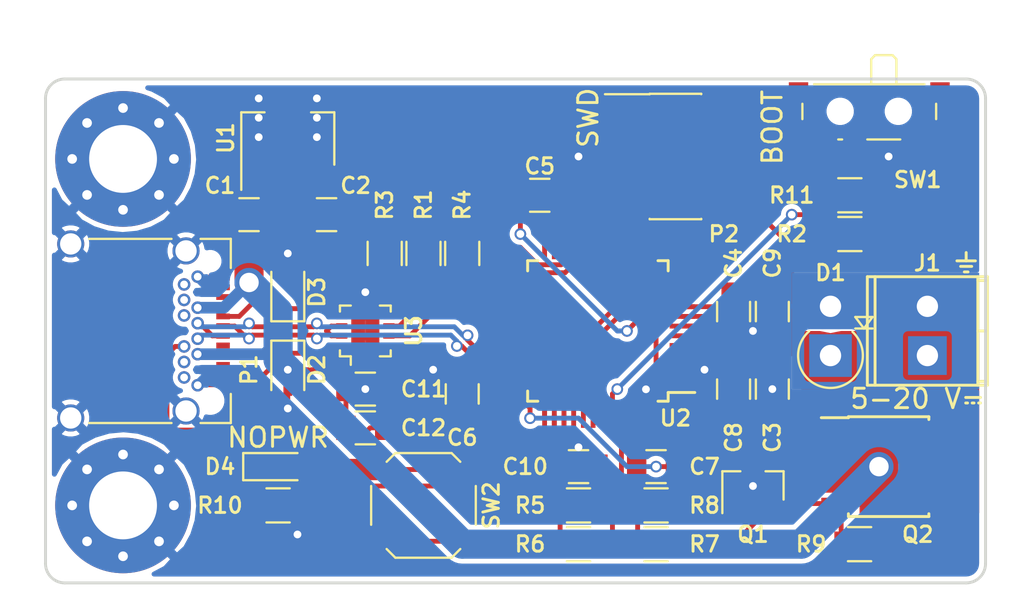
<source format=kicad_pcb>
(kicad_pcb (version 4) (host pcbnew 4.0.6)

  (general
    (links 121)
    (no_connects 0)
    (area 79.065 52.89 132.000001 84.279048)
    (thickness 1.6)
    (drawings 10)
    (tracks 380)
    (zones 0)
    (modules 39)
    (nets 65)
  )

  (page USLetter)
  (title_block
    (title "PD Buddy Sink")
    (rev 0.2)
  )

  (layers
    (0 F.Cu signal)
    (31 B.Cu signal)
    (32 B.Adhes user)
    (33 F.Adhes user)
    (34 B.Paste user)
    (35 F.Paste user)
    (36 B.SilkS user)
    (37 F.SilkS user)
    (38 B.Mask user)
    (39 F.Mask user)
    (40 Dwgs.User user)
    (41 Cmts.User user)
    (42 Eco1.User user)
    (43 Eco2.User user)
    (44 Edge.Cuts user)
    (45 Margin user)
    (46 B.CrtYd user)
    (47 F.CrtYd user)
    (48 B.Fab user)
    (49 F.Fab user)
  )

  (setup
    (last_trace_width 0.25)
    (trace_clearance 0.16)
    (zone_clearance 0.254)
    (zone_45_only no)
    (trace_min 0.2)
    (segment_width 0.2)
    (edge_width 0.15)
    (via_size 0.6)
    (via_drill 0.4)
    (via_min_size 0.4)
    (via_min_drill 0.3)
    (uvia_size 0.3)
    (uvia_drill 0.1)
    (uvias_allowed no)
    (uvia_min_size 0.2)
    (uvia_min_drill 0.1)
    (pcb_text_width 0.3)
    (pcb_text_size 1.5 1.5)
    (mod_edge_width 0.15)
    (mod_text_size 0.8 0.8)
    (mod_text_width 0.15)
    (pad_size 1.524 1.524)
    (pad_drill 0.762)
    (pad_to_mask_clearance 0.125)
    (aux_axis_origin 0 0)
    (grid_origin 90 70)
    (visible_elements FFFFFF7F)
    (pcbplotparams
      (layerselection 0x00030_80000001)
      (usegerberextensions false)
      (excludeedgelayer true)
      (linewidth 0.100000)
      (plotframeref false)
      (viasonmask false)
      (mode 1)
      (useauxorigin false)
      (hpglpennumber 1)
      (hpglpenspeed 20)
      (hpglpendiameter 15)
      (hpglpenoverlay 2)
      (psnegative false)
      (psa4output false)
      (plotreference true)
      (plotvalue true)
      (plotinvisibletext false)
      (padsonsilk false)
      (subtractmaskfromsilk false)
      (outputformat 1)
      (mirror false)
      (drillshape 1)
      (scaleselection 1)
      (outputdirectory ""))
  )

  (net 0 "")
  (net 1 VBUS)
  (net 2 GND)
  (net 3 +3V3)
  (net 4 /Microcontroller/nRST)
  (net 5 "/PD PHY/CC2")
  (net 6 "/PD PHY/CC1")
  (net 7 "Net-(P1-PadB8)")
  (net 8 "Net-(P1-PadB3)")
  (net 9 "Net-(P1-PadB10)")
  (net 10 "Net-(P1-PadB2)")
  (net 11 "Net-(P1-PadB11)")
  (net 12 "Net-(P1-PadA2)")
  (net 13 "Net-(P1-PadA3)")
  (net 14 "Net-(P1-PadA10)")
  (net 15 "Net-(P1-PadA8)")
  (net 16 "Net-(P1-PadA11)")
  (net 17 /Microcontroller/SWDIO)
  (net 18 /Microcontroller/SWCLK)
  (net 19 "Net-(P2-Pad6)")
  (net 20 "Net-(P2-Pad7)")
  (net 21 "Net-(P2-Pad8)")
  (net 22 "Net-(Q1-Pad1)")
  (net 23 /Microcontroller/INT_N)
  (net 24 "Net-(R2-Pad1)")
  (net 25 /Microcontroller/SCL)
  (net 26 /Microcontroller/SDA)
  (net 27 "Net-(R5-Pad1)")
  (net 28 /Microcontroller/OUT_CTRL)
  (net 29 "Net-(U2-Pad2)")
  (net 30 "Net-(U2-Pad3)")
  (net 31 "Net-(U2-Pad4)")
  (net 32 "Net-(U2-Pad5)")
  (net 33 "Net-(U2-Pad6)")
  (net 34 "Net-(U2-Pad10)")
  (net 35 "Net-(U2-Pad11)")
  (net 36 "Net-(U2-Pad12)")
  (net 37 "Net-(U2-Pad13)")
  (net 38 "Net-(U2-Pad14)")
  (net 39 "Net-(U2-Pad15)")
  (net 40 "Net-(U2-Pad16)")
  (net 41 "Net-(U2-Pad17)")
  (net 42 "Net-(U2-Pad18)")
  (net 43 "Net-(U2-Pad19)")
  (net 44 "Net-(U2-Pad20)")
  (net 45 "Net-(U2-Pad26)")
  (net 46 "Net-(U2-Pad27)")
  (net 47 "Net-(U2-Pad28)")
  (net 48 "Net-(U2-Pad29)")
  (net 49 "Net-(U2-Pad30)")
  (net 50 "Net-(U2-Pad40)")
  (net 51 "Net-(U2-Pad46)")
  (net 52 VCONN)
  (net 53 "Net-(D4-Pad1)")
  (net 54 /Microcontroller/D+)
  (net 55 /Microcontroller/D-)
  (net 56 /Microcontroller/SETUP)
  (net 57 /Microcontroller/NOPWR)
  (net 58 "Net-(U2-Pad31)")
  (net 59 "Net-(U2-Pad41)")
  (net 60 "Net-(U2-Pad42)")
  (net 61 "Net-(U2-Pad43)")
  (net 62 "Net-(Q1-Pad3)")
  (net 63 "Net-(R11-Pad1)")
  (net 64 /Output/OUT)

  (net_class Default "This is the default net class."
    (clearance 0.16)
    (trace_width 0.25)
    (via_dia 0.6)
    (via_drill 0.4)
    (uvia_dia 0.3)
    (uvia_drill 0.1)
    (add_net +3V3)
    (add_net /Microcontroller/D+)
    (add_net /Microcontroller/D-)
    (add_net /Microcontroller/INT_N)
    (add_net /Microcontroller/NOPWR)
    (add_net /Microcontroller/OUT_CTRL)
    (add_net /Microcontroller/SCL)
    (add_net /Microcontroller/SDA)
    (add_net /Microcontroller/SETUP)
    (add_net /Microcontroller/SWCLK)
    (add_net /Microcontroller/SWDIO)
    (add_net /Microcontroller/nRST)
    (add_net /Output/OUT)
    (add_net "/PD PHY/CC1")
    (add_net "/PD PHY/CC2")
    (add_net GND)
    (add_net "Net-(D4-Pad1)")
    (add_net "Net-(P1-PadA10)")
    (add_net "Net-(P1-PadA11)")
    (add_net "Net-(P1-PadA2)")
    (add_net "Net-(P1-PadA3)")
    (add_net "Net-(P1-PadA8)")
    (add_net "Net-(P1-PadB10)")
    (add_net "Net-(P1-PadB11)")
    (add_net "Net-(P1-PadB2)")
    (add_net "Net-(P1-PadB3)")
    (add_net "Net-(P1-PadB8)")
    (add_net "Net-(P2-Pad6)")
    (add_net "Net-(P2-Pad7)")
    (add_net "Net-(P2-Pad8)")
    (add_net "Net-(Q1-Pad1)")
    (add_net "Net-(Q1-Pad3)")
    (add_net "Net-(R11-Pad1)")
    (add_net "Net-(R2-Pad1)")
    (add_net "Net-(R5-Pad1)")
    (add_net "Net-(U2-Pad10)")
    (add_net "Net-(U2-Pad11)")
    (add_net "Net-(U2-Pad12)")
    (add_net "Net-(U2-Pad13)")
    (add_net "Net-(U2-Pad14)")
    (add_net "Net-(U2-Pad15)")
    (add_net "Net-(U2-Pad16)")
    (add_net "Net-(U2-Pad17)")
    (add_net "Net-(U2-Pad18)")
    (add_net "Net-(U2-Pad19)")
    (add_net "Net-(U2-Pad2)")
    (add_net "Net-(U2-Pad20)")
    (add_net "Net-(U2-Pad26)")
    (add_net "Net-(U2-Pad27)")
    (add_net "Net-(U2-Pad28)")
    (add_net "Net-(U2-Pad29)")
    (add_net "Net-(U2-Pad3)")
    (add_net "Net-(U2-Pad30)")
    (add_net "Net-(U2-Pad31)")
    (add_net "Net-(U2-Pad4)")
    (add_net "Net-(U2-Pad40)")
    (add_net "Net-(U2-Pad41)")
    (add_net "Net-(U2-Pad42)")
    (add_net "Net-(U2-Pad43)")
    (add_net "Net-(U2-Pad46)")
    (add_net "Net-(U2-Pad5)")
    (add_net "Net-(U2-Pad6)")
    (add_net VCONN)
  )

  (net_class Power ""
    (clearance 0.16)
    (trace_width 1.5)
    (via_dia 1.5)
    (via_drill 1)
    (uvia_dia 0.3)
    (uvia_drill 0.1)
    (add_net VBUS)
  )

  (net_class Power_Small ""
    (clearance 0.16)
    (trace_width 0.6)
    (via_dia 0.6)
    (via_drill 0.4)
    (uvia_dia 0.3)
    (uvia_drill 0.1)
  )

  (module Mounting_Holes:MountingHole_3.5mm_Pad_Via (layer F.Cu) (tedit 58DEFF23) (tstamp 5892A5A3)
    (at 85.5 79 90)
    (descr "Mounting Hole 3.5mm")
    (tags "mounting hole 3.5mm")
    (path /5892BB4F)
    (fp_text reference MK1 (at 0 -4.5 90) (layer F.Fab)
      (effects (font (size 1 1) (thickness 0.15)))
    )
    (fp_text value 3.5mm (at 0 4.5 90) (layer F.Fab)
      (effects (font (size 1 1) (thickness 0.15)))
    )
    (fp_circle (center 0 0) (end 3.5 0) (layer Cmts.User) (width 0.15))
    (fp_circle (center 0 0) (end 3.75 0) (layer F.CrtYd) (width 0.05))
    (pad 1 thru_hole circle (at 0 0 90) (size 7 7) (drill 3.5) (layers *.Cu *.Mask)
      (net 2 GND))
    (pad "" thru_hole circle (at 2.625 0 90) (size 0.6 0.6) (drill 0.5) (layers *.Cu *.Mask))
    (pad "" thru_hole circle (at 1.856155 1.856155 90) (size 0.6 0.6) (drill 0.5) (layers *.Cu *.Mask))
    (pad "" thru_hole circle (at 0 2.625 90) (size 0.6 0.6) (drill 0.5) (layers *.Cu *.Mask))
    (pad "" thru_hole circle (at -1.856155 1.856155 90) (size 0.6 0.6) (drill 0.5) (layers *.Cu *.Mask))
    (pad "" thru_hole circle (at -2.625 0 90) (size 0.6 0.6) (drill 0.5) (layers *.Cu *.Mask))
    (pad "" thru_hole circle (at -1.856155 -1.856155 90) (size 0.6 0.6) (drill 0.5) (layers *.Cu *.Mask))
    (pad "" thru_hole circle (at 0 -2.625 90) (size 0.6 0.6) (drill 0.5) (layers *.Cu *.Mask))
    (pad "" thru_hole circle (at 1.856155 -1.856155 90) (size 0.6 0.6) (drill 0.5) (layers *.Cu *.Mask))
  )

  (module Mounting_Holes:MountingHole_3.5mm_Pad_Via (layer F.Cu) (tedit 58DEFF1F) (tstamp 5892A5B2)
    (at 85.5 61.125 90)
    (descr "Mounting Hole 3.5mm")
    (tags "mounting hole 3.5mm")
    (path /5892BC07)
    (fp_text reference MK2 (at 0 -4.5 90) (layer F.Fab)
      (effects (font (size 1 1) (thickness 0.15)))
    )
    (fp_text value 3.5mm (at 0 4.5 90) (layer F.Fab)
      (effects (font (size 1 1) (thickness 0.15)))
    )
    (fp_circle (center 0 0) (end 3.5 0) (layer Cmts.User) (width 0.15))
    (fp_circle (center 0 0) (end 3.75 0) (layer F.CrtYd) (width 0.05))
    (pad 1 thru_hole circle (at 0 0 90) (size 7 7) (drill 3.5) (layers *.Cu *.Mask)
      (net 2 GND))
    (pad "" thru_hole circle (at 2.625 0 90) (size 0.6 0.6) (drill 0.5) (layers *.Cu *.Mask))
    (pad "" thru_hole circle (at 1.856155 1.856155 90) (size 0.6 0.6) (drill 0.5) (layers *.Cu *.Mask))
    (pad "" thru_hole circle (at 0 2.625 90) (size 0.6 0.6) (drill 0.5) (layers *.Cu *.Mask))
    (pad "" thru_hole circle (at -1.856155 1.856155 90) (size 0.6 0.6) (drill 0.5) (layers *.Cu *.Mask))
    (pad "" thru_hole circle (at -2.625 0 90) (size 0.6 0.6) (drill 0.5) (layers *.Cu *.Mask))
    (pad "" thru_hole circle (at -1.856155 -1.856155 90) (size 0.6 0.6) (drill 0.5) (layers *.Cu *.Mask))
    (pad "" thru_hole circle (at 0 -2.625 90) (size 0.6 0.6) (drill 0.5) (layers *.Cu *.Mask))
    (pad "" thru_hole circle (at 1.856155 -1.856155 90) (size 0.6 0.6) (drill 0.5) (layers *.Cu *.Mask))
  )

  (module LEDs:LED_0805 (layer F.Cu) (tedit 58DEF95B) (tstamp 5892C0EA)
    (at 93.5 77)
    (descr "LED 0805 smd package")
    (tags "LED led 0805 SMD smd SMT smt smdled SMDLED smtled SMTLED")
    (path /588FD270/58931071)
    (attr smd)
    (fp_text reference D4 (at -3 0) (layer F.SilkS)
      (effects (font (size 0.8 0.8) (thickness 0.15)))
    )
    (fp_text value NOPWR (at 0 -1.5) (layer F.SilkS)
      (effects (font (size 1 1) (thickness 0.15)))
    )
    (fp_line (start -1.8 -0.7) (end -1.8 0.7) (layer F.SilkS) (width 0.12))
    (fp_line (start -0.4 -0.4) (end -0.4 0.4) (layer F.Fab) (width 0.1))
    (fp_line (start -0.4 0) (end 0.2 -0.4) (layer F.Fab) (width 0.1))
    (fp_line (start 0.2 0.4) (end -0.4 0) (layer F.Fab) (width 0.1))
    (fp_line (start 0.2 -0.4) (end 0.2 0.4) (layer F.Fab) (width 0.1))
    (fp_line (start 1 0.6) (end -1 0.6) (layer F.Fab) (width 0.1))
    (fp_line (start 1 -0.6) (end 1 0.6) (layer F.Fab) (width 0.1))
    (fp_line (start -1 -0.6) (end 1 -0.6) (layer F.Fab) (width 0.1))
    (fp_line (start -1 0.6) (end -1 -0.6) (layer F.Fab) (width 0.1))
    (fp_line (start -1.8 0.7) (end 1 0.7) (layer F.SilkS) (width 0.12))
    (fp_line (start -1.8 -0.7) (end 1 -0.7) (layer F.SilkS) (width 0.12))
    (fp_line (start 1.95 -0.85) (end 1.95 0.85) (layer F.CrtYd) (width 0.05))
    (fp_line (start 1.95 0.85) (end -1.95 0.85) (layer F.CrtYd) (width 0.05))
    (fp_line (start -1.95 0.85) (end -1.95 -0.85) (layer F.CrtYd) (width 0.05))
    (fp_line (start -1.95 -0.85) (end 1.95 -0.85) (layer F.CrtYd) (width 0.05))
    (pad 2 smd rect (at 1.1 0 180) (size 1.2 1.2) (layers F.Cu F.Paste F.Mask)
      (net 57 /Microcontroller/NOPWR))
    (pad 1 smd rect (at -1.1 0 180) (size 1.2 1.2) (layers F.Cu F.Paste F.Mask)
      (net 53 "Net-(D4-Pad1)"))
    (model LEDs.3dshapes/LED_0805.wrl
      (at (xyz 0 0 0))
      (scale (xyz 1 1 1))
      (rotate (xyz 0 0 0))
    )
  )

  (module Buttons_Switches_SMD:SW_SPDT_PCM12 (layer F.Cu) (tedit 58DEF931) (tstamp 589266BE)
    (at 124 59 180)
    (descr "Ultraminiature Surface Mount Slide Switch")
    (path /588FD270/589013E6)
    (attr smd)
    (fp_text reference SW1 (at -2.5 -3.2 180) (layer F.SilkS)
      (effects (font (size 0.8 0.8) (thickness 0.15)))
    )
    (fp_text value BOOT (at 5 -0.5 270) (layer F.SilkS)
      (effects (font (size 1 1) (thickness 0.15)))
    )
    (fp_text user %R (at 0 -3.2 180) (layer F.Fab)
      (effects (font (size 1 1) (thickness 0.15)))
    )
    (fp_line (start -1.4 1.65) (end -1.4 2.95) (layer F.Fab) (width 0.1))
    (fp_line (start -1.4 2.95) (end -1.2 3.15) (layer F.Fab) (width 0.1))
    (fp_line (start -1.2 3.15) (end -0.35 3.15) (layer F.Fab) (width 0.1))
    (fp_line (start -0.35 3.15) (end -0.15 2.95) (layer F.Fab) (width 0.1))
    (fp_line (start -0.15 2.95) (end -0.1 2.9) (layer F.Fab) (width 0.1))
    (fp_line (start -0.1 2.9) (end -0.1 1.6) (layer F.Fab) (width 0.1))
    (fp_line (start -3.35 -1) (end -3.35 1.6) (layer F.Fab) (width 0.1))
    (fp_line (start -3.35 1.6) (end 3.35 1.6) (layer F.Fab) (width 0.1))
    (fp_line (start 3.35 1.6) (end 3.35 -1) (layer F.Fab) (width 0.1))
    (fp_line (start 3.35 -1) (end -3.35 -1) (layer F.Fab) (width 0.1))
    (fp_line (start 1.4 -1.12) (end 1.6 -1.12) (layer F.SilkS) (width 0.12))
    (fp_line (start -4.4 -2.45) (end 4.4 -2.45) (layer F.CrtYd) (width 0.05))
    (fp_line (start 4.4 -2.45) (end 4.4 2.1) (layer F.CrtYd) (width 0.05))
    (fp_line (start 4.4 2.1) (end 1.65 2.1) (layer F.CrtYd) (width 0.05))
    (fp_line (start 1.65 2.1) (end 1.65 3.4) (layer F.CrtYd) (width 0.05))
    (fp_line (start 1.65 3.4) (end -1.65 3.4) (layer F.CrtYd) (width 0.05))
    (fp_line (start -1.65 3.4) (end -1.65 2.1) (layer F.CrtYd) (width 0.05))
    (fp_line (start -1.65 2.1) (end -4.4 2.1) (layer F.CrtYd) (width 0.05))
    (fp_line (start -4.4 2.1) (end -4.4 -2.45) (layer F.CrtYd) (width 0.05))
    (fp_line (start -1.4 3.02) (end -1.2 3.23) (layer F.SilkS) (width 0.12))
    (fp_line (start -0.1 3.02) (end -0.3 3.23) (layer F.SilkS) (width 0.12))
    (fp_line (start -1.4 1.73) (end -1.4 3.02) (layer F.SilkS) (width 0.12))
    (fp_line (start -1.2 3.23) (end -0.3 3.23) (layer F.SilkS) (width 0.12))
    (fp_line (start -0.1 3.02) (end -0.1 1.73) (layer F.SilkS) (width 0.12))
    (fp_line (start -2.85 1.73) (end 2.85 1.73) (layer F.SilkS) (width 0.12))
    (fp_line (start -1.6 -1.12) (end 0.1 -1.12) (layer F.SilkS) (width 0.12))
    (fp_line (start -3.45 -0.07) (end -3.45 0.72) (layer F.SilkS) (width 0.12))
    (fp_line (start 3.45 0.72) (end 3.45 -0.07) (layer F.SilkS) (width 0.12))
    (pad "" np_thru_hole circle (at -1.5 0.33 180) (size 0.9 0.9) (drill 0.9) (layers *.Cu *.Mask))
    (pad "" np_thru_hole circle (at 1.5 0.33 180) (size 0.9 0.9) (drill 0.9) (layers *.Cu *.Mask))
    (pad 1 smd rect (at -2.25 -1.43 180) (size 0.7 1.5) (layers F.Cu F.Paste F.Mask)
      (net 2 GND))
    (pad 2 smd rect (at 0.75 -1.43 180) (size 0.7 1.5) (layers F.Cu F.Paste F.Mask)
      (net 63 "Net-(R11-Pad1)"))
    (pad 3 smd rect (at 2.25 -1.43 180) (size 0.7 1.5) (layers F.Cu F.Paste F.Mask)
      (net 3 +3V3))
    (pad "" smd rect (at -3.65 1.43 180) (size 1 0.8) (layers F.Cu F.Paste F.Mask))
    (pad "" smd rect (at 3.65 1.43 180) (size 1 0.8) (layers F.Cu F.Paste F.Mask))
    (pad "" smd rect (at 3.65 -0.78 180) (size 1 0.8) (layers F.Cu F.Paste F.Mask))
    (pad "" smd rect (at -3.65 -0.78 180) (size 1 0.8) (layers F.Cu F.Paste F.Mask))
  )

  (module Housings_QFP:LQFP-48_7x7mm_Pitch0.5mm (layer F.Cu) (tedit 54130A77) (tstamp 58926732)
    (at 110 70 180)
    (descr "48 LEAD LQFP 7x7mm (see MICREL LQFP7x7-48LD-PL-1.pdf)")
    (tags "QFP 0.5")
    (path /588FD270/588FD426)
    (attr smd)
    (fp_text reference U2 (at -4 -4.5 180) (layer F.SilkS)
      (effects (font (size 0.8 0.8) (thickness 0.15)))
    )
    (fp_text value STM32F072CBTx (at 0 6 180) (layer F.Fab)
      (effects (font (size 1 1) (thickness 0.15)))
    )
    (fp_text user %R (at 0 0 180) (layer F.Fab)
      (effects (font (size 1 1) (thickness 0.15)))
    )
    (fp_line (start -2.5 -3.5) (end 3.5 -3.5) (layer F.Fab) (width 0.15))
    (fp_line (start 3.5 -3.5) (end 3.5 3.5) (layer F.Fab) (width 0.15))
    (fp_line (start 3.5 3.5) (end -3.5 3.5) (layer F.Fab) (width 0.15))
    (fp_line (start -3.5 3.5) (end -3.5 -2.5) (layer F.Fab) (width 0.15))
    (fp_line (start -3.5 -2.5) (end -2.5 -3.5) (layer F.Fab) (width 0.15))
    (fp_line (start -5.25 -5.25) (end -5.25 5.25) (layer F.CrtYd) (width 0.05))
    (fp_line (start 5.25 -5.25) (end 5.25 5.25) (layer F.CrtYd) (width 0.05))
    (fp_line (start -5.25 -5.25) (end 5.25 -5.25) (layer F.CrtYd) (width 0.05))
    (fp_line (start -5.25 5.25) (end 5.25 5.25) (layer F.CrtYd) (width 0.05))
    (fp_line (start -3.625 -3.625) (end -3.625 -3.175) (layer F.SilkS) (width 0.15))
    (fp_line (start 3.625 -3.625) (end 3.625 -3.1) (layer F.SilkS) (width 0.15))
    (fp_line (start 3.625 3.625) (end 3.625 3.1) (layer F.SilkS) (width 0.15))
    (fp_line (start -3.625 3.625) (end -3.625 3.1) (layer F.SilkS) (width 0.15))
    (fp_line (start -3.625 -3.625) (end -3.1 -3.625) (layer F.SilkS) (width 0.15))
    (fp_line (start -3.625 3.625) (end -3.1 3.625) (layer F.SilkS) (width 0.15))
    (fp_line (start 3.625 3.625) (end 3.1 3.625) (layer F.SilkS) (width 0.15))
    (fp_line (start 3.625 -3.625) (end 3.1 -3.625) (layer F.SilkS) (width 0.15))
    (fp_line (start -3.625 -3.175) (end -5 -3.175) (layer F.SilkS) (width 0.15))
    (pad 1 smd rect (at -4.35 -2.75 180) (size 1.3 0.25) (layers F.Cu F.Paste F.Mask)
      (net 3 +3V3))
    (pad 2 smd rect (at -4.35 -2.25 180) (size 1.3 0.25) (layers F.Cu F.Paste F.Mask)
      (net 29 "Net-(U2-Pad2)"))
    (pad 3 smd rect (at -4.35 -1.75 180) (size 1.3 0.25) (layers F.Cu F.Paste F.Mask)
      (net 30 "Net-(U2-Pad3)"))
    (pad 4 smd rect (at -4.35 -1.25 180) (size 1.3 0.25) (layers F.Cu F.Paste F.Mask)
      (net 31 "Net-(U2-Pad4)"))
    (pad 5 smd rect (at -4.35 -0.75 180) (size 1.3 0.25) (layers F.Cu F.Paste F.Mask)
      (net 32 "Net-(U2-Pad5)"))
    (pad 6 smd rect (at -4.35 -0.25 180) (size 1.3 0.25) (layers F.Cu F.Paste F.Mask)
      (net 33 "Net-(U2-Pad6)"))
    (pad 7 smd rect (at -4.35 0.25 180) (size 1.3 0.25) (layers F.Cu F.Paste F.Mask)
      (net 4 /Microcontroller/nRST))
    (pad 8 smd rect (at -4.35 0.75 180) (size 1.3 0.25) (layers F.Cu F.Paste F.Mask)
      (net 2 GND))
    (pad 9 smd rect (at -4.35 1.25 180) (size 1.3 0.25) (layers F.Cu F.Paste F.Mask)
      (net 3 +3V3))
    (pad 10 smd rect (at -4.35 1.75 180) (size 1.3 0.25) (layers F.Cu F.Paste F.Mask)
      (net 34 "Net-(U2-Pad10)"))
    (pad 11 smd rect (at -4.35 2.25 180) (size 1.3 0.25) (layers F.Cu F.Paste F.Mask)
      (net 35 "Net-(U2-Pad11)"))
    (pad 12 smd rect (at -4.35 2.75 180) (size 1.3 0.25) (layers F.Cu F.Paste F.Mask)
      (net 36 "Net-(U2-Pad12)"))
    (pad 13 smd rect (at -2.75 4.35 270) (size 1.3 0.25) (layers F.Cu F.Paste F.Mask)
      (net 37 "Net-(U2-Pad13)"))
    (pad 14 smd rect (at -2.25 4.35 270) (size 1.3 0.25) (layers F.Cu F.Paste F.Mask)
      (net 38 "Net-(U2-Pad14)"))
    (pad 15 smd rect (at -1.75 4.35 270) (size 1.3 0.25) (layers F.Cu F.Paste F.Mask)
      (net 39 "Net-(U2-Pad15)"))
    (pad 16 smd rect (at -1.25 4.35 270) (size 1.3 0.25) (layers F.Cu F.Paste F.Mask)
      (net 40 "Net-(U2-Pad16)"))
    (pad 17 smd rect (at -0.75 4.35 270) (size 1.3 0.25) (layers F.Cu F.Paste F.Mask)
      (net 41 "Net-(U2-Pad17)"))
    (pad 18 smd rect (at -0.25 4.35 270) (size 1.3 0.25) (layers F.Cu F.Paste F.Mask)
      (net 42 "Net-(U2-Pad18)"))
    (pad 19 smd rect (at 0.25 4.35 270) (size 1.3 0.25) (layers F.Cu F.Paste F.Mask)
      (net 43 "Net-(U2-Pad19)"))
    (pad 20 smd rect (at 0.75 4.35 270) (size 1.3 0.25) (layers F.Cu F.Paste F.Mask)
      (net 44 "Net-(U2-Pad20)"))
    (pad 21 smd rect (at 1.25 4.35 270) (size 1.3 0.25) (layers F.Cu F.Paste F.Mask)
      (net 25 /Microcontroller/SCL))
    (pad 22 smd rect (at 1.75 4.35 270) (size 1.3 0.25) (layers F.Cu F.Paste F.Mask)
      (net 26 /Microcontroller/SDA))
    (pad 23 smd rect (at 2.25 4.35 270) (size 1.3 0.25) (layers F.Cu F.Paste F.Mask)
      (net 2 GND))
    (pad 24 smd rect (at 2.75 4.35 270) (size 1.3 0.25) (layers F.Cu F.Paste F.Mask)
      (net 3 +3V3))
    (pad 25 smd rect (at 4.35 2.75 180) (size 1.3 0.25) (layers F.Cu F.Paste F.Mask)
      (net 23 /Microcontroller/INT_N))
    (pad 26 smd rect (at 4.35 2.25 180) (size 1.3 0.25) (layers F.Cu F.Paste F.Mask)
      (net 45 "Net-(U2-Pad26)"))
    (pad 27 smd rect (at 4.35 1.75 180) (size 1.3 0.25) (layers F.Cu F.Paste F.Mask)
      (net 46 "Net-(U2-Pad27)"))
    (pad 28 smd rect (at 4.35 1.25 180) (size 1.3 0.25) (layers F.Cu F.Paste F.Mask)
      (net 47 "Net-(U2-Pad28)"))
    (pad 29 smd rect (at 4.35 0.75 180) (size 1.3 0.25) (layers F.Cu F.Paste F.Mask)
      (net 48 "Net-(U2-Pad29)"))
    (pad 30 smd rect (at 4.35 0.25 180) (size 1.3 0.25) (layers F.Cu F.Paste F.Mask)
      (net 49 "Net-(U2-Pad30)"))
    (pad 31 smd rect (at 4.35 -0.25 180) (size 1.3 0.25) (layers F.Cu F.Paste F.Mask)
      (net 58 "Net-(U2-Pad31)"))
    (pad 32 smd rect (at 4.35 -0.75 180) (size 1.3 0.25) (layers F.Cu F.Paste F.Mask)
      (net 55 /Microcontroller/D-))
    (pad 33 smd rect (at 4.35 -1.25 180) (size 1.3 0.25) (layers F.Cu F.Paste F.Mask)
      (net 54 /Microcontroller/D+))
    (pad 34 smd rect (at 4.35 -1.75 180) (size 1.3 0.25) (layers F.Cu F.Paste F.Mask)
      (net 17 /Microcontroller/SWDIO))
    (pad 35 smd rect (at 4.35 -2.25 180) (size 1.3 0.25) (layers F.Cu F.Paste F.Mask)
      (net 2 GND))
    (pad 36 smd rect (at 4.35 -2.75 180) (size 1.3 0.25) (layers F.Cu F.Paste F.Mask)
      (net 3 +3V3))
    (pad 37 smd rect (at 2.75 -4.35 270) (size 1.3 0.25) (layers F.Cu F.Paste F.Mask)
      (net 18 /Microcontroller/SWCLK))
    (pad 38 smd rect (at 2.25 -4.35 270) (size 1.3 0.25) (layers F.Cu F.Paste F.Mask)
      (net 57 /Microcontroller/NOPWR))
    (pad 39 smd rect (at 1.75 -4.35 270) (size 1.3 0.25) (layers F.Cu F.Paste F.Mask)
      (net 56 /Microcontroller/SETUP))
    (pad 40 smd rect (at 1.25 -4.35 270) (size 1.3 0.25) (layers F.Cu F.Paste F.Mask)
      (net 50 "Net-(U2-Pad40)"))
    (pad 41 smd rect (at 0.75 -4.35 270) (size 1.3 0.25) (layers F.Cu F.Paste F.Mask)
      (net 59 "Net-(U2-Pad41)"))
    (pad 42 smd rect (at 0.25 -4.35 270) (size 1.3 0.25) (layers F.Cu F.Paste F.Mask)
      (net 60 "Net-(U2-Pad42)"))
    (pad 43 smd rect (at -0.25 -4.35 270) (size 1.3 0.25) (layers F.Cu F.Paste F.Mask)
      (net 61 "Net-(U2-Pad43)"))
    (pad 44 smd rect (at -0.75 -4.35 270) (size 1.3 0.25) (layers F.Cu F.Paste F.Mask)
      (net 24 "Net-(R2-Pad1)"))
    (pad 45 smd rect (at -1.25 -4.35 270) (size 1.3 0.25) (layers F.Cu F.Paste F.Mask)
      (net 28 /Microcontroller/OUT_CTRL))
    (pad 46 smd rect (at -1.75 -4.35 270) (size 1.3 0.25) (layers F.Cu F.Paste F.Mask)
      (net 51 "Net-(U2-Pad46)"))
    (pad 47 smd rect (at -2.25 -4.35 270) (size 1.3 0.25) (layers F.Cu F.Paste F.Mask)
      (net 2 GND))
    (pad 48 smd rect (at -2.75 -4.35 270) (size 1.3 0.25) (layers F.Cu F.Paste F.Mask)
      (net 3 +3V3))
    (model Housings_QFP.3dshapes/LQFP-48_7x7mm_Pitch0.5mm.wrl
      (at (xyz 0 0 0))
      (scale (xyz 1 1 1))
      (rotate (xyz 0 0 0))
    )
  )

  (module Diodes_THT:D_DO-41_SOD81_P2.54mm_Vertical_AnodeUp (layer F.Cu) (tedit 5877C982) (tstamp 5892652F)
    (at 122 71.27 90)
    (descr "D, DO-41_SOD81 series, Axial, Vertical, pin pitch=2.54mm, , length*diameter=5.2*2.7mm^2, , http://www.diodes.com/_files/packages/DO-41%20(Plastic).pdf")
    (tags "D DO-41_SOD81 series Axial Vertical pin pitch 2.54mm  length 5.2mm diameter 2.7mm")
    (path /588FA3A4/58925D4E)
    (fp_text reference D1 (at 4.27 0 180) (layer F.SilkS)
      (effects (font (size 0.8 0.8) (thickness 0.15)))
    )
    (fp_text value 1N5819 (at 1.27 3.579635 90) (layer F.Fab)
      (effects (font (size 1 1) (thickness 0.15)))
    )
    (fp_arc (start 0 0) (end 1.257516 -1.1) (angle -276.1) (layer F.SilkS) (width 0.12))
    (fp_circle (center 0 0) (end 1.35 0) (layer F.Fab) (width 0.1))
    (fp_line (start 0 0) (end 2.54 0) (layer F.Fab) (width 0.1))
    (fp_line (start 1.397 1.28) (end 1.397 2.169) (layer F.SilkS) (width 0.12))
    (fp_line (start 1.397 1.7245) (end 1.989667 1.28) (layer F.SilkS) (width 0.12))
    (fp_line (start 1.989667 1.28) (end 1.989667 2.169) (layer F.SilkS) (width 0.12))
    (fp_line (start 1.989667 2.169) (end 1.397 1.7245) (layer F.SilkS) (width 0.12))
    (fp_line (start -1.7 -1.95) (end -1.7 1.95) (layer F.CrtYd) (width 0.05))
    (fp_line (start -1.7 1.95) (end 3.95 1.95) (layer F.CrtYd) (width 0.05))
    (fp_line (start 3.95 1.95) (end 3.95 -1.95) (layer F.CrtYd) (width 0.05))
    (fp_line (start 3.95 -1.95) (end -1.7 -1.95) (layer F.CrtYd) (width 0.05))
    (fp_text user K (at -2.390635 0 90) (layer F.Fab)
      (effects (font (size 1 1) (thickness 0.15)))
    )
    (pad 1 thru_hole rect (at 0 0 90) (size 2.2 2.2) (drill 1.1) (layers *.Cu *.Mask)
      (net 64 /Output/OUT))
    (pad 2 thru_hole oval (at 2.54 0 90) (size 2.2 2.2) (drill 1.1) (layers *.Cu *.Mask)
      (net 2 GND))
    (model Diodes_ThroughHole.3dshapes/D_DO-41_SOD81_P2.54mm_Vertical_AnodeUp.wrl
      (at (xyz 0 0 0))
      (scale (xyz 0.393701 0.393701 0.393701))
      (rotate (xyz 0 0 0))
    )
  )

  (module Connectors_Terminal_Blocks:TerminalBlock_Pheonix_MPT-2.54mm_2pol (layer F.Cu) (tedit 58DEF94C) (tstamp 58926570)
    (at 127 71.27 90)
    (descr "2-way 2.54mm pitch terminal block, Phoenix MPT series")
    (path /588FA3A4/588FA688)
    (fp_text reference J1 (at 4.77 0 180) (layer F.SilkS)
      (effects (font (size 0.8 0.8) (thickness 0.15)))
    )
    (fp_text value "5-20 V⎓" (at -2.23 -0.5 180) (layer F.SilkS)
      (effects (font (size 1 1) (thickness 0.15)))
    )
    (fp_line (start -1.7 -3.3) (end 4.3 -3.3) (layer F.CrtYd) (width 0.05))
    (fp_line (start -1.7 3.3) (end -1.7 -3.3) (layer F.CrtYd) (width 0.05))
    (fp_line (start 4.3 3.3) (end -1.7 3.3) (layer F.CrtYd) (width 0.05))
    (fp_line (start 4.3 -3.3) (end 4.3 3.3) (layer F.CrtYd) (width 0.05))
    (fp_line (start 4.06908 2.60096) (end -1.52908 2.60096) (layer F.SilkS) (width 0.15))
    (fp_line (start -1.33096 3.0988) (end -1.33096 2.60096) (layer F.SilkS) (width 0.15))
    (fp_line (start 3.87096 2.60096) (end 3.87096 3.0988) (layer F.SilkS) (width 0.15))
    (fp_line (start 1.27 3.0988) (end 1.27 2.60096) (layer F.SilkS) (width 0.15))
    (fp_line (start -1.52908 -2.70002) (end 4.06908 -2.70002) (layer F.SilkS) (width 0.15))
    (fp_line (start -1.52908 3.0988) (end 4.06908 3.0988) (layer F.SilkS) (width 0.15))
    (fp_line (start 4.06908 3.0988) (end 4.06908 -3.0988) (layer F.SilkS) (width 0.15))
    (fp_line (start 4.06908 -3.0988) (end -1.52908 -3.0988) (layer F.SilkS) (width 0.15))
    (fp_line (start -1.52908 -3.0988) (end -1.52908 3.0988) (layer F.SilkS) (width 0.15))
    (pad 2 thru_hole oval (at 2.54 0 90) (size 1.99898 1.99898) (drill 1.09728) (layers *.Cu *.Mask)
      (net 2 GND))
    (pad 1 thru_hole rect (at 0 0 90) (size 1.99898 1.99898) (drill 1.09728) (layers *.Cu *.Mask)
      (net 64 /Output/OUT))
    (model Terminal_Blocks.3dshapes/TerminalBlock_Pheonix_MPT-2.54mm_2pol.wrl
      (at (xyz 0.05 0 0))
      (scale (xyz 1 1 1))
      (rotate (xyz 0 0 0))
    )
  )

  (module Housings_SOIC:SOIC-8_3.9x4.9mm_Pitch1.27mm (layer F.Cu) (tedit 58CD0CDA) (tstamp 5892660D)
    (at 125 77)
    (descr "8-Lead Plastic Small Outline (SN) - Narrow, 3.90 mm Body [SOIC] (see Microchip Packaging Specification 00000049BS.pdf)")
    (tags "SOIC 1.27")
    (path /588FA3A4/588FA570)
    (attr smd)
    (fp_text reference Q2 (at 1.5 3.5) (layer F.SilkS)
      (effects (font (size 0.8 0.8) (thickness 0.15)))
    )
    (fp_text value DMP4015SSS (at 0 3.5) (layer F.Fab)
      (effects (font (size 1 1) (thickness 0.15)))
    )
    (fp_text user %R (at 0 0) (layer F.Fab)
      (effects (font (size 1 1) (thickness 0.15)))
    )
    (fp_line (start -0.95 -2.45) (end 1.95 -2.45) (layer F.Fab) (width 0.1))
    (fp_line (start 1.95 -2.45) (end 1.95 2.45) (layer F.Fab) (width 0.1))
    (fp_line (start 1.95 2.45) (end -1.95 2.45) (layer F.Fab) (width 0.1))
    (fp_line (start -1.95 2.45) (end -1.95 -1.45) (layer F.Fab) (width 0.1))
    (fp_line (start -1.95 -1.45) (end -0.95 -2.45) (layer F.Fab) (width 0.1))
    (fp_line (start -3.73 -2.7) (end -3.73 2.7) (layer F.CrtYd) (width 0.05))
    (fp_line (start 3.73 -2.7) (end 3.73 2.7) (layer F.CrtYd) (width 0.05))
    (fp_line (start -3.73 -2.7) (end 3.73 -2.7) (layer F.CrtYd) (width 0.05))
    (fp_line (start -3.73 2.7) (end 3.73 2.7) (layer F.CrtYd) (width 0.05))
    (fp_line (start -2.075 -2.575) (end -2.075 -2.525) (layer F.SilkS) (width 0.15))
    (fp_line (start 2.075 -2.575) (end 2.075 -2.43) (layer F.SilkS) (width 0.15))
    (fp_line (start 2.075 2.575) (end 2.075 2.43) (layer F.SilkS) (width 0.15))
    (fp_line (start -2.075 2.575) (end -2.075 2.43) (layer F.SilkS) (width 0.15))
    (fp_line (start -2.075 -2.575) (end 2.075 -2.575) (layer F.SilkS) (width 0.15))
    (fp_line (start -2.075 2.575) (end 2.075 2.575) (layer F.SilkS) (width 0.15))
    (fp_line (start -2.075 -2.525) (end -3.475 -2.525) (layer F.SilkS) (width 0.15))
    (pad 1 smd rect (at -2.7 -1.905) (size 1.55 0.6) (layers F.Cu F.Paste F.Mask)
      (net 1 VBUS))
    (pad 2 smd rect (at -2.7 -0.635) (size 1.55 0.6) (layers F.Cu F.Paste F.Mask)
      (net 1 VBUS))
    (pad 3 smd rect (at -2.7 0.635) (size 1.55 0.6) (layers F.Cu F.Paste F.Mask)
      (net 1 VBUS))
    (pad 4 smd rect (at -2.7 1.905) (size 1.55 0.6) (layers F.Cu F.Paste F.Mask)
      (net 62 "Net-(Q1-Pad3)"))
    (pad 5 smd rect (at 2.7 1.905) (size 1.55 0.6) (layers F.Cu F.Paste F.Mask)
      (net 64 /Output/OUT))
    (pad 6 smd rect (at 2.7 0.635) (size 1.55 0.6) (layers F.Cu F.Paste F.Mask)
      (net 64 /Output/OUT))
    (pad 7 smd rect (at 2.7 -0.635) (size 1.55 0.6) (layers F.Cu F.Paste F.Mask)
      (net 64 /Output/OUT))
    (pad 8 smd rect (at 2.7 -1.905) (size 1.55 0.6) (layers F.Cu F.Paste F.Mask)
      (net 64 /Output/OUT))
    (model Housings_SOIC.3dshapes/SOIC-8_3.9x4.9mm_Pitch1.27mm.wrl
      (at (xyz 0 0 0))
      (scale (xyz 1 1 1))
      (rotate (xyz 0 0 0))
    )
  )

  (module TO_SOT_Packages_SMD:SOT-23 (layer F.Cu) (tedit 58CE4E7E) (tstamp 589265F1)
    (at 118 78 90)
    (descr "SOT-23, Standard")
    (tags SOT-23)
    (path /588FA3A4/588FA577)
    (attr smd)
    (fp_text reference Q1 (at -2.5 0 180) (layer F.SilkS)
      (effects (font (size 0.8 0.8) (thickness 0.15)))
    )
    (fp_text value MMBT2222ALT1G (at 0 2.5 90) (layer F.Fab)
      (effects (font (size 1 1) (thickness 0.15)))
    )
    (fp_text user %R (at 0 0 90) (layer F.Fab)
      (effects (font (size 0.5 0.5) (thickness 0.075)))
    )
    (fp_line (start -0.7 -0.95) (end -0.7 1.5) (layer F.Fab) (width 0.1))
    (fp_line (start -0.15 -1.52) (end 0.7 -1.52) (layer F.Fab) (width 0.1))
    (fp_line (start -0.7 -0.95) (end -0.15 -1.52) (layer F.Fab) (width 0.1))
    (fp_line (start 0.7 -1.52) (end 0.7 1.52) (layer F.Fab) (width 0.1))
    (fp_line (start -0.7 1.52) (end 0.7 1.52) (layer F.Fab) (width 0.1))
    (fp_line (start 0.76 1.58) (end 0.76 0.65) (layer F.SilkS) (width 0.12))
    (fp_line (start 0.76 -1.58) (end 0.76 -0.65) (layer F.SilkS) (width 0.12))
    (fp_line (start -1.7 -1.75) (end 1.7 -1.75) (layer F.CrtYd) (width 0.05))
    (fp_line (start 1.7 -1.75) (end 1.7 1.75) (layer F.CrtYd) (width 0.05))
    (fp_line (start 1.7 1.75) (end -1.7 1.75) (layer F.CrtYd) (width 0.05))
    (fp_line (start -1.7 1.75) (end -1.7 -1.75) (layer F.CrtYd) (width 0.05))
    (fp_line (start 0.76 -1.58) (end -1.4 -1.58) (layer F.SilkS) (width 0.12))
    (fp_line (start 0.76 1.58) (end -0.7 1.58) (layer F.SilkS) (width 0.12))
    (pad 1 smd rect (at -1 -0.95 90) (size 0.9 0.8) (layers F.Cu F.Paste F.Mask)
      (net 22 "Net-(Q1-Pad1)"))
    (pad 2 smd rect (at -1 0.95 90) (size 0.9 0.8) (layers F.Cu F.Paste F.Mask)
      (net 2 GND))
    (pad 3 smd rect (at 1 0 90) (size 0.9 0.8) (layers F.Cu F.Paste F.Mask)
      (net 62 "Net-(Q1-Pad3)"))
    (model ${KISYS3DMOD}/TO_SOT_Packages_SMD.3dshapes/SOT-23.wrl
      (at (xyz 0 0 0))
      (scale (xyz 1 1 1))
      (rotate (xyz 0 0 90))
    )
  )

  (module Diodes_SMD:D_SOD-323 (layer F.Cu) (tedit 58641739) (tstamp 58926546)
    (at 94 72 270)
    (descr SOD-323)
    (tags SOD-323)
    (path /588FB1D7/588FB3E3)
    (attr smd)
    (fp_text reference D2 (at 0 -1.5 270) (layer F.SilkS)
      (effects (font (size 0.8 0.8) (thickness 0.15)))
    )
    (fp_text value CZRF52C5V6 (at 0.1 1.9 270) (layer F.Fab)
      (effects (font (size 1 1) (thickness 0.15)))
    )
    (fp_line (start -1.5 -0.85) (end -1.5 0.85) (layer F.SilkS) (width 0.12))
    (fp_line (start 0.2 0) (end 0.45 0) (layer F.Fab) (width 0.1))
    (fp_line (start 0.2 0.35) (end -0.3 0) (layer F.Fab) (width 0.1))
    (fp_line (start 0.2 -0.35) (end 0.2 0.35) (layer F.Fab) (width 0.1))
    (fp_line (start -0.3 0) (end 0.2 -0.35) (layer F.Fab) (width 0.1))
    (fp_line (start -0.3 0) (end -0.5 0) (layer F.Fab) (width 0.1))
    (fp_line (start -0.3 -0.35) (end -0.3 0.35) (layer F.Fab) (width 0.1))
    (fp_line (start -0.9 0.7) (end -0.9 -0.7) (layer F.Fab) (width 0.1))
    (fp_line (start 0.9 0.7) (end -0.9 0.7) (layer F.Fab) (width 0.1))
    (fp_line (start 0.9 -0.7) (end 0.9 0.7) (layer F.Fab) (width 0.1))
    (fp_line (start -0.9 -0.7) (end 0.9 -0.7) (layer F.Fab) (width 0.1))
    (fp_line (start -1.6 -0.95) (end 1.6 -0.95) (layer F.CrtYd) (width 0.05))
    (fp_line (start 1.6 -0.95) (end 1.6 0.95) (layer F.CrtYd) (width 0.05))
    (fp_line (start -1.6 0.95) (end 1.6 0.95) (layer F.CrtYd) (width 0.05))
    (fp_line (start -1.6 -0.95) (end -1.6 0.95) (layer F.CrtYd) (width 0.05))
    (fp_line (start -1.5 0.85) (end 1.05 0.85) (layer F.SilkS) (width 0.12))
    (fp_line (start -1.5 -0.85) (end 1.05 -0.85) (layer F.SilkS) (width 0.12))
    (pad 1 smd rect (at -1.05 0 270) (size 0.6 0.45) (layers F.Cu F.Paste F.Mask)
      (net 5 "/PD PHY/CC2"))
    (pad 2 smd rect (at 1.05 0 270) (size 0.6 0.45) (layers F.Cu F.Paste F.Mask)
      (net 2 GND))
    (model Diodes_SMD.3dshapes/D_SOD-323.wrl
      (at (xyz 0 0 0))
      (scale (xyz 1 1 1))
      (rotate (xyz 0 0 180))
    )
  )

  (module Diodes_SMD:D_SOD-323 (layer F.Cu) (tedit 58641739) (tstamp 5892655D)
    (at 94 68 90)
    (descr SOD-323)
    (tags SOD-323)
    (path /588FB1D7/588FB500)
    (attr smd)
    (fp_text reference D3 (at 0 1.5 90) (layer F.SilkS)
      (effects (font (size 0.8 0.8) (thickness 0.15)))
    )
    (fp_text value CZRF52C5V6 (at 0.1 1.9 90) (layer F.Fab)
      (effects (font (size 1 1) (thickness 0.15)))
    )
    (fp_line (start -1.5 -0.85) (end -1.5 0.85) (layer F.SilkS) (width 0.12))
    (fp_line (start 0.2 0) (end 0.45 0) (layer F.Fab) (width 0.1))
    (fp_line (start 0.2 0.35) (end -0.3 0) (layer F.Fab) (width 0.1))
    (fp_line (start 0.2 -0.35) (end 0.2 0.35) (layer F.Fab) (width 0.1))
    (fp_line (start -0.3 0) (end 0.2 -0.35) (layer F.Fab) (width 0.1))
    (fp_line (start -0.3 0) (end -0.5 0) (layer F.Fab) (width 0.1))
    (fp_line (start -0.3 -0.35) (end -0.3 0.35) (layer F.Fab) (width 0.1))
    (fp_line (start -0.9 0.7) (end -0.9 -0.7) (layer F.Fab) (width 0.1))
    (fp_line (start 0.9 0.7) (end -0.9 0.7) (layer F.Fab) (width 0.1))
    (fp_line (start 0.9 -0.7) (end 0.9 0.7) (layer F.Fab) (width 0.1))
    (fp_line (start -0.9 -0.7) (end 0.9 -0.7) (layer F.Fab) (width 0.1))
    (fp_line (start -1.6 -0.95) (end 1.6 -0.95) (layer F.CrtYd) (width 0.05))
    (fp_line (start 1.6 -0.95) (end 1.6 0.95) (layer F.CrtYd) (width 0.05))
    (fp_line (start -1.6 0.95) (end 1.6 0.95) (layer F.CrtYd) (width 0.05))
    (fp_line (start -1.6 -0.95) (end -1.6 0.95) (layer F.CrtYd) (width 0.05))
    (fp_line (start -1.5 0.85) (end 1.05 0.85) (layer F.SilkS) (width 0.12))
    (fp_line (start -1.5 -0.85) (end 1.05 -0.85) (layer F.SilkS) (width 0.12))
    (pad 1 smd rect (at -1.05 0 90) (size 0.6 0.45) (layers F.Cu F.Paste F.Mask)
      (net 6 "/PD PHY/CC1"))
    (pad 2 smd rect (at 1.05 0 90) (size 0.6 0.45) (layers F.Cu F.Paste F.Mask)
      (net 2 GND))
    (model Diodes_SMD.3dshapes/D_SOD-323.wrl
      (at (xyz 0 0 0))
      (scale (xyz 1 1 1))
      (rotate (xyz 0 0 180))
    )
  )

  (module TO_SOT_Packages_SMD:SOT89-3_Housing (layer F.Cu) (tedit 58CE4E7F) (tstamp 589266EB)
    (at 94 60.5 90)
    (descr "SOT89-3, Housing,")
    (tags "SOT89-3 Housing ")
    (path /588F9A21/588FA408)
    (attr smd)
    (fp_text reference U1 (at 0.45 -3.2 90) (layer F.SilkS)
      (effects (font (size 0.8 0.8) (thickness 0.15)))
    )
    (fp_text value AP2204R-3.3TRG1 (at 0.45 3.25 90) (layer F.Fab)
      (effects (font (size 1 1) (thickness 0.15)))
    )
    (fp_text user %R (at 0.38 0 90) (layer F.Fab)
      (effects (font (size 0.6 0.6) (thickness 0.09)))
    )
    (fp_line (start 1.78 1.2) (end 1.78 2.4) (layer F.SilkS) (width 0.12))
    (fp_line (start 1.78 2.4) (end -0.92 2.4) (layer F.SilkS) (width 0.12))
    (fp_line (start -2.22 -2.4) (end 1.78 -2.4) (layer F.SilkS) (width 0.12))
    (fp_line (start 1.78 -2.4) (end 1.78 -1.2) (layer F.SilkS) (width 0.12))
    (fp_line (start -0.92 -1.51) (end -0.13 -2.3) (layer F.Fab) (width 0.1))
    (fp_line (start 1.68 -2.3) (end 1.68 2.3) (layer F.Fab) (width 0.1))
    (fp_line (start 1.68 2.3) (end -0.92 2.3) (layer F.Fab) (width 0.1))
    (fp_line (start -0.92 2.3) (end -0.92 -1.51) (layer F.Fab) (width 0.1))
    (fp_line (start -0.13 -2.3) (end 1.68 -2.3) (layer F.Fab) (width 0.1))
    (fp_line (start 3.23 -2.55) (end 3.23 2.55) (layer F.CrtYd) (width 0.05))
    (fp_line (start 3.23 -2.55) (end -2.48 -2.55) (layer F.CrtYd) (width 0.05))
    (fp_line (start -2.48 2.55) (end 3.23 2.55) (layer F.CrtYd) (width 0.05))
    (fp_line (start -2.48 2.55) (end -2.48 -2.55) (layer F.CrtYd) (width 0.05))
    (pad 1 smd rect (at -1.48 -1.5) (size 1 1.5) (layers F.Cu F.Paste F.Mask)
      (net 1 VBUS))
    (pad 2 smd rect (at -1.48 0) (size 1 1.5) (layers F.Cu F.Paste F.Mask)
      (net 2 GND))
    (pad 3 smd rect (at -1.48 1.5) (size 1 1.5) (layers F.Cu F.Paste F.Mask)
      (net 3 +3V3))
    (pad 2 smd rect (at 1.48 0) (size 2 3) (layers F.Cu F.Paste F.Mask)
      (net 2 GND))
    (pad 2 smd trapezoid (at -0.37 0 180) (size 1.5 0.75) (rect_delta 0 0.5 ) (layers F.Cu F.Paste F.Mask)
      (net 2 GND))
    (model ${KISYS3DMOD}/TO_SOT_Packages_SMD.3dshapes/SOT89-3_Housing.wrl
      (at (xyz 0.02 0 0))
      (scale (xyz 0.39 0.39 0.39))
      (rotate (xyz 0 0 90))
    )
  )

  (module Pin_Headers:Pin_Header_Straight_2x05_Pitch1.27mm_SMD (layer F.Cu) (tedit 58DEF920) (tstamp 589265DD)
    (at 114 61)
    (descr "surface-mounted straight pin header, 2x05, 1.27mm pitch, double rows")
    (tags "Surface mounted pin header SMD 2x05 1.27mm double row")
    (path /588FD270/5892D0FE)
    (attr smd)
    (fp_text reference P2 (at 2.5 4) (layer F.SilkS)
      (effects (font (size 0.8 0.8) (thickness 0.15)))
    )
    (fp_text value SWD (at -4.5 -2 90) (layer F.SilkS)
      (effects (font (size 1 1) (thickness 0.15)))
    )
    (fp_line (start -1.27 -3.175) (end -1.27 3.175) (layer F.Fab) (width 0.1))
    (fp_line (start -1.27 3.175) (end 1.27 3.175) (layer F.Fab) (width 0.1))
    (fp_line (start 1.27 3.175) (end 1.27 -3.175) (layer F.Fab) (width 0.1))
    (fp_line (start 1.27 -3.175) (end -1.27 -3.175) (layer F.Fab) (width 0.1))
    (fp_line (start -1.27 -2.74) (end -1.27 -2.34) (layer F.Fab) (width 0.1))
    (fp_line (start -1.27 -2.34) (end -2.555 -2.34) (layer F.Fab) (width 0.1))
    (fp_line (start -2.555 -2.34) (end -2.555 -2.74) (layer F.Fab) (width 0.1))
    (fp_line (start -2.555 -2.74) (end -1.27 -2.74) (layer F.Fab) (width 0.1))
    (fp_line (start 1.27 -2.74) (end 1.27 -2.34) (layer F.Fab) (width 0.1))
    (fp_line (start 1.27 -2.34) (end 2.555 -2.34) (layer F.Fab) (width 0.1))
    (fp_line (start 2.555 -2.34) (end 2.555 -2.74) (layer F.Fab) (width 0.1))
    (fp_line (start 2.555 -2.74) (end 1.27 -2.74) (layer F.Fab) (width 0.1))
    (fp_line (start -1.27 -1.47) (end -1.27 -1.07) (layer F.Fab) (width 0.1))
    (fp_line (start -1.27 -1.07) (end -2.555 -1.07) (layer F.Fab) (width 0.1))
    (fp_line (start -2.555 -1.07) (end -2.555 -1.47) (layer F.Fab) (width 0.1))
    (fp_line (start -2.555 -1.47) (end -1.27 -1.47) (layer F.Fab) (width 0.1))
    (fp_line (start 1.27 -1.47) (end 1.27 -1.07) (layer F.Fab) (width 0.1))
    (fp_line (start 1.27 -1.07) (end 2.555 -1.07) (layer F.Fab) (width 0.1))
    (fp_line (start 2.555 -1.07) (end 2.555 -1.47) (layer F.Fab) (width 0.1))
    (fp_line (start 2.555 -1.47) (end 1.27 -1.47) (layer F.Fab) (width 0.1))
    (fp_line (start -1.27 -0.2) (end -1.27 0.2) (layer F.Fab) (width 0.1))
    (fp_line (start -1.27 0.2) (end -2.555 0.2) (layer F.Fab) (width 0.1))
    (fp_line (start -2.555 0.2) (end -2.555 -0.2) (layer F.Fab) (width 0.1))
    (fp_line (start -2.555 -0.2) (end -1.27 -0.2) (layer F.Fab) (width 0.1))
    (fp_line (start 1.27 -0.2) (end 1.27 0.2) (layer F.Fab) (width 0.1))
    (fp_line (start 1.27 0.2) (end 2.555 0.2) (layer F.Fab) (width 0.1))
    (fp_line (start 2.555 0.2) (end 2.555 -0.2) (layer F.Fab) (width 0.1))
    (fp_line (start 2.555 -0.2) (end 1.27 -0.2) (layer F.Fab) (width 0.1))
    (fp_line (start -1.27 1.07) (end -1.27 1.47) (layer F.Fab) (width 0.1))
    (fp_line (start -1.27 1.47) (end -2.555 1.47) (layer F.Fab) (width 0.1))
    (fp_line (start -2.555 1.47) (end -2.555 1.07) (layer F.Fab) (width 0.1))
    (fp_line (start -2.555 1.07) (end -1.27 1.07) (layer F.Fab) (width 0.1))
    (fp_line (start 1.27 1.07) (end 1.27 1.47) (layer F.Fab) (width 0.1))
    (fp_line (start 1.27 1.47) (end 2.555 1.47) (layer F.Fab) (width 0.1))
    (fp_line (start 2.555 1.47) (end 2.555 1.07) (layer F.Fab) (width 0.1))
    (fp_line (start 2.555 1.07) (end 1.27 1.07) (layer F.Fab) (width 0.1))
    (fp_line (start -1.27 2.34) (end -1.27 2.74) (layer F.Fab) (width 0.1))
    (fp_line (start -1.27 2.74) (end -2.555 2.74) (layer F.Fab) (width 0.1))
    (fp_line (start -2.555 2.74) (end -2.555 2.34) (layer F.Fab) (width 0.1))
    (fp_line (start -2.555 2.34) (end -1.27 2.34) (layer F.Fab) (width 0.1))
    (fp_line (start 1.27 2.34) (end 1.27 2.74) (layer F.Fab) (width 0.1))
    (fp_line (start 1.27 2.74) (end 2.555 2.74) (layer F.Fab) (width 0.1))
    (fp_line (start 2.555 2.74) (end 2.555 2.34) (layer F.Fab) (width 0.1))
    (fp_line (start 2.555 2.34) (end 1.27 2.34) (layer F.Fab) (width 0.1))
    (fp_line (start -1.33 -3.215) (end -1.33 -3.235) (layer F.SilkS) (width 0.12))
    (fp_line (start -1.33 -3.235) (end 1.33 -3.235) (layer F.SilkS) (width 0.12))
    (fp_line (start 1.33 -3.235) (end 1.33 -3.215) (layer F.SilkS) (width 0.12))
    (fp_line (start -1.33 3.215) (end -1.33 3.235) (layer F.SilkS) (width 0.12))
    (fp_line (start -1.33 3.235) (end 1.33 3.235) (layer F.SilkS) (width 0.12))
    (fp_line (start 1.33 3.235) (end 1.33 3.215) (layer F.SilkS) (width 0.12))
    (fp_line (start -3.635 -3.215) (end -1.33 -3.215) (layer F.SilkS) (width 0.12))
    (fp_line (start -4.15 -3.7) (end -4.15 3.7) (layer F.CrtYd) (width 0.05))
    (fp_line (start -4.15 3.7) (end 4.15 3.7) (layer F.CrtYd) (width 0.05))
    (fp_line (start 4.15 3.7) (end 4.15 -3.7) (layer F.CrtYd) (width 0.05))
    (fp_line (start 4.15 -3.7) (end -4.15 -3.7) (layer F.CrtYd) (width 0.05))
    (fp_text user %R (at 0 -4.235) (layer F.Fab)
      (effects (font (size 1 1) (thickness 0.15)))
    )
    (pad 1 smd rect (at -1.95 -2.54) (size 2.4 0.75) (layers F.Cu F.Paste F.Mask)
      (net 3 +3V3))
    (pad 2 smd rect (at 1.95 -2.54) (size 2.4 0.75) (layers F.Cu F.Paste F.Mask)
      (net 17 /Microcontroller/SWDIO))
    (pad 3 smd rect (at -1.95 -1.27) (size 2.4 0.75) (layers F.Cu F.Paste F.Mask)
      (net 2 GND))
    (pad 4 smd rect (at 1.95 -1.27) (size 2.4 0.75) (layers F.Cu F.Paste F.Mask)
      (net 18 /Microcontroller/SWCLK))
    (pad 5 smd rect (at -1.95 0) (size 2.4 0.75) (layers F.Cu F.Paste F.Mask)
      (net 2 GND))
    (pad 6 smd rect (at 1.95 0) (size 2.4 0.75) (layers F.Cu F.Paste F.Mask)
      (net 19 "Net-(P2-Pad6)"))
    (pad 7 smd rect (at -1.95 1.27) (size 2.4 0.75) (layers F.Cu F.Paste F.Mask)
      (net 20 "Net-(P2-Pad7)"))
    (pad 8 smd rect (at 1.95 1.27) (size 2.4 0.75) (layers F.Cu F.Paste F.Mask)
      (net 21 "Net-(P2-Pad8)"))
    (pad 9 smd rect (at -1.95 2.54) (size 2.4 0.75) (layers F.Cu F.Paste F.Mask)
      (net 2 GND))
    (pad 10 smd rect (at 1.95 2.54) (size 2.4 0.75) (layers F.Cu F.Paste F.Mask)
      (net 4 /Microcontroller/nRST))
    (model ${KISYS3DMOD}/Pin_Headers.3dshapes/Pin_Header_Straight_2x05_Pitch1.27mm_SMD.wrl
      (at (xyz 0 0 0))
      (scale (xyz 1 1 1))
      (rotate (xyz 0 0 0))
    )
  )

  (module pd-buddy:Amphenol-12401548E4#2A (layer F.Cu) (tedit 58939CE9) (tstamp 58926598)
    (at 90 70 270)
    (path /588FA5F7/588FA6A2)
    (fp_text reference P1 (at 2 -2 270) (layer F.SilkS)
      (effects (font (size 0.8 0.8) (thickness 0.15)))
    )
    (fp_text value 12401548E4#2A (at 0 10 270) (layer F.Fab)
      (effects (font (size 1 1) (thickness 0.15)))
    )
    (fp_line (start 3.25 -1.06) (end 4.75 -1.06) (layer F.SilkS) (width 0.12))
    (fp_line (start 4.75 -1.06) (end 4.75 0.5) (layer F.SilkS) (width 0.12))
    (fp_line (start -4.75 -1.06) (end -4.75 0.5) (layer F.SilkS) (width 0.12))
    (fp_line (start -4.75 -1.06) (end -3.25 -1.06) (layer F.SilkS) (width 0.12))
    (fp_line (start 4.75 2) (end 4.75 6.25) (layer F.SilkS) (width 0.12))
    (fp_line (start -4.75 2) (end -4.75 6.25) (layer F.SilkS) (width 0.12))
    (pad B6 thru_hole circle (at 0.4 0.65 270) (size 0.65 0.65) (drill 0.4) (layers *.Cu *.Mask)
      (net 54 /Microcontroller/D+))
    (pad B7 thru_hole circle (at -0.4 0.65 270) (size 0.65 0.65) (drill 0.4) (layers *.Cu *.Mask)
      (net 55 /Microcontroller/D-))
    (pad SH thru_hole circle (at -4.13 1.25 270) (size 1.4 1.4) (drill 1.1) (layers *.Cu *.Mask)
      (net 2 GND))
    (pad B9 thru_hole circle (at -1.2 0.65 270) (size 0.65 0.65) (drill 0.4) (layers *.Cu *.Mask)
      (net 1 VBUS))
    (pad B4 thru_hole circle (at 1.2 0.65 270) (size 0.65 0.65) (drill 0.4) (layers *.Cu *.Mask)
      (net 1 VBUS))
    (pad B12 thru_hole circle (at -2.8 0.65 270) (size 0.65 0.65) (drill 0.4) (layers *.Cu *.Mask)
      (net 2 GND))
    (pad B5 thru_hole circle (at 0.8 1.35 270) (size 0.65 0.65) (drill 0.4) (layers *.Cu *.Mask)
      (net 5 "/PD PHY/CC2"))
    (pad B8 thru_hole circle (at -0.8 1.35 270) (size 0.65 0.65) (drill 0.4) (layers *.Cu *.Mask)
      (net 7 "Net-(P1-PadB8)"))
    (pad B3 thru_hole circle (at 1.6 1.35 270) (size 0.65 0.65) (drill 0.4) (layers *.Cu *.Mask)
      (net 8 "Net-(P1-PadB3)"))
    (pad B10 thru_hole circle (at -1.6 1.35 270) (size 0.65 0.65) (drill 0.4) (layers *.Cu *.Mask)
      (net 9 "Net-(P1-PadB10)"))
    (pad B2 thru_hole circle (at 2.4 1.35 270) (size 0.65 0.65) (drill 0.4) (layers *.Cu *.Mask)
      (net 10 "Net-(P1-PadB2)"))
    (pad B11 thru_hole circle (at -2.4 1.35 270) (size 0.65 0.65) (drill 0.4) (layers *.Cu *.Mask)
      (net 11 "Net-(P1-PadB11)"))
    (pad A1 smd rect (at -2.75 -0.66 270) (size 0.3 0.7) (layers F.Cu F.Paste F.Mask)
      (net 2 GND))
    (pad A2 smd rect (at -2.25 -0.66 270) (size 0.3 0.7) (layers F.Cu F.Paste F.Mask)
      (net 12 "Net-(P1-PadA2)"))
    (pad A3 smd rect (at -1.75 -0.66 270) (size 0.3 0.7) (layers F.Cu F.Paste F.Mask)
      (net 13 "Net-(P1-PadA3)"))
    (pad A4 smd rect (at -1.25 -0.66 270) (size 0.3 0.7) (layers F.Cu F.Paste F.Mask)
      (net 1 VBUS))
    (pad A5 smd rect (at -0.75 -0.66 270) (size 0.3 0.7) (layers F.Cu F.Paste F.Mask)
      (net 6 "/PD PHY/CC1"))
    (pad A6 smd rect (at -0.25 -0.66 270) (size 0.3 0.7) (layers F.Cu F.Paste F.Mask)
      (net 54 /Microcontroller/D+))
    (pad A7 smd rect (at 0.25 -0.66 270) (size 0.3 0.7) (layers F.Cu F.Paste F.Mask)
      (net 55 /Microcontroller/D-))
    (pad A12 smd rect (at 2.75 -0.66 270) (size 0.3 0.7) (layers F.Cu F.Paste F.Mask)
      (net 2 GND))
    (pad A10 smd rect (at 1.75 -0.66 270) (size 0.3 0.7) (layers F.Cu F.Paste F.Mask)
      (net 14 "Net-(P1-PadA10)"))
    (pad A9 smd rect (at 1.25 -0.66 270) (size 0.3 0.7) (layers F.Cu F.Paste F.Mask)
      (net 1 VBUS))
    (pad A8 smd rect (at 0.75 -0.66 270) (size 0.3 0.7) (layers F.Cu F.Paste F.Mask)
      (net 15 "Net-(P1-PadA8)"))
    (pad A11 smd rect (at 2.25 -0.66 270) (size 0.3 0.7) (layers F.Cu F.Paste F.Mask)
      (net 16 "Net-(P1-PadA11)"))
    (pad B1 thru_hole circle (at 2.8 0.65 270) (size 0.65 0.65) (drill 0.4) (layers *.Cu *.Mask)
      (net 2 GND))
    (pad SH thru_hole circle (at 4.13 1.25 270) (size 1.4 1.4) (drill 1.1) (layers *.Cu *.Mask)
      (net 2 GND))
    (pad SH thru_hole circle (at 4.49 7.2 270) (size 1.4 1.4) (drill 1.1) (layers *.Cu *.Mask)
      (net 2 GND))
    (pad SH thru_hole circle (at -4.49 7.2 270) (size 1.4 1.4) (drill 1.1) (layers *.Cu *.Mask)
      (net 2 GND))
    (pad "" np_thru_hole circle (at 3.6 0 270) (size 0.95 0.95) (drill 0.95) (layers *.Cu *.Mask))
    (pad "" np_thru_hole circle (at -3.6 0 270) (size 0.65 0.65) (drill 0.65) (layers *.Cu *.Mask))
  )

  (module pd-buddy:MLP-14 (layer F.Cu) (tedit 58939FB0) (tstamp 58926751)
    (at 98 70 90)
    (path /588FB1D7/588FB390)
    (fp_text reference U3 (at 0 2.5 90) (layer F.SilkS)
      (effects (font (size 0.8 0.8) (thickness 0.15)))
    )
    (fp_text value FUSB302B (at 0 -2.5 90) (layer F.Fab)
      (effects (font (size 1 1) (thickness 0.15)))
    )
    (fp_line (start 1.31 -1.31) (end 1.31 -0.75) (layer F.SilkS) (width 0.12))
    (fp_line (start 1 -1.31) (end 1.31 -1.31) (layer F.SilkS) (width 0.12))
    (fp_line (start -1 1.31) (end -1.31 1.31) (layer F.SilkS) (width 0.12))
    (fp_line (start -1.31 1.31) (end -1.31 0.75) (layer F.SilkS) (width 0.12))
    (fp_line (start -1.31 -1.31) (end -1.31 -0.75) (layer F.SilkS) (width 0.12))
    (fp_line (start 1.31 1.31) (end 1.31 0.75) (layer F.SilkS) (width 0.12))
    (fp_line (start 1 1.31) (end 1.31 1.31) (layer F.SilkS) (width 0.12))
    (fp_line (start -1 -1.31) (end -1.31 -1.31) (layer F.SilkS) (width 0.12))
    (fp_line (start -1.75 -0.75) (end -1.31 -0.75) (layer F.SilkS) (width 0.12))
    (pad 2 smd rect (at -1.215 0 90) (size 0.58 0.3) (layers F.Cu F.Paste F.Mask)
      (net 1 VBUS))
    (pad 1 smd rect (at -1.215 -0.5 90) (size 0.58 0.3) (layers F.Cu F.Paste F.Mask)
      (net 5 "/PD PHY/CC2"))
    (pad 3 smd rect (at -1.215 0.5 90) (size 0.58 0.3) (layers F.Cu F.Paste F.Mask)
      (net 3 +3V3))
    (pad 8 smd rect (at 1.215 0.5 90) (size 0.58 0.3) (layers F.Cu F.Paste F.Mask)
      (net 2 GND))
    (pad 10 smd rect (at 1.215 -0.5 90) (size 0.58 0.3) (layers F.Cu F.Paste F.Mask)
      (net 6 "/PD PHY/CC1"))
    (pad 9 smd rect (at 1.215 0 90) (size 0.58 0.3) (layers F.Cu F.Paste F.Mask)
      (net 2 GND))
    (pad 4 smd rect (at -0.75 1.215 90) (size 0.3 0.58) (layers F.Cu F.Paste F.Mask)
      (net 3 +3V3))
    (pad 5 smd rect (at -0.25 1.215 90) (size 0.3 0.58) (layers F.Cu F.Paste F.Mask)
      (net 23 /Microcontroller/INT_N))
    (pad 6 smd rect (at 0.25 1.215 90) (size 0.3 0.58) (layers F.Cu F.Paste F.Mask)
      (net 25 /Microcontroller/SCL))
    (pad 7 smd rect (at 0.75 1.215 90) (size 0.3 0.58) (layers F.Cu F.Paste F.Mask)
      (net 26 /Microcontroller/SDA))
    (pad 11 smd rect (at 0.75 -1.215 90) (size 0.3 0.58) (layers F.Cu F.Paste F.Mask)
      (net 6 "/PD PHY/CC1"))
    (pad 12 smd rect (at 0.25 -1.215 90) (size 0.3 0.58) (layers F.Cu F.Paste F.Mask)
      (net 52 VCONN))
    (pad 13 smd rect (at -0.25 -1.215 90) (size 0.3 0.58) (layers F.Cu F.Paste F.Mask)
      (net 52 VCONN))
    (pad 14 smd rect (at -0.75 -1.215 90) (size 0.3 0.58) (layers F.Cu F.Paste F.Mask)
      (net 5 "/PD PHY/CC2"))
    (pad 15 smd rect (at -0.3625 0.3625 90) (size 0.725 0.725) (layers F.Cu F.Paste F.Mask)
      (net 2 GND) (solder_paste_margin_ratio -0.2))
    (pad 15 smd rect (at 0.3625 0.3625 90) (size 0.725 0.725) (layers F.Cu F.Paste F.Mask)
      (net 2 GND) (solder_paste_margin_ratio -0.2))
    (pad 15 smd rect (at -0.3625 -0.3625 90) (size 0.725 0.725) (layers F.Cu F.Paste F.Mask)
      (net 2 GND) (solder_paste_margin_ratio -0.2))
    (pad 15 smd rect (at 0.3625 -0.3625 90) (size 0.725 0.725) (layers F.Cu F.Paste F.Mask)
      (net 2 GND) (solder_paste_margin_ratio -0.2))
  )

  (module Resistors_SMD:R_0805 (layer F.Cu) (tedit 58AADA8F) (tstamp 5892661D)
    (at 101 66 90)
    (descr "Resistor SMD 0805, reflow soldering, Vishay (see dcrcw.pdf)")
    (tags "resistor 0805")
    (path /588FD270/5892476F)
    (attr smd)
    (fp_text reference R1 (at 2.5 0 90) (layer F.SilkS)
      (effects (font (size 0.8 0.8) (thickness 0.15)))
    )
    (fp_text value 2kΩ (at 0 1.75 90) (layer F.Fab)
      (effects (font (size 1 1) (thickness 0.15)))
    )
    (fp_text user %R (at 0 -1.65 90) (layer F.Fab)
      (effects (font (size 1 1) (thickness 0.15)))
    )
    (fp_line (start -1 0.62) (end -1 -0.62) (layer F.Fab) (width 0.1))
    (fp_line (start 1 0.62) (end -1 0.62) (layer F.Fab) (width 0.1))
    (fp_line (start 1 -0.62) (end 1 0.62) (layer F.Fab) (width 0.1))
    (fp_line (start -1 -0.62) (end 1 -0.62) (layer F.Fab) (width 0.1))
    (fp_line (start 0.6 0.88) (end -0.6 0.88) (layer F.SilkS) (width 0.12))
    (fp_line (start -0.6 -0.88) (end 0.6 -0.88) (layer F.SilkS) (width 0.12))
    (fp_line (start -1.55 -0.9) (end 1.55 -0.9) (layer F.CrtYd) (width 0.05))
    (fp_line (start -1.55 -0.9) (end -1.55 0.9) (layer F.CrtYd) (width 0.05))
    (fp_line (start 1.55 0.9) (end 1.55 -0.9) (layer F.CrtYd) (width 0.05))
    (fp_line (start 1.55 0.9) (end -1.55 0.9) (layer F.CrtYd) (width 0.05))
    (pad 1 smd rect (at -0.95 0 90) (size 0.7 1.3) (layers F.Cu F.Paste F.Mask)
      (net 25 /Microcontroller/SCL))
    (pad 2 smd rect (at 0.95 0 90) (size 0.7 1.3) (layers F.Cu F.Paste F.Mask)
      (net 3 +3V3))
    (model Resistors_SMD.3dshapes/R_0805.wrl
      (at (xyz 0 0 0))
      (scale (xyz 1 1 1))
      (rotate (xyz 0 0 0))
    )
  )

  (module Resistors_SMD:R_0805 (layer F.Cu) (tedit 58AADA8F) (tstamp 5892663D)
    (at 99 66 90)
    (descr "Resistor SMD 0805, reflow soldering, Vishay (see dcrcw.pdf)")
    (tags "resistor 0805")
    (path /588FD270/58924737)
    (attr smd)
    (fp_text reference R3 (at 2.5 0 90) (layer F.SilkS)
      (effects (font (size 0.8 0.8) (thickness 0.15)))
    )
    (fp_text value 2kΩ (at 0 1.75 90) (layer F.Fab)
      (effects (font (size 1 1) (thickness 0.15)))
    )
    (fp_text user %R (at 0 -1.65 90) (layer F.Fab)
      (effects (font (size 1 1) (thickness 0.15)))
    )
    (fp_line (start -1 0.62) (end -1 -0.62) (layer F.Fab) (width 0.1))
    (fp_line (start 1 0.62) (end -1 0.62) (layer F.Fab) (width 0.1))
    (fp_line (start 1 -0.62) (end 1 0.62) (layer F.Fab) (width 0.1))
    (fp_line (start -1 -0.62) (end 1 -0.62) (layer F.Fab) (width 0.1))
    (fp_line (start 0.6 0.88) (end -0.6 0.88) (layer F.SilkS) (width 0.12))
    (fp_line (start -0.6 -0.88) (end 0.6 -0.88) (layer F.SilkS) (width 0.12))
    (fp_line (start -1.55 -0.9) (end 1.55 -0.9) (layer F.CrtYd) (width 0.05))
    (fp_line (start -1.55 -0.9) (end -1.55 0.9) (layer F.CrtYd) (width 0.05))
    (fp_line (start 1.55 0.9) (end 1.55 -0.9) (layer F.CrtYd) (width 0.05))
    (fp_line (start 1.55 0.9) (end -1.55 0.9) (layer F.CrtYd) (width 0.05))
    (pad 1 smd rect (at -0.95 0 90) (size 0.7 1.3) (layers F.Cu F.Paste F.Mask)
      (net 26 /Microcontroller/SDA))
    (pad 2 smd rect (at 0.95 0 90) (size 0.7 1.3) (layers F.Cu F.Paste F.Mask)
      (net 3 +3V3))
    (model Resistors_SMD.3dshapes/R_0805.wrl
      (at (xyz 0 0 0))
      (scale (xyz 1 1 1))
      (rotate (xyz 0 0 0))
    )
  )

  (module Resistors_SMD:R_0805 (layer F.Cu) (tedit 58AADA8F) (tstamp 5892664D)
    (at 103 66 90)
    (descr "Resistor SMD 0805, reflow soldering, Vishay (see dcrcw.pdf)")
    (tags "resistor 0805")
    (path /588FD270/589246A0)
    (attr smd)
    (fp_text reference R4 (at 2.5 0 90) (layer F.SilkS)
      (effects (font (size 0.8 0.8) (thickness 0.15)))
    )
    (fp_text value 2kΩ (at 0 1.75 90) (layer F.Fab)
      (effects (font (size 1 1) (thickness 0.15)))
    )
    (fp_text user %R (at 0 -1.65 90) (layer F.Fab)
      (effects (font (size 1 1) (thickness 0.15)))
    )
    (fp_line (start -1 0.62) (end -1 -0.62) (layer F.Fab) (width 0.1))
    (fp_line (start 1 0.62) (end -1 0.62) (layer F.Fab) (width 0.1))
    (fp_line (start 1 -0.62) (end 1 0.62) (layer F.Fab) (width 0.1))
    (fp_line (start -1 -0.62) (end 1 -0.62) (layer F.Fab) (width 0.1))
    (fp_line (start 0.6 0.88) (end -0.6 0.88) (layer F.SilkS) (width 0.12))
    (fp_line (start -0.6 -0.88) (end 0.6 -0.88) (layer F.SilkS) (width 0.12))
    (fp_line (start -1.55 -0.9) (end 1.55 -0.9) (layer F.CrtYd) (width 0.05))
    (fp_line (start -1.55 -0.9) (end -1.55 0.9) (layer F.CrtYd) (width 0.05))
    (fp_line (start 1.55 0.9) (end 1.55 -0.9) (layer F.CrtYd) (width 0.05))
    (fp_line (start 1.55 0.9) (end -1.55 0.9) (layer F.CrtYd) (width 0.05))
    (pad 1 smd rect (at -0.95 0 90) (size 0.7 1.3) (layers F.Cu F.Paste F.Mask)
      (net 23 /Microcontroller/INT_N))
    (pad 2 smd rect (at 0.95 0 90) (size 0.7 1.3) (layers F.Cu F.Paste F.Mask)
      (net 3 +3V3))
    (model Resistors_SMD.3dshapes/R_0805.wrl
      (at (xyz 0 0 0))
      (scale (xyz 1 1 1))
      (rotate (xyz 0 0 0))
    )
  )

  (module Resistors_SMD:R_0805 (layer F.Cu) (tedit 58AADA8F) (tstamp 5892665D)
    (at 109 79)
    (descr "Resistor SMD 0805, reflow soldering, Vishay (see dcrcw.pdf)")
    (tags "resistor 0805")
    (path /588FD270/5892828B)
    (attr smd)
    (fp_text reference R5 (at -2.5 0) (layer F.SilkS)
      (effects (font (size 0.8 0.8) (thickness 0.15)))
    )
    (fp_text value 10kΩ (at 0 1.75) (layer F.Fab)
      (effects (font (size 1 1) (thickness 0.15)))
    )
    (fp_text user %R (at 0 -1.65) (layer F.Fab)
      (effects (font (size 1 1) (thickness 0.15)))
    )
    (fp_line (start -1 0.62) (end -1 -0.62) (layer F.Fab) (width 0.1))
    (fp_line (start 1 0.62) (end -1 0.62) (layer F.Fab) (width 0.1))
    (fp_line (start 1 -0.62) (end 1 0.62) (layer F.Fab) (width 0.1))
    (fp_line (start -1 -0.62) (end 1 -0.62) (layer F.Fab) (width 0.1))
    (fp_line (start 0.6 0.88) (end -0.6 0.88) (layer F.SilkS) (width 0.12))
    (fp_line (start -0.6 -0.88) (end 0.6 -0.88) (layer F.SilkS) (width 0.12))
    (fp_line (start -1.55 -0.9) (end 1.55 -0.9) (layer F.CrtYd) (width 0.05))
    (fp_line (start -1.55 -0.9) (end -1.55 0.9) (layer F.CrtYd) (width 0.05))
    (fp_line (start 1.55 0.9) (end 1.55 -0.9) (layer F.CrtYd) (width 0.05))
    (fp_line (start 1.55 0.9) (end -1.55 0.9) (layer F.CrtYd) (width 0.05))
    (pad 1 smd rect (at -0.95 0) (size 0.7 1.3) (layers F.Cu F.Paste F.Mask)
      (net 27 "Net-(R5-Pad1)"))
    (pad 2 smd rect (at 0.95 0) (size 0.7 1.3) (layers F.Cu F.Paste F.Mask)
      (net 56 /Microcontroller/SETUP))
    (model Resistors_SMD.3dshapes/R_0805.wrl
      (at (xyz 0 0 0))
      (scale (xyz 1 1 1))
      (rotate (xyz 0 0 0))
    )
  )

  (module Resistors_SMD:R_0805 (layer F.Cu) (tedit 58AADA8F) (tstamp 5892666D)
    (at 109 81)
    (descr "Resistor SMD 0805, reflow soldering, Vishay (see dcrcw.pdf)")
    (tags "resistor 0805")
    (path /588FD270/589286AA)
    (attr smd)
    (fp_text reference R6 (at -2.5 0) (layer F.SilkS)
      (effects (font (size 0.8 0.8) (thickness 0.15)))
    )
    (fp_text value 10kΩ (at 0 1.75) (layer F.Fab)
      (effects (font (size 1 1) (thickness 0.15)))
    )
    (fp_text user %R (at 0 -1.65) (layer F.Fab)
      (effects (font (size 1 1) (thickness 0.15)))
    )
    (fp_line (start -1 0.62) (end -1 -0.62) (layer F.Fab) (width 0.1))
    (fp_line (start 1 0.62) (end -1 0.62) (layer F.Fab) (width 0.1))
    (fp_line (start 1 -0.62) (end 1 0.62) (layer F.Fab) (width 0.1))
    (fp_line (start -1 -0.62) (end 1 -0.62) (layer F.Fab) (width 0.1))
    (fp_line (start 0.6 0.88) (end -0.6 0.88) (layer F.SilkS) (width 0.12))
    (fp_line (start -0.6 -0.88) (end 0.6 -0.88) (layer F.SilkS) (width 0.12))
    (fp_line (start -1.55 -0.9) (end 1.55 -0.9) (layer F.CrtYd) (width 0.05))
    (fp_line (start -1.55 -0.9) (end -1.55 0.9) (layer F.CrtYd) (width 0.05))
    (fp_line (start 1.55 0.9) (end 1.55 -0.9) (layer F.CrtYd) (width 0.05))
    (fp_line (start 1.55 0.9) (end -1.55 0.9) (layer F.CrtYd) (width 0.05))
    (pad 1 smd rect (at -0.95 0) (size 0.7 1.3) (layers F.Cu F.Paste F.Mask)
      (net 27 "Net-(R5-Pad1)"))
    (pad 2 smd rect (at 0.95 0) (size 0.7 1.3) (layers F.Cu F.Paste F.Mask)
      (net 2 GND))
    (model Resistors_SMD.3dshapes/R_0805.wrl
      (at (xyz 0 0 0))
      (scale (xyz 1 1 1))
      (rotate (xyz 0 0 0))
    )
  )

  (module Resistors_SMD:R_0805 (layer F.Cu) (tedit 58AADA8F) (tstamp 5892667D)
    (at 113 81)
    (descr "Resistor SMD 0805, reflow soldering, Vishay (see dcrcw.pdf)")
    (tags "resistor 0805")
    (path /588FA3A4/58926F23)
    (attr smd)
    (fp_text reference R7 (at 2.5 0) (layer F.SilkS)
      (effects (font (size 0.8 0.8) (thickness 0.15)))
    )
    (fp_text value 10kΩ (at 0 1.75) (layer F.Fab)
      (effects (font (size 1 1) (thickness 0.15)))
    )
    (fp_text user %R (at 0 -1.65) (layer F.Fab)
      (effects (font (size 1 1) (thickness 0.15)))
    )
    (fp_line (start -1 0.62) (end -1 -0.62) (layer F.Fab) (width 0.1))
    (fp_line (start 1 0.62) (end -1 0.62) (layer F.Fab) (width 0.1))
    (fp_line (start 1 -0.62) (end 1 0.62) (layer F.Fab) (width 0.1))
    (fp_line (start -1 -0.62) (end 1 -0.62) (layer F.Fab) (width 0.1))
    (fp_line (start 0.6 0.88) (end -0.6 0.88) (layer F.SilkS) (width 0.12))
    (fp_line (start -0.6 -0.88) (end 0.6 -0.88) (layer F.SilkS) (width 0.12))
    (fp_line (start -1.55 -0.9) (end 1.55 -0.9) (layer F.CrtYd) (width 0.05))
    (fp_line (start -1.55 -0.9) (end -1.55 0.9) (layer F.CrtYd) (width 0.05))
    (fp_line (start 1.55 0.9) (end 1.55 -0.9) (layer F.CrtYd) (width 0.05))
    (fp_line (start 1.55 0.9) (end -1.55 0.9) (layer F.CrtYd) (width 0.05))
    (pad 1 smd rect (at -0.95 0) (size 0.7 1.3) (layers F.Cu F.Paste F.Mask)
      (net 28 /Microcontroller/OUT_CTRL))
    (pad 2 smd rect (at 0.95 0) (size 0.7 1.3) (layers F.Cu F.Paste F.Mask)
      (net 2 GND))
    (model Resistors_SMD.3dshapes/R_0805.wrl
      (at (xyz 0 0 0))
      (scale (xyz 1 1 1))
      (rotate (xyz 0 0 0))
    )
  )

  (module Resistors_SMD:R_0805 (layer F.Cu) (tedit 58AADA8F) (tstamp 5892668D)
    (at 113 79)
    (descr "Resistor SMD 0805, reflow soldering, Vishay (see dcrcw.pdf)")
    (tags "resistor 0805")
    (path /588FA3A4/58926842)
    (attr smd)
    (fp_text reference R8 (at 2.5 0) (layer F.SilkS)
      (effects (font (size 0.8 0.8) (thickness 0.15)))
    )
    (fp_text value 2kΩ (at 0 1.75) (layer F.Fab)
      (effects (font (size 1 1) (thickness 0.15)))
    )
    (fp_text user %R (at 0 -1.65) (layer F.Fab)
      (effects (font (size 1 1) (thickness 0.15)))
    )
    (fp_line (start -1 0.62) (end -1 -0.62) (layer F.Fab) (width 0.1))
    (fp_line (start 1 0.62) (end -1 0.62) (layer F.Fab) (width 0.1))
    (fp_line (start 1 -0.62) (end 1 0.62) (layer F.Fab) (width 0.1))
    (fp_line (start -1 -0.62) (end 1 -0.62) (layer F.Fab) (width 0.1))
    (fp_line (start 0.6 0.88) (end -0.6 0.88) (layer F.SilkS) (width 0.12))
    (fp_line (start -0.6 -0.88) (end 0.6 -0.88) (layer F.SilkS) (width 0.12))
    (fp_line (start -1.55 -0.9) (end 1.55 -0.9) (layer F.CrtYd) (width 0.05))
    (fp_line (start -1.55 -0.9) (end -1.55 0.9) (layer F.CrtYd) (width 0.05))
    (fp_line (start 1.55 0.9) (end 1.55 -0.9) (layer F.CrtYd) (width 0.05))
    (fp_line (start 1.55 0.9) (end -1.55 0.9) (layer F.CrtYd) (width 0.05))
    (pad 1 smd rect (at -0.95 0) (size 0.7 1.3) (layers F.Cu F.Paste F.Mask)
      (net 28 /Microcontroller/OUT_CTRL))
    (pad 2 smd rect (at 0.95 0) (size 0.7 1.3) (layers F.Cu F.Paste F.Mask)
      (net 22 "Net-(Q1-Pad1)"))
    (model Resistors_SMD.3dshapes/R_0805.wrl
      (at (xyz 0 0 0))
      (scale (xyz 1 1 1))
      (rotate (xyz 0 0 0))
    )
  )

  (module Resistors_SMD:R_0805 (layer F.Cu) (tedit 58AADA8F) (tstamp 5892669D)
    (at 123.5 81 180)
    (descr "Resistor SMD 0805, reflow soldering, Vishay (see dcrcw.pdf)")
    (tags "resistor 0805")
    (path /588FA3A4/5892602E)
    (attr smd)
    (fp_text reference R9 (at 2.5 0 180) (layer F.SilkS)
      (effects (font (size 0.8 0.8) (thickness 0.15)))
    )
    (fp_text value 4.7kΩ (at 0 1.75 180) (layer F.Fab)
      (effects (font (size 1 1) (thickness 0.15)))
    )
    (fp_text user %R (at 0 -1.65 180) (layer F.Fab)
      (effects (font (size 1 1) (thickness 0.15)))
    )
    (fp_line (start -1 0.62) (end -1 -0.62) (layer F.Fab) (width 0.1))
    (fp_line (start 1 0.62) (end -1 0.62) (layer F.Fab) (width 0.1))
    (fp_line (start 1 -0.62) (end 1 0.62) (layer F.Fab) (width 0.1))
    (fp_line (start -1 -0.62) (end 1 -0.62) (layer F.Fab) (width 0.1))
    (fp_line (start 0.6 0.88) (end -0.6 0.88) (layer F.SilkS) (width 0.12))
    (fp_line (start -0.6 -0.88) (end 0.6 -0.88) (layer F.SilkS) (width 0.12))
    (fp_line (start -1.55 -0.9) (end 1.55 -0.9) (layer F.CrtYd) (width 0.05))
    (fp_line (start -1.55 -0.9) (end -1.55 0.9) (layer F.CrtYd) (width 0.05))
    (fp_line (start 1.55 0.9) (end 1.55 -0.9) (layer F.CrtYd) (width 0.05))
    (fp_line (start 1.55 0.9) (end -1.55 0.9) (layer F.CrtYd) (width 0.05))
    (pad 1 smd rect (at -0.95 0 180) (size 0.7 1.3) (layers F.Cu F.Paste F.Mask)
      (net 1 VBUS))
    (pad 2 smd rect (at 0.95 0 180) (size 0.7 1.3) (layers F.Cu F.Paste F.Mask)
      (net 62 "Net-(Q1-Pad3)"))
    (model Resistors_SMD.3dshapes/R_0805.wrl
      (at (xyz 0 0 0))
      (scale (xyz 1 1 1))
      (rotate (xyz 0 0 0))
    )
  )

  (module Resistors_SMD:R_0805 (layer F.Cu) (tedit 58AADA8F) (tstamp 5892BF24)
    (at 93.5 79)
    (descr "Resistor SMD 0805, reflow soldering, Vishay (see dcrcw.pdf)")
    (tags "resistor 0805")
    (path /588FD270/5893124B)
    (attr smd)
    (fp_text reference R10 (at -3 0) (layer F.SilkS)
      (effects (font (size 0.8 0.8) (thickness 0.15)))
    )
    (fp_text value 300Ω (at 0 1.75) (layer F.Fab)
      (effects (font (size 1 1) (thickness 0.15)))
    )
    (fp_text user %R (at 0 -1.65) (layer F.Fab)
      (effects (font (size 1 1) (thickness 0.15)))
    )
    (fp_line (start -1 0.62) (end -1 -0.62) (layer F.Fab) (width 0.1))
    (fp_line (start 1 0.62) (end -1 0.62) (layer F.Fab) (width 0.1))
    (fp_line (start 1 -0.62) (end 1 0.62) (layer F.Fab) (width 0.1))
    (fp_line (start -1 -0.62) (end 1 -0.62) (layer F.Fab) (width 0.1))
    (fp_line (start 0.6 0.88) (end -0.6 0.88) (layer F.SilkS) (width 0.12))
    (fp_line (start -0.6 -0.88) (end 0.6 -0.88) (layer F.SilkS) (width 0.12))
    (fp_line (start -1.55 -0.9) (end 1.55 -0.9) (layer F.CrtYd) (width 0.05))
    (fp_line (start -1.55 -0.9) (end -1.55 0.9) (layer F.CrtYd) (width 0.05))
    (fp_line (start 1.55 0.9) (end 1.55 -0.9) (layer F.CrtYd) (width 0.05))
    (fp_line (start 1.55 0.9) (end -1.55 0.9) (layer F.CrtYd) (width 0.05))
    (pad 1 smd rect (at -0.95 0) (size 0.7 1.3) (layers F.Cu F.Paste F.Mask)
      (net 53 "Net-(D4-Pad1)"))
    (pad 2 smd rect (at 0.95 0) (size 0.7 1.3) (layers F.Cu F.Paste F.Mask)
      (net 2 GND))
    (model Resistors_SMD.3dshapes/R_0805.wrl
      (at (xyz 0 0 0))
      (scale (xyz 1 1 1))
      (rotate (xyz 0 0 0))
    )
  )

  (module Resistors_SMD:R_0805 (layer F.Cu) (tedit 58AADA8F) (tstamp 58B99806)
    (at 123 63)
    (descr "Resistor SMD 0805, reflow soldering, Vishay (see dcrcw.pdf)")
    (tags "resistor 0805")
    (path /588FD270/58B995CE)
    (attr smd)
    (fp_text reference R11 (at -3 0) (layer F.SilkS)
      (effects (font (size 0.8 0.8) (thickness 0.15)))
    )
    (fp_text value 0Ω (at 0 1.75) (layer F.Fab)
      (effects (font (size 1 1) (thickness 0.15)))
    )
    (fp_text user %R (at 0 -1.65) (layer F.Fab)
      (effects (font (size 1 1) (thickness 0.15)))
    )
    (fp_line (start -1 0.62) (end -1 -0.62) (layer F.Fab) (width 0.1))
    (fp_line (start 1 0.62) (end -1 0.62) (layer F.Fab) (width 0.1))
    (fp_line (start 1 -0.62) (end 1 0.62) (layer F.Fab) (width 0.1))
    (fp_line (start -1 -0.62) (end 1 -0.62) (layer F.Fab) (width 0.1))
    (fp_line (start 0.6 0.88) (end -0.6 0.88) (layer F.SilkS) (width 0.12))
    (fp_line (start -0.6 -0.88) (end 0.6 -0.88) (layer F.SilkS) (width 0.12))
    (fp_line (start -1.55 -0.9) (end 1.55 -0.9) (layer F.CrtYd) (width 0.05))
    (fp_line (start -1.55 -0.9) (end -1.55 0.9) (layer F.CrtYd) (width 0.05))
    (fp_line (start 1.55 0.9) (end 1.55 -0.9) (layer F.CrtYd) (width 0.05))
    (fp_line (start 1.55 0.9) (end -1.55 0.9) (layer F.CrtYd) (width 0.05))
    (pad 1 smd rect (at -0.95 0) (size 0.7 1.3) (layers F.Cu F.Paste F.Mask)
      (net 63 "Net-(R11-Pad1)"))
    (pad 2 smd rect (at 0.95 0) (size 0.7 1.3) (layers F.Cu F.Paste F.Mask)
      (net 2 GND))
    (model Resistors_SMD.3dshapes/R_0805.wrl
      (at (xyz 0 0 0))
      (scale (xyz 1 1 1))
      (rotate (xyz 0 0 0))
    )
  )

  (module Resistors_SMD:R_0805 (layer F.Cu) (tedit 58AADA8F) (tstamp 5892662D)
    (at 123 65)
    (descr "Resistor SMD 0805, reflow soldering, Vishay (see dcrcw.pdf)")
    (tags "resistor 0805")
    (path /588FD270/5890164A)
    (attr smd)
    (fp_text reference R2 (at -3 0) (layer F.SilkS)
      (effects (font (size 0.8 0.8) (thickness 0.15)))
    )
    (fp_text value 10kΩ (at 0 1.75) (layer F.Fab)
      (effects (font (size 1 1) (thickness 0.15)))
    )
    (fp_text user %R (at 0 -1.65) (layer F.Fab)
      (effects (font (size 1 1) (thickness 0.15)))
    )
    (fp_line (start -1 0.62) (end -1 -0.62) (layer F.Fab) (width 0.1))
    (fp_line (start 1 0.62) (end -1 0.62) (layer F.Fab) (width 0.1))
    (fp_line (start 1 -0.62) (end 1 0.62) (layer F.Fab) (width 0.1))
    (fp_line (start -1 -0.62) (end 1 -0.62) (layer F.Fab) (width 0.1))
    (fp_line (start 0.6 0.88) (end -0.6 0.88) (layer F.SilkS) (width 0.12))
    (fp_line (start -0.6 -0.88) (end 0.6 -0.88) (layer F.SilkS) (width 0.12))
    (fp_line (start -1.55 -0.9) (end 1.55 -0.9) (layer F.CrtYd) (width 0.05))
    (fp_line (start -1.55 -0.9) (end -1.55 0.9) (layer F.CrtYd) (width 0.05))
    (fp_line (start 1.55 0.9) (end 1.55 -0.9) (layer F.CrtYd) (width 0.05))
    (fp_line (start 1.55 0.9) (end -1.55 0.9) (layer F.CrtYd) (width 0.05))
    (pad 1 smd rect (at -0.95 0) (size 0.7 1.3) (layers F.Cu F.Paste F.Mask)
      (net 24 "Net-(R2-Pad1)"))
    (pad 2 smd rect (at 0.95 0) (size 0.7 1.3) (layers F.Cu F.Paste F.Mask)
      (net 63 "Net-(R11-Pad1)"))
    (model Resistors_SMD.3dshapes/R_0805.wrl
      (at (xyz 0 0 0))
      (scale (xyz 1 1 1))
      (rotate (xyz 0 0 0))
    )
  )

  (module Capacitors_SMD:C_0805 (layer F.Cu) (tedit 58AA8463) (tstamp 5892651D)
    (at 98 75 180)
    (descr "Capacitor SMD 0805, reflow soldering, AVX (see smccp.pdf)")
    (tags "capacitor 0805")
    (path /588FB1D7/5892A19A)
    (attr smd)
    (fp_text reference C12 (at -3 0 180) (layer F.SilkS)
      (effects (font (size 0.8 0.8) (thickness 0.15)))
    )
    (fp_text value 1μF (at 0 1.75 180) (layer F.Fab)
      (effects (font (size 1 1) (thickness 0.15)))
    )
    (fp_text user %R (at 0 -1.5 180) (layer F.Fab)
      (effects (font (size 1 1) (thickness 0.15)))
    )
    (fp_line (start -1 0.62) (end -1 -0.62) (layer F.Fab) (width 0.1))
    (fp_line (start 1 0.62) (end -1 0.62) (layer F.Fab) (width 0.1))
    (fp_line (start 1 -0.62) (end 1 0.62) (layer F.Fab) (width 0.1))
    (fp_line (start -1 -0.62) (end 1 -0.62) (layer F.Fab) (width 0.1))
    (fp_line (start 0.5 -0.85) (end -0.5 -0.85) (layer F.SilkS) (width 0.12))
    (fp_line (start -0.5 0.85) (end 0.5 0.85) (layer F.SilkS) (width 0.12))
    (fp_line (start -1.75 -0.88) (end 1.75 -0.88) (layer F.CrtYd) (width 0.05))
    (fp_line (start -1.75 -0.88) (end -1.75 0.87) (layer F.CrtYd) (width 0.05))
    (fp_line (start 1.75 0.87) (end 1.75 -0.88) (layer F.CrtYd) (width 0.05))
    (fp_line (start 1.75 0.87) (end -1.75 0.87) (layer F.CrtYd) (width 0.05))
    (pad 1 smd rect (at -1 0 180) (size 1 1.25) (layers F.Cu F.Paste F.Mask)
      (net 3 +3V3))
    (pad 2 smd rect (at 1 0 180) (size 1 1.25) (layers F.Cu F.Paste F.Mask)
      (net 2 GND))
    (model Capacitors_SMD.3dshapes/C_0805.wrl
      (at (xyz 0 0 0))
      (scale (xyz 1 1 1))
      (rotate (xyz 0 0 0))
    )
  )

  (module Capacitors_SMD:C_0805 (layer F.Cu) (tedit 58AA8463) (tstamp 5892650D)
    (at 98 73 180)
    (descr "Capacitor SMD 0805, reflow soldering, AVX (see smccp.pdf)")
    (tags "capacitor 0805")
    (path /588FB1D7/5892A168)
    (attr smd)
    (fp_text reference C11 (at -3 0 180) (layer F.SilkS)
      (effects (font (size 0.8 0.8) (thickness 0.15)))
    )
    (fp_text value 0.1μF (at 0 1.75 180) (layer F.Fab)
      (effects (font (size 1 1) (thickness 0.15)))
    )
    (fp_text user %R (at 0 -1.5 180) (layer F.Fab)
      (effects (font (size 1 1) (thickness 0.15)))
    )
    (fp_line (start -1 0.62) (end -1 -0.62) (layer F.Fab) (width 0.1))
    (fp_line (start 1 0.62) (end -1 0.62) (layer F.Fab) (width 0.1))
    (fp_line (start 1 -0.62) (end 1 0.62) (layer F.Fab) (width 0.1))
    (fp_line (start -1 -0.62) (end 1 -0.62) (layer F.Fab) (width 0.1))
    (fp_line (start 0.5 -0.85) (end -0.5 -0.85) (layer F.SilkS) (width 0.12))
    (fp_line (start -0.5 0.85) (end 0.5 0.85) (layer F.SilkS) (width 0.12))
    (fp_line (start -1.75 -0.88) (end 1.75 -0.88) (layer F.CrtYd) (width 0.05))
    (fp_line (start -1.75 -0.88) (end -1.75 0.87) (layer F.CrtYd) (width 0.05))
    (fp_line (start 1.75 0.87) (end 1.75 -0.88) (layer F.CrtYd) (width 0.05))
    (fp_line (start 1.75 0.87) (end -1.75 0.87) (layer F.CrtYd) (width 0.05))
    (pad 1 smd rect (at -1 0 180) (size 1 1.25) (layers F.Cu F.Paste F.Mask)
      (net 3 +3V3))
    (pad 2 smd rect (at 1 0 180) (size 1 1.25) (layers F.Cu F.Paste F.Mask)
      (net 2 GND))
    (model Capacitors_SMD.3dshapes/C_0805.wrl
      (at (xyz 0 0 0))
      (scale (xyz 1 1 1))
      (rotate (xyz 0 0 0))
    )
  )

  (module Capacitors_SMD:C_0805 (layer F.Cu) (tedit 58AA8463) (tstamp 589264FD)
    (at 109 77)
    (descr "Capacitor SMD 0805, reflow soldering, AVX (see smccp.pdf)")
    (tags "capacitor 0805")
    (path /588FD270/589288E4)
    (attr smd)
    (fp_text reference C10 (at -2.75 0) (layer F.SilkS)
      (effects (font (size 0.8 0.8) (thickness 0.15)))
    )
    (fp_text value 0.1μF (at 0 1.75) (layer F.Fab)
      (effects (font (size 1 1) (thickness 0.15)))
    )
    (fp_text user %R (at 0 -1.5) (layer F.Fab)
      (effects (font (size 1 1) (thickness 0.15)))
    )
    (fp_line (start -1 0.62) (end -1 -0.62) (layer F.Fab) (width 0.1))
    (fp_line (start 1 0.62) (end -1 0.62) (layer F.Fab) (width 0.1))
    (fp_line (start 1 -0.62) (end 1 0.62) (layer F.Fab) (width 0.1))
    (fp_line (start -1 -0.62) (end 1 -0.62) (layer F.Fab) (width 0.1))
    (fp_line (start 0.5 -0.85) (end -0.5 -0.85) (layer F.SilkS) (width 0.12))
    (fp_line (start -0.5 0.85) (end 0.5 0.85) (layer F.SilkS) (width 0.12))
    (fp_line (start -1.75 -0.88) (end 1.75 -0.88) (layer F.CrtYd) (width 0.05))
    (fp_line (start -1.75 -0.88) (end -1.75 0.87) (layer F.CrtYd) (width 0.05))
    (fp_line (start 1.75 0.87) (end 1.75 -0.88) (layer F.CrtYd) (width 0.05))
    (fp_line (start 1.75 0.87) (end -1.75 0.87) (layer F.CrtYd) (width 0.05))
    (pad 1 smd rect (at -1 0) (size 1 1.25) (layers F.Cu F.Paste F.Mask)
      (net 56 /Microcontroller/SETUP))
    (pad 2 smd rect (at 1 0) (size 1 1.25) (layers F.Cu F.Paste F.Mask)
      (net 2 GND))
    (model Capacitors_SMD.3dshapes/C_0805.wrl
      (at (xyz 0 0 0))
      (scale (xyz 1 1 1))
      (rotate (xyz 0 0 0))
    )
  )

  (module Capacitors_SMD:C_0805 (layer F.Cu) (tedit 58AA8463) (tstamp 589264ED)
    (at 119 69 270)
    (descr "Capacitor SMD 0805, reflow soldering, AVX (see smccp.pdf)")
    (tags "capacitor 0805")
    (path /588FD270/58917041)
    (attr smd)
    (fp_text reference C9 (at -2.5 0 270) (layer F.SilkS)
      (effects (font (size 0.8 0.8) (thickness 0.15)))
    )
    (fp_text value 1μF (at 0 1.75 270) (layer F.Fab)
      (effects (font (size 1 1) (thickness 0.15)))
    )
    (fp_text user %R (at 0 -1.5 270) (layer F.Fab)
      (effects (font (size 1 1) (thickness 0.15)))
    )
    (fp_line (start -1 0.62) (end -1 -0.62) (layer F.Fab) (width 0.1))
    (fp_line (start 1 0.62) (end -1 0.62) (layer F.Fab) (width 0.1))
    (fp_line (start 1 -0.62) (end 1 0.62) (layer F.Fab) (width 0.1))
    (fp_line (start -1 -0.62) (end 1 -0.62) (layer F.Fab) (width 0.1))
    (fp_line (start 0.5 -0.85) (end -0.5 -0.85) (layer F.SilkS) (width 0.12))
    (fp_line (start -0.5 0.85) (end 0.5 0.85) (layer F.SilkS) (width 0.12))
    (fp_line (start -1.75 -0.88) (end 1.75 -0.88) (layer F.CrtYd) (width 0.05))
    (fp_line (start -1.75 -0.88) (end -1.75 0.87) (layer F.CrtYd) (width 0.05))
    (fp_line (start 1.75 0.87) (end 1.75 -0.88) (layer F.CrtYd) (width 0.05))
    (fp_line (start 1.75 0.87) (end -1.75 0.87) (layer F.CrtYd) (width 0.05))
    (pad 1 smd rect (at -1 0 270) (size 1 1.25) (layers F.Cu F.Paste F.Mask)
      (net 3 +3V3))
    (pad 2 smd rect (at 1 0 270) (size 1 1.25) (layers F.Cu F.Paste F.Mask)
      (net 2 GND))
    (model Capacitors_SMD.3dshapes/C_0805.wrl
      (at (xyz 0 0 0))
      (scale (xyz 1 1 1))
      (rotate (xyz 0 0 0))
    )
  )

  (module Capacitors_SMD:C_0805 (layer F.Cu) (tedit 58AA8463) (tstamp 589264CD)
    (at 113 77 180)
    (descr "Capacitor SMD 0805, reflow soldering, AVX (see smccp.pdf)")
    (tags "capacitor 0805")
    (path /588FD270/58916F18)
    (attr smd)
    (fp_text reference C7 (at -2.5 0 180) (layer F.SilkS)
      (effects (font (size 0.8 0.8) (thickness 0.15)))
    )
    (fp_text value 0.1μF (at 0 1.75 180) (layer F.Fab)
      (effects (font (size 1 1) (thickness 0.15)))
    )
    (fp_text user %R (at 0 -1.5 180) (layer F.Fab)
      (effects (font (size 1 1) (thickness 0.15)))
    )
    (fp_line (start -1 0.62) (end -1 -0.62) (layer F.Fab) (width 0.1))
    (fp_line (start 1 0.62) (end -1 0.62) (layer F.Fab) (width 0.1))
    (fp_line (start 1 -0.62) (end 1 0.62) (layer F.Fab) (width 0.1))
    (fp_line (start -1 -0.62) (end 1 -0.62) (layer F.Fab) (width 0.1))
    (fp_line (start 0.5 -0.85) (end -0.5 -0.85) (layer F.SilkS) (width 0.12))
    (fp_line (start -0.5 0.85) (end 0.5 0.85) (layer F.SilkS) (width 0.12))
    (fp_line (start -1.75 -0.88) (end 1.75 -0.88) (layer F.CrtYd) (width 0.05))
    (fp_line (start -1.75 -0.88) (end -1.75 0.87) (layer F.CrtYd) (width 0.05))
    (fp_line (start 1.75 0.87) (end 1.75 -0.88) (layer F.CrtYd) (width 0.05))
    (fp_line (start 1.75 0.87) (end -1.75 0.87) (layer F.CrtYd) (width 0.05))
    (pad 1 smd rect (at -1 0 180) (size 1 1.25) (layers F.Cu F.Paste F.Mask)
      (net 3 +3V3))
    (pad 2 smd rect (at 1 0 180) (size 1 1.25) (layers F.Cu F.Paste F.Mask)
      (net 2 GND))
    (model Capacitors_SMD.3dshapes/C_0805.wrl
      (at (xyz 0 0 0))
      (scale (xyz 1 1 1))
      (rotate (xyz 0 0 0))
    )
  )

  (module Capacitors_SMD:C_0805 (layer F.Cu) (tedit 58AA8463) (tstamp 589264BD)
    (at 103 73.25 90)
    (descr "Capacitor SMD 0805, reflow soldering, AVX (see smccp.pdf)")
    (tags "capacitor 0805")
    (path /588FD270/58916D15)
    (attr smd)
    (fp_text reference C6 (at -2.25 0 180) (layer F.SilkS)
      (effects (font (size 0.8 0.8) (thickness 0.15)))
    )
    (fp_text value 0.1μF (at 0 1.75 90) (layer F.Fab)
      (effects (font (size 1 1) (thickness 0.15)))
    )
    (fp_text user %R (at 0 -1.5 90) (layer F.Fab)
      (effects (font (size 1 1) (thickness 0.15)))
    )
    (fp_line (start -1 0.62) (end -1 -0.62) (layer F.Fab) (width 0.1))
    (fp_line (start 1 0.62) (end -1 0.62) (layer F.Fab) (width 0.1))
    (fp_line (start 1 -0.62) (end 1 0.62) (layer F.Fab) (width 0.1))
    (fp_line (start -1 -0.62) (end 1 -0.62) (layer F.Fab) (width 0.1))
    (fp_line (start 0.5 -0.85) (end -0.5 -0.85) (layer F.SilkS) (width 0.12))
    (fp_line (start -0.5 0.85) (end 0.5 0.85) (layer F.SilkS) (width 0.12))
    (fp_line (start -1.75 -0.88) (end 1.75 -0.88) (layer F.CrtYd) (width 0.05))
    (fp_line (start -1.75 -0.88) (end -1.75 0.87) (layer F.CrtYd) (width 0.05))
    (fp_line (start 1.75 0.87) (end 1.75 -0.88) (layer F.CrtYd) (width 0.05))
    (fp_line (start 1.75 0.87) (end -1.75 0.87) (layer F.CrtYd) (width 0.05))
    (pad 1 smd rect (at -1 0 90) (size 1 1.25) (layers F.Cu F.Paste F.Mask)
      (net 3 +3V3))
    (pad 2 smd rect (at 1 0 90) (size 1 1.25) (layers F.Cu F.Paste F.Mask)
      (net 2 GND))
    (model Capacitors_SMD.3dshapes/C_0805.wrl
      (at (xyz 0 0 0))
      (scale (xyz 1 1 1))
      (rotate (xyz 0 0 0))
    )
  )

  (module Capacitors_SMD:C_0805 (layer F.Cu) (tedit 58AA8463) (tstamp 589264AD)
    (at 107 63)
    (descr "Capacitor SMD 0805, reflow soldering, AVX (see smccp.pdf)")
    (tags "capacitor 0805")
    (path /588FD270/58916CE3)
    (attr smd)
    (fp_text reference C5 (at 0 -1.5) (layer F.SilkS)
      (effects (font (size 0.8 0.8) (thickness 0.15)))
    )
    (fp_text value 0.1μF (at 0 1.75) (layer F.Fab)
      (effects (font (size 1 1) (thickness 0.15)))
    )
    (fp_text user %R (at 0 -1.5) (layer F.Fab)
      (effects (font (size 1 1) (thickness 0.15)))
    )
    (fp_line (start -1 0.62) (end -1 -0.62) (layer F.Fab) (width 0.1))
    (fp_line (start 1 0.62) (end -1 0.62) (layer F.Fab) (width 0.1))
    (fp_line (start 1 -0.62) (end 1 0.62) (layer F.Fab) (width 0.1))
    (fp_line (start -1 -0.62) (end 1 -0.62) (layer F.Fab) (width 0.1))
    (fp_line (start 0.5 -0.85) (end -0.5 -0.85) (layer F.SilkS) (width 0.12))
    (fp_line (start -0.5 0.85) (end 0.5 0.85) (layer F.SilkS) (width 0.12))
    (fp_line (start -1.75 -0.88) (end 1.75 -0.88) (layer F.CrtYd) (width 0.05))
    (fp_line (start -1.75 -0.88) (end -1.75 0.87) (layer F.CrtYd) (width 0.05))
    (fp_line (start 1.75 0.87) (end 1.75 -0.88) (layer F.CrtYd) (width 0.05))
    (fp_line (start 1.75 0.87) (end -1.75 0.87) (layer F.CrtYd) (width 0.05))
    (pad 1 smd rect (at -1 0) (size 1 1.25) (layers F.Cu F.Paste F.Mask)
      (net 3 +3V3))
    (pad 2 smd rect (at 1 0) (size 1 1.25) (layers F.Cu F.Paste F.Mask)
      (net 2 GND))
    (model Capacitors_SMD.3dshapes/C_0805.wrl
      (at (xyz 0 0 0))
      (scale (xyz 1 1 1))
      (rotate (xyz 0 0 0))
    )
  )

  (module Capacitors_SMD:C_0805 (layer F.Cu) (tedit 58AA8463) (tstamp 5892649D)
    (at 117 69 270)
    (descr "Capacitor SMD 0805, reflow soldering, AVX (see smccp.pdf)")
    (tags "capacitor 0805")
    (path /588FD270/58916B45)
    (attr smd)
    (fp_text reference C4 (at -2.5 0 270) (layer F.SilkS)
      (effects (font (size 0.8 0.8) (thickness 0.15)))
    )
    (fp_text value 0.1μF (at 0 1.75 270) (layer F.Fab)
      (effects (font (size 1 1) (thickness 0.15)))
    )
    (fp_text user %R (at 0 -1.5 270) (layer F.Fab)
      (effects (font (size 1 1) (thickness 0.15)))
    )
    (fp_line (start -1 0.62) (end -1 -0.62) (layer F.Fab) (width 0.1))
    (fp_line (start 1 0.62) (end -1 0.62) (layer F.Fab) (width 0.1))
    (fp_line (start 1 -0.62) (end 1 0.62) (layer F.Fab) (width 0.1))
    (fp_line (start -1 -0.62) (end 1 -0.62) (layer F.Fab) (width 0.1))
    (fp_line (start 0.5 -0.85) (end -0.5 -0.85) (layer F.SilkS) (width 0.12))
    (fp_line (start -0.5 0.85) (end 0.5 0.85) (layer F.SilkS) (width 0.12))
    (fp_line (start -1.75 -0.88) (end 1.75 -0.88) (layer F.CrtYd) (width 0.05))
    (fp_line (start -1.75 -0.88) (end -1.75 0.87) (layer F.CrtYd) (width 0.05))
    (fp_line (start 1.75 0.87) (end 1.75 -0.88) (layer F.CrtYd) (width 0.05))
    (fp_line (start 1.75 0.87) (end -1.75 0.87) (layer F.CrtYd) (width 0.05))
    (pad 1 smd rect (at -1 0 270) (size 1 1.25) (layers F.Cu F.Paste F.Mask)
      (net 3 +3V3))
    (pad 2 smd rect (at 1 0 270) (size 1 1.25) (layers F.Cu F.Paste F.Mask)
      (net 2 GND))
    (model Capacitors_SMD.3dshapes/C_0805.wrl
      (at (xyz 0 0 0))
      (scale (xyz 1 1 1))
      (rotate (xyz 0 0 0))
    )
  )

  (module Capacitors_SMD:C_0805 (layer F.Cu) (tedit 58AA8463) (tstamp 5892648D)
    (at 119 73 90)
    (descr "Capacitor SMD 0805, reflow soldering, AVX (see smccp.pdf)")
    (tags "capacitor 0805")
    (path /588FD270/58915349)
    (attr smd)
    (fp_text reference C3 (at -2.5 0 90) (layer F.SilkS)
      (effects (font (size 0.8 0.8) (thickness 0.15)))
    )
    (fp_text value 0.1μF (at 0 1.75 90) (layer F.Fab)
      (effects (font (size 1 1) (thickness 0.15)))
    )
    (fp_text user %R (at 0 -1.5 90) (layer F.Fab)
      (effects (font (size 1 1) (thickness 0.15)))
    )
    (fp_line (start -1 0.62) (end -1 -0.62) (layer F.Fab) (width 0.1))
    (fp_line (start 1 0.62) (end -1 0.62) (layer F.Fab) (width 0.1))
    (fp_line (start 1 -0.62) (end 1 0.62) (layer F.Fab) (width 0.1))
    (fp_line (start -1 -0.62) (end 1 -0.62) (layer F.Fab) (width 0.1))
    (fp_line (start 0.5 -0.85) (end -0.5 -0.85) (layer F.SilkS) (width 0.12))
    (fp_line (start -0.5 0.85) (end 0.5 0.85) (layer F.SilkS) (width 0.12))
    (fp_line (start -1.75 -0.88) (end 1.75 -0.88) (layer F.CrtYd) (width 0.05))
    (fp_line (start -1.75 -0.88) (end -1.75 0.87) (layer F.CrtYd) (width 0.05))
    (fp_line (start 1.75 0.87) (end 1.75 -0.88) (layer F.CrtYd) (width 0.05))
    (fp_line (start 1.75 0.87) (end -1.75 0.87) (layer F.CrtYd) (width 0.05))
    (pad 1 smd rect (at -1 0 90) (size 1 1.25) (layers F.Cu F.Paste F.Mask)
      (net 2 GND))
    (pad 2 smd rect (at 1 0 90) (size 1 1.25) (layers F.Cu F.Paste F.Mask)
      (net 4 /Microcontroller/nRST))
    (model Capacitors_SMD.3dshapes/C_0805.wrl
      (at (xyz 0 0 0))
      (scale (xyz 1 1 1))
      (rotate (xyz 0 0 0))
    )
  )

  (module Capacitors_SMD:C_0805 (layer F.Cu) (tedit 58AA8463) (tstamp 5892647D)
    (at 96 64 180)
    (descr "Capacitor SMD 0805, reflow soldering, AVX (see smccp.pdf)")
    (tags "capacitor 0805")
    (path /588F9A21/588FA3E5)
    (attr smd)
    (fp_text reference C2 (at -1.5 1.5 180) (layer F.SilkS)
      (effects (font (size 0.8 0.8) (thickness 0.15)))
    )
    (fp_text value 2.2μF (at 0 1.75 180) (layer F.Fab)
      (effects (font (size 1 1) (thickness 0.15)))
    )
    (fp_text user %R (at 0 -1.5 180) (layer F.Fab)
      (effects (font (size 1 1) (thickness 0.15)))
    )
    (fp_line (start -1 0.62) (end -1 -0.62) (layer F.Fab) (width 0.1))
    (fp_line (start 1 0.62) (end -1 0.62) (layer F.Fab) (width 0.1))
    (fp_line (start 1 -0.62) (end 1 0.62) (layer F.Fab) (width 0.1))
    (fp_line (start -1 -0.62) (end 1 -0.62) (layer F.Fab) (width 0.1))
    (fp_line (start 0.5 -0.85) (end -0.5 -0.85) (layer F.SilkS) (width 0.12))
    (fp_line (start -0.5 0.85) (end 0.5 0.85) (layer F.SilkS) (width 0.12))
    (fp_line (start -1.75 -0.88) (end 1.75 -0.88) (layer F.CrtYd) (width 0.05))
    (fp_line (start -1.75 -0.88) (end -1.75 0.87) (layer F.CrtYd) (width 0.05))
    (fp_line (start 1.75 0.87) (end 1.75 -0.88) (layer F.CrtYd) (width 0.05))
    (fp_line (start 1.75 0.87) (end -1.75 0.87) (layer F.CrtYd) (width 0.05))
    (pad 1 smd rect (at -1 0 180) (size 1 1.25) (layers F.Cu F.Paste F.Mask)
      (net 3 +3V3))
    (pad 2 smd rect (at 1 0 180) (size 1 1.25) (layers F.Cu F.Paste F.Mask)
      (net 2 GND))
    (model Capacitors_SMD.3dshapes/C_0805.wrl
      (at (xyz 0 0 0))
      (scale (xyz 1 1 1))
      (rotate (xyz 0 0 0))
    )
  )

  (module Capacitors_SMD:C_0805 (layer F.Cu) (tedit 58AA8463) (tstamp 5892646D)
    (at 92 64)
    (descr "Capacitor SMD 0805, reflow soldering, AVX (see smccp.pdf)")
    (tags "capacitor 0805")
    (path /588F9A21/588FA3EC)
    (attr smd)
    (fp_text reference C1 (at -1.5 -1.5 180) (layer F.SilkS)
      (effects (font (size 0.8 0.8) (thickness 0.15)))
    )
    (fp_text value 1.0μF (at 0 1.75) (layer F.Fab)
      (effects (font (size 1 1) (thickness 0.15)))
    )
    (fp_text user %R (at 0 -1.5) (layer F.Fab)
      (effects (font (size 1 1) (thickness 0.15)))
    )
    (fp_line (start -1 0.62) (end -1 -0.62) (layer F.Fab) (width 0.1))
    (fp_line (start 1 0.62) (end -1 0.62) (layer F.Fab) (width 0.1))
    (fp_line (start 1 -0.62) (end 1 0.62) (layer F.Fab) (width 0.1))
    (fp_line (start -1 -0.62) (end 1 -0.62) (layer F.Fab) (width 0.1))
    (fp_line (start 0.5 -0.85) (end -0.5 -0.85) (layer F.SilkS) (width 0.12))
    (fp_line (start -0.5 0.85) (end 0.5 0.85) (layer F.SilkS) (width 0.12))
    (fp_line (start -1.75 -0.88) (end 1.75 -0.88) (layer F.CrtYd) (width 0.05))
    (fp_line (start -1.75 -0.88) (end -1.75 0.87) (layer F.CrtYd) (width 0.05))
    (fp_line (start 1.75 0.87) (end 1.75 -0.88) (layer F.CrtYd) (width 0.05))
    (fp_line (start 1.75 0.87) (end -1.75 0.87) (layer F.CrtYd) (width 0.05))
    (pad 1 smd rect (at -1 0) (size 1 1.25) (layers F.Cu F.Paste F.Mask)
      (net 1 VBUS))
    (pad 2 smd rect (at 1 0) (size 1 1.25) (layers F.Cu F.Paste F.Mask)
      (net 2 GND))
    (model Capacitors_SMD.3dshapes/C_0805.wrl
      (at (xyz 0 0 0))
      (scale (xyz 1 1 1))
      (rotate (xyz 0 0 0))
    )
  )

  (module Capacitors_SMD:C_0805 (layer F.Cu) (tedit 58AA8463) (tstamp 589264DD)
    (at 117 73 90)
    (descr "Capacitor SMD 0805, reflow soldering, AVX (see smccp.pdf)")
    (tags "capacitor 0805")
    (path /588FD270/5891738A)
    (attr smd)
    (fp_text reference C8 (at -2.5 0 90) (layer F.SilkS)
      (effects (font (size 0.8 0.8) (thickness 0.15)))
    )
    (fp_text value 0.1μF (at 0 1.75 90) (layer F.Fab)
      (effects (font (size 1 1) (thickness 0.15)))
    )
    (fp_text user %R (at 0 -1.5 90) (layer F.Fab)
      (effects (font (size 1 1) (thickness 0.15)))
    )
    (fp_line (start -1 0.62) (end -1 -0.62) (layer F.Fab) (width 0.1))
    (fp_line (start 1 0.62) (end -1 0.62) (layer F.Fab) (width 0.1))
    (fp_line (start 1 -0.62) (end 1 0.62) (layer F.Fab) (width 0.1))
    (fp_line (start -1 -0.62) (end 1 -0.62) (layer F.Fab) (width 0.1))
    (fp_line (start 0.5 -0.85) (end -0.5 -0.85) (layer F.SilkS) (width 0.12))
    (fp_line (start -0.5 0.85) (end 0.5 0.85) (layer F.SilkS) (width 0.12))
    (fp_line (start -1.75 -0.88) (end 1.75 -0.88) (layer F.CrtYd) (width 0.05))
    (fp_line (start -1.75 -0.88) (end -1.75 0.87) (layer F.CrtYd) (width 0.05))
    (fp_line (start 1.75 0.87) (end 1.75 -0.88) (layer F.CrtYd) (width 0.05))
    (fp_line (start 1.75 0.87) (end -1.75 0.87) (layer F.CrtYd) (width 0.05))
    (pad 1 smd rect (at -1 0 90) (size 1 1.25) (layers F.Cu F.Paste F.Mask)
      (net 3 +3V3))
    (pad 2 smd rect (at 1 0 90) (size 1 1.25) (layers F.Cu F.Paste F.Mask)
      (net 2 GND))
    (model Capacitors_SMD.3dshapes/C_0805.wrl
      (at (xyz 0 0 0))
      (scale (xyz 1 1 1))
      (rotate (xyz 0 0 0))
    )
  )

  (module Buttons_Switches_SMD:SW_SPST_SKQG (layer F.Cu) (tedit 58724BB1) (tstamp 589266DB)
    (at 101 79)
    (descr "ALPS 5.2mm Square Low-profile TACT Switch (SMD), http://www.alps.com/prod/info/E/PDF/Tact/SurfaceMount/SKQG/SKQG.PDF")
    (tags "SPST Button Switch")
    (path /588FD270/589273B4)
    (attr smd)
    (fp_text reference SW2 (at 3.5 0 90) (layer F.SilkS)
      (effects (font (size 0.8 0.8) (thickness 0.15)))
    )
    (fp_text value Setup (at 0 3.7) (layer F.Fab)
      (effects (font (size 1 1) (thickness 0.15)))
    )
    (fp_line (start 1.45 -2.6) (end 2.55 -1.5) (layer F.Fab) (width 0.1))
    (fp_line (start 2.55 -1.5) (end 2.55 1.45) (layer F.Fab) (width 0.1))
    (fp_line (start 2.55 1.45) (end 1.4 2.6) (layer F.Fab) (width 0.1))
    (fp_line (start 1.4 2.6) (end -1.45 2.6) (layer F.Fab) (width 0.1))
    (fp_line (start -1.45 2.6) (end -2.6 1.45) (layer F.Fab) (width 0.1))
    (fp_line (start -2.6 1.45) (end -2.6 -1.45) (layer F.Fab) (width 0.1))
    (fp_line (start -2.6 -1.45) (end -1.45 -2.6) (layer F.Fab) (width 0.1))
    (fp_line (start -1.45 -2.6) (end 1.45 -2.6) (layer F.Fab) (width 0.1))
    (fp_text user %R (at 0 -3.6) (layer F.Fab)
      (effects (font (size 1 1) (thickness 0.15)))
    )
    (fp_line (start -4.25 -2.95) (end -4.25 2.95) (layer F.CrtYd) (width 0.05))
    (fp_line (start 4.25 -2.95) (end -4.25 -2.95) (layer F.CrtYd) (width 0.05))
    (fp_line (start 4.25 2.95) (end 4.25 -2.95) (layer F.CrtYd) (width 0.05))
    (fp_line (start -4.25 2.95) (end 4.25 2.95) (layer F.CrtYd) (width 0.05))
    (fp_line (start -1.2 -1.8) (end 1.2 -1.8) (layer F.Fab) (width 0.1))
    (fp_line (start -1.8 -1.2) (end -1.2 -1.8) (layer F.Fab) (width 0.1))
    (fp_line (start -1.8 1.2) (end -1.8 -1.2) (layer F.Fab) (width 0.1))
    (fp_line (start -1.2 1.8) (end -1.8 1.2) (layer F.Fab) (width 0.1))
    (fp_line (start 1.2 1.8) (end -1.2 1.8) (layer F.Fab) (width 0.1))
    (fp_line (start 1.8 1.2) (end 1.2 1.8) (layer F.Fab) (width 0.1))
    (fp_line (start 1.8 -1.2) (end 1.8 1.2) (layer F.Fab) (width 0.1))
    (fp_line (start 1.2 -1.8) (end 1.8 -1.2) (layer F.Fab) (width 0.1))
    (fp_line (start -1.45 -2.7) (end 1.45 -2.7) (layer F.SilkS) (width 0.12))
    (fp_line (start -1.9 -2.25) (end -1.45 -2.7) (layer F.SilkS) (width 0.12))
    (fp_line (start -2.7 1) (end -2.7 -1) (layer F.SilkS) (width 0.12))
    (fp_line (start -1.45 2.7) (end -1.9 2.25) (layer F.SilkS) (width 0.12))
    (fp_line (start 1.45 2.7) (end -1.45 2.7) (layer F.SilkS) (width 0.12))
    (fp_line (start 1.9 2.25) (end 1.45 2.7) (layer F.SilkS) (width 0.12))
    (fp_line (start 2.7 -1) (end 2.7 1) (layer F.SilkS) (width 0.12))
    (fp_line (start 1.45 -2.7) (end 1.9 -2.25) (layer F.SilkS) (width 0.12))
    (fp_circle (center 0 0) (end 1 0) (layer F.Fab) (width 0.1))
    (pad 1 smd rect (at -3.1 -1.85) (size 1.8 1.1) (layers F.Cu F.Paste F.Mask)
      (net 3 +3V3))
    (pad 1 smd rect (at 3.1 -1.85) (size 1.8 1.1) (layers F.Cu F.Paste F.Mask)
      (net 3 +3V3))
    (pad 2 smd rect (at -3.1 1.85) (size 1.8 1.1) (layers F.Cu F.Paste F.Mask)
      (net 27 "Net-(R5-Pad1)"))
    (pad 2 smd rect (at 3.1 1.85) (size 1.8 1.1) (layers F.Cu F.Paste F.Mask)
      (net 27 "Net-(R5-Pad1)"))
  )

  (gr_text "PD Buddy Sink\nv0.2" (at 107 61) (layer B.Mask)
    (effects (font (size 2 2) (thickness 0.4)) (justify mirror))
  )
  (gr_text ⏚ (at 129 66.5) (layer F.SilkS)
    (effects (font (size 1 1) (thickness 0.15)))
  )
  (gr_arc (start 129 82) (end 130 82) (angle 90) (layer Edge.Cuts) (width 0.15) (tstamp 58936917))
  (gr_arc (start 129 58) (end 129 57) (angle 90) (layer Edge.Cuts) (width 0.15) (tstamp 58936916))
  (gr_arc (start 82.5 82) (end 82.5 83) (angle 90) (layer Edge.Cuts) (width 0.15))
  (gr_arc (start 82.5 58) (end 81.5 58) (angle 90) (layer Edge.Cuts) (width 0.15))
  (gr_line (start 129 57) (end 82.5 57) (layer Edge.Cuts) (width 0.15))
  (gr_line (start 130 82) (end 130 58) (layer Edge.Cuts) (width 0.15))
  (gr_line (start 82.5 83) (end 129 83) (layer Edge.Cuts) (width 0.15))
  (gr_line (start 81.5 58) (end 81.5 82) (layer Edge.Cuts) (width 0.15))

  (segment (start 92.8 71.2) (end 93.5 70.5) (width 0.6) (layer B.Cu) (net 1))
  (segment (start 89.35 71.2) (end 92.8 71.2) (width 0.6) (layer B.Cu) (net 1))
  (segment (start 90.7 68.8) (end 91.700001 67.799999) (width 0.6) (layer B.Cu) (net 1))
  (segment (start 89.35 68.8) (end 90.7 68.8) (width 0.6) (layer B.Cu) (net 1))
  (segment (start 92.299999 67.799999) (end 92 67.5) (width 1.5) (layer B.Cu) (net 1))
  (segment (start 93.5 69) (end 92.299999 67.799999) (width 1.5) (layer B.Cu) (net 1))
  (segment (start 93.5 70.5) (end 93.5 69) (width 1.5) (layer B.Cu) (net 1))
  (via (at 92 67.5) (size 1.5) (drill 1) (layers F.Cu B.Cu) (net 1))
  (segment (start 93.5 70.5) (end 93.5 71.5) (width 1.5) (layer B.Cu) (net 1))
  (segment (start 93.5 71.5) (end 94 72) (width 1.5) (layer B.Cu) (net 1))
  (segment (start 90.66 71.25) (end 89.4 71.25) (width 0.3) (layer F.Cu) (net 1))
  (segment (start 89.4 71.25) (end 89.35 71.2) (width 0.25) (layer F.Cu) (net 1))
  (segment (start 90.66 68.75) (end 89.4 68.75) (width 0.3) (layer F.Cu) (net 1))
  (segment (start 89.4 68.75) (end 89.35 68.8) (width 0.25) (layer F.Cu) (net 1))
  (segment (start 91.700001 67.799999) (end 92 67.5) (width 0.6) (layer B.Cu) (net 1))
  (segment (start 94 72) (end 103 81) (width 1.5) (layer B.Cu) (net 1))
  (via (at 124.5 77) (size 1.5) (drill 1) (layers F.Cu B.Cu) (net 1))
  (segment (start 120.5 81) (end 124.5 77) (width 1.5) (layer B.Cu) (net 1))
  (segment (start 103 81) (end 120.5 81) (width 1.5) (layer B.Cu) (net 1))
  (segment (start 98 71.215) (end 98 71.755) (width 0.25) (layer F.Cu) (net 1))
  (segment (start 98 71.755) (end 97.755 72) (width 0.25) (layer F.Cu) (net 1))
  (segment (start 97.755 72) (end 94 72) (width 0.25) (layer F.Cu) (net 1))
  (via (at 94 72) (size 0.6) (drill 0.4) (layers F.Cu B.Cu) (net 1))
  (segment (start 92 66.451998) (end 92 67.5) (width 1.5) (layer F.Cu) (net 1))
  (segment (start 91 63.35052) (end 91 65.451998) (width 1.5) (layer F.Cu) (net 1))
  (segment (start 91 65.451998) (end 92 66.451998) (width 1.5) (layer F.Cu) (net 1))
  (segment (start 91 63.35052) (end 91 64) (width 1.5) (layer F.Cu) (net 1))
  (segment (start 92.49886 61.85166) (end 91 63.35052) (width 1.5) (layer F.Cu) (net 1))
  (segment (start 98.5 68.785) (end 98.5 68.25) (width 0.25) (layer F.Cu) (net 2))
  (segment (start 98.5 68.25) (end 98.25 68) (width 0.25) (layer F.Cu) (net 2))
  (segment (start 98.25 68) (end 98 68) (width 0.25) (layer F.Cu) (net 2))
  (segment (start 112.05 61) (end 112.05 59.73) (width 0.25) (layer F.Cu) (net 2))
  (segment (start 109 61) (end 112.05 61) (width 0.25) (layer F.Cu) (net 2))
  (segment (start 95 64) (end 94 63) (width 0.25) (layer F.Cu) (net 2))
  (segment (start 94 63) (end 94 61.98) (width 0.25) (layer F.Cu) (net 2))
  (segment (start 93 64) (end 94 63) (width 0.25) (layer F.Cu) (net 2))
  (segment (start 93 58) (end 92.5 58) (width 0.25) (layer F.Cu) (net 2))
  (via (at 92.5 58) (size 0.6) (drill 0.4) (layers F.Cu B.Cu) (net 2))
  (segment (start 93.90018 58.90018) (end 93 58) (width 0.25) (layer F.Cu) (net 2))
  (segment (start 94 58.90018) (end 92.59982 58.90018) (width 0.25) (layer F.Cu) (net 2))
  (segment (start 92.59982 58.90018) (end 92.5 59) (width 0.25) (layer F.Cu) (net 2))
  (via (at 92.5 59) (size 0.6) (drill 0.4) (layers F.Cu B.Cu) (net 2))
  (segment (start 122 68.73) (end 119.27 68.73) (width 0.25) (layer B.Cu) (net 2))
  (segment (start 119.27 68.73) (end 118 70) (width 0.25) (layer B.Cu) (net 2))
  (segment (start 118.95 79) (end 118.95 78.95) (width 0.25) (layer F.Cu) (net 2))
  (segment (start 118.95 78.95) (end 118 78) (width 0.25) (layer F.Cu) (net 2))
  (via (at 118 78) (size 0.6) (drill 0.4) (layers F.Cu B.Cu) (net 2))
  (segment (start 89.35 72.8) (end 89.809619 72.8) (width 0.25) (layer B.Cu) (net 2))
  (segment (start 89.809619 72.8) (end 90 72.609619) (width 0.25) (layer B.Cu) (net 2))
  (segment (start 89.35 67.2) (end 89.809619 67.2) (width 0.25) (layer B.Cu) (net 2))
  (segment (start 89.809619 67.2) (end 90 67.390381) (width 0.25) (layer B.Cu) (net 2))
  (segment (start 94.45 79) (end 94.45 80.45) (width 0.25) (layer F.Cu) (net 2))
  (segment (start 94.45 80.45) (end 94.5 80.5) (width 0.25) (layer F.Cu) (net 2))
  (via (at 94.5 80.5) (size 0.6) (drill 0.4) (layers F.Cu B.Cu) (net 2))
  (segment (start 88 76.5) (end 87.134198 76.5) (width 0.25) (layer B.Cu) (net 2))
  (segment (start 85.5 78.134198) (end 85.5 79) (width 0.25) (layer B.Cu) (net 2))
  (segment (start 87.134198 76.5) (end 85.5 78.134198) (width 0.25) (layer B.Cu) (net 2))
  (segment (start 89.5 75) (end 88 76.5) (width 0.25) (layer B.Cu) (net 2))
  (segment (start 89.5 74.88) (end 89.5 75) (width 0.25) (layer B.Cu) (net 2))
  (segment (start 88.75 74.13) (end 89.5 74.88) (width 0.25) (layer B.Cu) (net 2))
  (segment (start 88 63.5) (end 88 62.759198) (width 0.25) (layer B.Cu) (net 2))
  (segment (start 88 62.759198) (end 86.365802 61.125) (width 0.25) (layer B.Cu) (net 2))
  (segment (start 86.365802 61.125) (end 85.5 61.125) (width 0.25) (layer B.Cu) (net 2))
  (segment (start 89.5 65) (end 88 63.5) (width 0.25) (layer B.Cu) (net 2))
  (segment (start 89.5 65.12) (end 89.5 65) (width 0.25) (layer B.Cu) (net 2))
  (segment (start 88.75 65.87) (end 89.5 65.12) (width 0.25) (layer B.Cu) (net 2))
  (segment (start 126.25 60.425) (end 125.575 60.425) (width 0.25) (layer F.Cu) (net 2))
  (segment (start 125.575 60.425) (end 125 61) (width 0.25) (layer F.Cu) (net 2))
  (segment (start 123.95 63) (end 123.95 62.05) (width 0.25) (layer F.Cu) (net 2))
  (segment (start 123.95 62.05) (end 125 61) (width 0.25) (layer F.Cu) (net 2))
  (via (at 125 61) (size 0.6) (drill 0.4) (layers F.Cu B.Cu) (net 2))
  (segment (start 113.95 81) (end 117 81) (width 0.25) (layer F.Cu) (net 2))
  (segment (start 117 81) (end 118.95 79.05) (width 0.25) (layer F.Cu) (net 2))
  (segment (start 118.95 79.05) (end 118.95 79) (width 0.25) (layer F.Cu) (net 2))
  (segment (start 97 73) (end 98 73) (width 0.25) (layer F.Cu) (net 2))
  (via (at 98 73) (size 0.6) (drill 0.4) (layers F.Cu B.Cu) (net 2))
  (segment (start 119 74) (end 119 73) (width 0.25) (layer F.Cu) (net 2))
  (via (at 119 73) (size 0.6) (drill 0.4) (layers F.Cu B.Cu) (net 2))
  (segment (start 118 70) (end 119 70) (width 0.25) (layer F.Cu) (net 2))
  (segment (start 117 70) (end 118 70) (width 0.25) (layer F.Cu) (net 2))
  (via (at 118 70) (size 0.6) (drill 0.4) (layers F.Cu B.Cu) (net 2))
  (segment (start 112.25 73.239637) (end 112.478851 73.010786) (width 0.25) (layer F.Cu) (net 2))
  (segment (start 112.25 74.35) (end 112.25 73.239637) (width 0.25) (layer F.Cu) (net 2))
  (via (at 112.478851 73.010786) (size 0.6) (drill 0.4) (layers F.Cu B.Cu) (net 2))
  (segment (start 110 77) (end 109 76) (width 0.25) (layer F.Cu) (net 2))
  (via (at 109 76) (size 0.6) (drill 0.4) (layers F.Cu B.Cu) (net 2))
  (segment (start 109.95 81) (end 110.55 81) (width 0.25) (layer F.Cu) (net 2))
  (segment (start 110.55 81) (end 110.75 80.8) (width 0.25) (layer F.Cu) (net 2))
  (segment (start 110.75 80.8) (end 110.75 77.875) (width 0.25) (layer F.Cu) (net 2))
  (segment (start 110.75 77.875) (end 110 77.125) (width 0.25) (layer F.Cu) (net 2))
  (segment (start 110 77.125) (end 110 77) (width 0.25) (layer F.Cu) (net 2))
  (segment (start 117 72) (end 115.5 72) (width 0.25) (layer F.Cu) (net 2))
  (via (at 115.5 72) (size 0.6) (drill 0.4) (layers F.Cu B.Cu) (net 2))
  (segment (start 103 72.25) (end 101.75 72.25) (width 0.25) (layer F.Cu) (net 2))
  (segment (start 101.75 72.25) (end 101.5 72) (width 0.25) (layer F.Cu) (net 2))
  (via (at 101.5 72) (size 0.6) (drill 0.4) (layers F.Cu B.Cu) (net 2))
  (segment (start 94 73.05) (end 94 74) (width 0.25) (layer F.Cu) (net 2))
  (via (at 94 74) (size 0.6) (drill 0.4) (layers F.Cu B.Cu) (net 2))
  (segment (start 94 66.95) (end 94 66) (width 0.25) (layer F.Cu) (net 2))
  (via (at 94 66) (size 0.6) (drill 0.4) (layers F.Cu B.Cu) (net 2))
  (segment (start 96.95 73.05) (end 97 73) (width 0.25) (layer F.Cu) (net 2))
  (segment (start 97 75) (end 97 73) (width 0.25) (layer F.Cu) (net 2))
  (segment (start 108 63) (end 108 62) (width 0.25) (layer F.Cu) (net 2))
  (segment (start 108 62) (end 109 61) (width 0.25) (layer F.Cu) (net 2))
  (segment (start 111.415 63.54) (end 110.115 63.54) (width 0.25) (layer F.Cu) (net 2))
  (segment (start 110.115 63.54) (end 109 62.425) (width 0.25) (layer F.Cu) (net 2))
  (segment (start 109 62.425) (end 109 61.424264) (width 0.25) (layer F.Cu) (net 2))
  (segment (start 109 61.424264) (end 109 61) (width 0.25) (layer F.Cu) (net 2))
  (via (at 109 61) (size 0.6) (drill 0.4) (layers F.Cu B.Cu) (net 2))
  (segment (start 103 72.25) (end 105.65 72.25) (width 0.25) (layer F.Cu) (net 2))
  (segment (start 98 68.785) (end 98 68) (width 0.25) (layer F.Cu) (net 2))
  (via (at 98 68) (size 0.6) (drill 0.4) (layers F.Cu B.Cu) (net 2))
  (segment (start 97.6375 70.3625) (end 97.6375 69.6375) (width 0.25) (layer F.Cu) (net 2))
  (segment (start 97.6375 70.3625) (end 98.3625 70.3625) (width 0.25) (layer F.Cu) (net 2))
  (segment (start 94 62.10185) (end 94 61.85166) (width 0.25) (layer F.Cu) (net 2))
  (segment (start 94 60.7493) (end 94 61.85166) (width 0.25) (layer F.Cu) (net 2))
  (segment (start 94 58.90018) (end 94 60.7493) (width 0.25) (layer F.Cu) (net 2))
  (segment (start 94 59) (end 93 60) (width 0.25) (layer F.Cu) (net 2))
  (segment (start 93 60) (end 92.5 60) (width 0.25) (layer F.Cu) (net 2))
  (via (at 92.5 60) (size 0.6) (drill 0.4) (layers F.Cu B.Cu) (net 2))
  (segment (start 95 60) (end 95.5 60) (width 0.25) (layer F.Cu) (net 2))
  (via (at 95.5 60) (size 0.6) (drill 0.4) (layers F.Cu B.Cu) (net 2))
  (segment (start 94 58.90018) (end 94 59) (width 0.25) (layer F.Cu) (net 2))
  (segment (start 94 59) (end 95 60) (width 0.25) (layer F.Cu) (net 2))
  (segment (start 94.09982 58.90018) (end 95 58) (width 0.25) (layer F.Cu) (net 2))
  (segment (start 95 58) (end 95.5 58) (width 0.25) (layer F.Cu) (net 2))
  (via (at 95.5 58) (size 0.6) (drill 0.4) (layers F.Cu B.Cu) (net 2))
  (segment (start 94 58.90018) (end 94.09982 58.90018) (width 0.25) (layer F.Cu) (net 2))
  (segment (start 94 58.90018) (end 93.90018 58.90018) (width 0.25) (layer F.Cu) (net 2))
  (segment (start 94 58.90018) (end 95.40018 58.90018) (width 0.25) (layer F.Cu) (net 2))
  (segment (start 95.40018 58.90018) (end 95.5 59) (width 0.25) (layer F.Cu) (net 2))
  (via (at 95.5 59) (size 0.6) (drill 0.4) (layers F.Cu B.Cu) (net 2))
  (segment (start 98.5 68.785) (end 98.5 69.5) (width 0.25) (layer F.Cu) (net 2))
  (segment (start 98.5 69.5) (end 98.3625 69.6375) (width 0.25) (layer F.Cu) (net 2))
  (segment (start 98 68.785) (end 98 69.275) (width 0.25) (layer F.Cu) (net 2))
  (segment (start 98 69.275) (end 97.6375 69.6375) (width 0.25) (layer F.Cu) (net 2))
  (segment (start 107.75 65.65) (end 107.75 63.25) (width 0.25) (layer F.Cu) (net 2))
  (segment (start 107.75 63.25) (end 108 63) (width 0.25) (layer F.Cu) (net 2))
  (segment (start 112.25 74.35) (end 112.25 76.75) (width 0.25) (layer F.Cu) (net 2))
  (segment (start 112.25 76.75) (end 112 77) (width 0.25) (layer F.Cu) (net 2))
  (segment (start 114.35 69.25) (end 116.25 69.25) (width 0.25) (layer F.Cu) (net 2))
  (segment (start 116.25 69.25) (end 117 70) (width 0.25) (layer F.Cu) (net 2))
  (segment (start 90.66 67.25) (end 89.4 67.25) (width 0.3) (layer F.Cu) (net 2))
  (segment (start 89.4 67.25) (end 89.35 67.2) (width 0.25) (layer F.Cu) (net 2))
  (segment (start 90.66 72.75) (end 89.4 72.75) (width 0.3) (layer F.Cu) (net 2))
  (segment (start 89.4 72.75) (end 89.35 72.8) (width 0.25) (layer F.Cu) (net 2))
  (segment (start 112.05 58.46) (end 113.5 58.46) (width 0.25) (layer F.Cu) (net 3))
  (segment (start 118.5 58.5) (end 120.825 58.5) (width 0.25) (layer F.Cu) (net 3))
  (segment (start 120.825 58.5) (end 121.75 59.425) (width 0.25) (layer F.Cu) (net 3))
  (segment (start 113.5 58.46) (end 114.160001 57.799999) (width 0.25) (layer F.Cu) (net 3))
  (segment (start 114.160001 57.799999) (end 117.799999 57.799999) (width 0.25) (layer F.Cu) (net 3))
  (segment (start 117.799999 57.799999) (end 118.5 58.5) (width 0.25) (layer F.Cu) (net 3))
  (segment (start 121.75 59.425) (end 121.75 60.425) (width 0.25) (layer F.Cu) (net 3))
  (segment (start 110.415 58.46) (end 112.05 58.46) (width 0.25) (layer F.Cu) (net 3))
  (segment (start 111 70) (end 111.075736 70) (width 0.25) (layer B.Cu) (net 3))
  (segment (start 111.799999 69.700001) (end 111.5 70) (width 0.25) (layer F.Cu) (net 3))
  (segment (start 111.075736 70) (end 111.5 70) (width 0.25) (layer B.Cu) (net 3))
  (segment (start 112.3 69.2) (end 111.799999 69.700001) (width 0.25) (layer F.Cu) (net 3))
  (segment (start 113 69.2) (end 112.3 69.2) (width 0.25) (layer F.Cu) (net 3))
  (segment (start 106 65) (end 111 70) (width 0.25) (layer B.Cu) (net 3))
  (via (at 111.5 70) (size 0.6) (drill 0.4) (layers F.Cu B.Cu) (net 3))
  (segment (start 106 63.875) (end 106 65) (width 0.25) (layer F.Cu) (net 3))
  (via (at 106 65) (size 0.6) (drill 0.4) (layers F.Cu B.Cu) (net 3))
  (segment (start 114.35 68.75) (end 113.45 68.75) (width 0.25) (layer F.Cu) (net 3))
  (segment (start 113.45 68.75) (end 113 69.2) (width 0.25) (layer F.Cu) (net 3))
  (segment (start 113 69.2) (end 113 72.745002) (width 0.25) (layer F.Cu) (net 3))
  (segment (start 113 72.745002) (end 113.414999 73.160001) (width 0.25) (layer F.Cu) (net 3))
  (segment (start 114.35 72.75) (end 113.825 72.75) (width 0.25) (layer F.Cu) (net 3))
  (segment (start 113.825 72.75) (end 113.414999 73.160001) (width 0.25) (layer F.Cu) (net 3))
  (segment (start 112.75 73.825) (end 113.075 73.5) (width 0.25) (layer F.Cu) (net 3))
  (segment (start 113.414999 73.160001) (end 113.075 73.5) (width 0.25) (layer F.Cu) (net 3))
  (segment (start 106.5 74.5) (end 106.5 73.975) (width 0.25) (layer F.Cu) (net 3))
  (segment (start 106.5 73.975) (end 105.65 73.125) (width 0.25) (layer F.Cu) (net 3))
  (segment (start 111.5 77) (end 109 74.5) (width 0.25) (layer B.Cu) (net 3))
  (segment (start 109 74.5) (end 106.5 74.5) (width 0.25) (layer B.Cu) (net 3))
  (via (at 106.5 74.5) (size 0.6) (drill 0.4) (layers F.Cu B.Cu) (net 3))
  (segment (start 113 77) (end 111.5 77) (width 0.25) (layer B.Cu) (net 3))
  (segment (start 114 77) (end 113 77) (width 0.25) (layer F.Cu) (net 3))
  (via (at 113 77) (size 0.6) (drill 0.4) (layers F.Cu B.Cu) (net 3))
  (segment (start 103 75.25) (end 103 74.25) (width 0.25) (layer F.Cu) (net 3))
  (segment (start 104.1 77.15) (end 104.1 76.35) (width 0.25) (layer F.Cu) (net 3))
  (segment (start 104.1 76.35) (end 103 75.25) (width 0.25) (layer F.Cu) (net 3))
  (segment (start 112.75 74.35) (end 112.75 73.825) (width 0.25) (layer F.Cu) (net 3))
  (segment (start 97.9 77.15) (end 97.9 75.35) (width 0.25) (layer F.Cu) (net 3))
  (segment (start 97.9 75.35) (end 98.25 75) (width 0.25) (layer F.Cu) (net 3))
  (segment (start 98.25 75) (end 99 75) (width 0.25) (layer F.Cu) (net 3))
  (segment (start 99 73) (end 99 75) (width 0.25) (layer F.Cu) (net 3))
  (segment (start 99 73) (end 99 71.715) (width 0.25) (layer F.Cu) (net 3))
  (segment (start 99 71.715) (end 98.5 71.215) (width 0.25) (layer F.Cu) (net 3))
  (segment (start 97.9 77.15) (end 104.1 77.15) (width 0.25) (layer F.Cu) (net 3))
  (segment (start 103 74.25) (end 104.525 74.25) (width 0.25) (layer F.Cu) (net 3))
  (segment (start 104.525 74.25) (end 105.65 73.125) (width 0.25) (layer F.Cu) (net 3))
  (segment (start 105.65 73.125) (end 105.65 72.75) (width 0.25) (layer F.Cu) (net 3))
  (segment (start 98.5 71.215) (end 98.75 71.215) (width 0.25) (layer F.Cu) (net 3))
  (segment (start 98.75 71.215) (end 99.215 70.75) (width 0.25) (layer F.Cu) (net 3))
  (segment (start 110.415 58.46) (end 106 62.875) (width 0.25) (layer F.Cu) (net 3))
  (segment (start 106 62.875) (end 106 63) (width 0.25) (layer F.Cu) (net 3))
  (segment (start 103 65.05) (end 104.075 65.05) (width 0.25) (layer F.Cu) (net 3))
  (segment (start 104.075 65.05) (end 106 63.125) (width 0.25) (layer F.Cu) (net 3))
  (segment (start 106 63.125) (end 106 63) (width 0.25) (layer F.Cu) (net 3))
  (segment (start 101 65.05) (end 103 65.05) (width 0.25) (layer F.Cu) (net 3))
  (segment (start 99 65.05) (end 101 65.05) (width 0.25) (layer F.Cu) (net 3))
  (segment (start 99 65.05) (end 97.925 65.05) (width 0.25) (layer F.Cu) (net 3))
  (segment (start 97.925 65.05) (end 97 64.125) (width 0.25) (layer F.Cu) (net 3))
  (segment (start 97 64.125) (end 97 64) (width 0.25) (layer F.Cu) (net 3))
  (segment (start 97 64) (end 97 63.60071) (width 0.25) (layer F.Cu) (net 3))
  (segment (start 95.50114 62.10185) (end 95.50114 61.85166) (width 0.25) (layer F.Cu) (net 3))
  (segment (start 97 63.60071) (end 95.50114 62.10185) (width 0.25) (layer F.Cu) (net 3))
  (segment (start 107.25 65.65) (end 107.25 65.125) (width 0.25) (layer F.Cu) (net 3))
  (segment (start 107.25 65.125) (end 106 63.875) (width 0.25) (layer F.Cu) (net 3))
  (segment (start 106 63.875) (end 106 63) (width 0.25) (layer F.Cu) (net 3))
  (segment (start 112.75 74.35) (end 112.75 74.875) (width 0.25) (layer F.Cu) (net 3))
  (segment (start 112.75 74.875) (end 114 76.125) (width 0.25) (layer F.Cu) (net 3))
  (segment (start 114 76.125) (end 114 77) (width 0.25) (layer F.Cu) (net 3))
  (segment (start 117 68) (end 119 68) (width 0.25) (layer F.Cu) (net 3))
  (segment (start 114.35 68.75) (end 116.25 68.75) (width 0.25) (layer F.Cu) (net 3))
  (segment (start 116.25 68.75) (end 117 68) (width 0.25) (layer F.Cu) (net 3))
  (segment (start 114.35 72.75) (end 114.875 72.75) (width 0.25) (layer F.Cu) (net 3))
  (segment (start 114.875 72.75) (end 116.125 74) (width 0.25) (layer F.Cu) (net 3))
  (segment (start 116.125 74) (end 117 74) (width 0.25) (layer F.Cu) (net 3))
  (segment (start 114.35 69.75) (end 115.111998 69.75) (width 0.25) (layer F.Cu) (net 4))
  (segment (start 115.111998 69.75) (end 116.361998 71) (width 0.25) (layer F.Cu) (net 4))
  (segment (start 116.361998 71) (end 117.875 71) (width 0.25) (layer F.Cu) (net 4))
  (segment (start 117.875 71) (end 118.875 72) (width 0.25) (layer F.Cu) (net 4))
  (segment (start 118.875 72) (end 119 72) (width 0.25) (layer F.Cu) (net 4))
  (segment (start 120 65.655) (end 120 71.125) (width 0.25) (layer F.Cu) (net 4))
  (segment (start 120 71.125) (end 119.125 72) (width 0.25) (layer F.Cu) (net 4))
  (segment (start 119.125 72) (end 119 72) (width 0.25) (layer F.Cu) (net 4))
  (segment (start 116.585 63.54) (end 117.885 63.54) (width 0.25) (layer F.Cu) (net 4))
  (segment (start 117.885 63.54) (end 120 65.655) (width 0.25) (layer F.Cu) (net 4))
  (segment (start 94.2 71.15) (end 94 70.95) (width 0.25) (layer F.Cu) (net 5))
  (segment (start 96.245 71.15) (end 94.2 71.15) (width 0.25) (layer F.Cu) (net 5))
  (segment (start 96.645 70.75) (end 96.245 71.15) (width 0.25) (layer F.Cu) (net 5))
  (segment (start 96.785 70.75) (end 96.645 70.75) (width 0.25) (layer F.Cu) (net 5))
  (segment (start 97.5 71.215) (end 97.25 71.215) (width 0.25) (layer F.Cu) (net 5))
  (segment (start 97.25 71.215) (end 96.785 70.75) (width 0.25) (layer F.Cu) (net 5))
  (segment (start 88.65 70.8) (end 88.190381 70.8) (width 0.25) (layer F.Cu) (net 5))
  (segment (start 88.190381 70.8) (end 87.764999 71.225382) (width 0.25) (layer F.Cu) (net 5))
  (segment (start 87.764999 71.225382) (end 87.764999 74.602801) (width 0.25) (layer F.Cu) (net 5))
  (segment (start 87.764999 74.602801) (end 88.277199 75.115001) (width 0.25) (layer F.Cu) (net 5))
  (segment (start 89.909999 75.115001) (end 94 71.025) (width 0.25) (layer F.Cu) (net 5))
  (segment (start 88.277199 75.115001) (end 89.909999 75.115001) (width 0.25) (layer F.Cu) (net 5))
  (segment (start 93.060001 68.585001) (end 93.525 69.05) (width 0.25) (layer F.Cu) (net 6))
  (segment (start 93.525 69.05) (end 94 69.05) (width 0.25) (layer F.Cu) (net 6))
  (segment (start 91.494198 69.25) (end 92.159197 68.585001) (width 0.25) (layer F.Cu) (net 6))
  (segment (start 90.66 69.25) (end 91.494198 69.25) (width 0.25) (layer F.Cu) (net 6))
  (segment (start 92.159197 68.585001) (end 93.060001 68.585001) (width 0.25) (layer F.Cu) (net 6))
  (segment (start 94.2 68.85) (end 94 69.05) (width 0.25) (layer F.Cu) (net 6))
  (segment (start 96.245 68.85) (end 94.2 68.85) (width 0.25) (layer F.Cu) (net 6))
  (segment (start 96.645 69.25) (end 96.245 68.85) (width 0.25) (layer F.Cu) (net 6))
  (segment (start 96.785 69.25) (end 96.645 69.25) (width 0.25) (layer F.Cu) (net 6))
  (segment (start 97.5 68.785) (end 97.25 68.785) (width 0.25) (layer F.Cu) (net 6))
  (segment (start 97.25 68.785) (end 96.785 69.25) (width 0.25) (layer F.Cu) (net 6))
  (segment (start 105.65 71.75) (end 107.938002 71.75) (width 0.25) (layer F.Cu) (net 17))
  (segment (start 107.938002 71.75) (end 113.75 65.938002) (width 0.25) (layer F.Cu) (net 17))
  (segment (start 113.75 65.938002) (end 113.75 59.835) (width 0.25) (layer F.Cu) (net 17))
  (segment (start 113.75 59.835) (end 115.125 58.46) (width 0.25) (layer F.Cu) (net 17))
  (segment (start 115.125 58.46) (end 115.95 58.46) (width 0.25) (layer F.Cu) (net 17))
  (segment (start 107.25 74.35) (end 107.25 73.061998) (width 0.25) (layer F.Cu) (net 18))
  (segment (start 115.125 59.73) (end 115.95 59.73) (width 0.25) (layer F.Cu) (net 18))
  (segment (start 107.25 73.061998) (end 114.25 66.061998) (width 0.25) (layer F.Cu) (net 18))
  (segment (start 114.25 66.061998) (end 114.25 60.605) (width 0.25) (layer F.Cu) (net 18))
  (segment (start 114.25 60.605) (end 115.125 59.73) (width 0.25) (layer F.Cu) (net 18))
  (segment (start 117.05 79) (end 113.95 79) (width 0.25) (layer F.Cu) (net 22))
  (segment (start 99.215 70.25) (end 100.3 70.25) (width 0.25) (layer F.Cu) (net 23))
  (segment (start 100.3 70.25) (end 103 67.55) (width 0.25) (layer F.Cu) (net 23))
  (segment (start 103 67.55) (end 103 66.95) (width 0.25) (layer F.Cu) (net 23))
  (segment (start 105.65 67.25) (end 103.3 67.25) (width 0.25) (layer F.Cu) (net 23))
  (segment (start 103.3 67.25) (end 103 66.95) (width 0.25) (layer F.Cu) (net 23))
  (segment (start 120 64) (end 121.35 64) (width 0.25) (layer F.Cu) (net 24))
  (segment (start 121.35 64) (end 122.05 64.7) (width 0.25) (layer F.Cu) (net 24))
  (segment (start 122.05 64.7) (end 122.05 65) (width 0.25) (layer F.Cu) (net 24))
  (segment (start 111 73) (end 110.75 73.25) (width 0.25) (layer F.Cu) (net 24))
  (segment (start 110.75 73.25) (end 110.75 74.35) (width 0.25) (layer F.Cu) (net 24))
  (segment (start 120 64) (end 111 73) (width 0.25) (layer B.Cu) (net 24))
  (via (at 111 73) (size 0.6) (drill 0.4) (layers F.Cu B.Cu) (net 24))
  (via (at 120 64) (size 0.6) (drill 0.4) (layers F.Cu B.Cu) (net 24))
  (segment (start 108.75 66.55) (end 108.304988 66.995012) (width 0.25) (layer F.Cu) (net 25))
  (segment (start 101.935001 66.314999) (end 101.3 66.95) (width 0.25) (layer F.Cu) (net 25))
  (segment (start 108.75 65.65) (end 108.75 66.55) (width 0.25) (layer F.Cu) (net 25))
  (segment (start 108.304988 66.995012) (end 106.630013 66.995012) (width 0.25) (layer F.Cu) (net 25))
  (segment (start 105.95 66.314999) (end 101.935001 66.314999) (width 0.25) (layer F.Cu) (net 25))
  (segment (start 106.630013 66.995012) (end 105.95 66.314999) (width 0.25) (layer F.Cu) (net 25))
  (segment (start 101.3 66.95) (end 101 66.95) (width 0.25) (layer F.Cu) (net 25))
  (segment (start 101 66.95) (end 101 68.505) (width 0.25) (layer F.Cu) (net 25))
  (segment (start 101 68.505) (end 99.755 69.75) (width 0.25) (layer F.Cu) (net 25))
  (segment (start 99.755 69.75) (end 99.215 69.75) (width 0.25) (layer F.Cu) (net 25))
  (segment (start 99 66.95) (end 99.3 66.95) (width 0.25) (layer F.Cu) (net 26))
  (segment (start 99.3 66.95) (end 100.564999 65.685001) (width 0.25) (layer F.Cu) (net 26))
  (segment (start 100.564999 65.685001) (end 105.996999 65.685001) (width 0.25) (layer F.Cu) (net 26))
  (segment (start 105.996999 65.685001) (end 106.896999 66.585001) (width 0.25) (layer F.Cu) (net 26))
  (segment (start 106.896999 66.585001) (end 108.103001 66.585001) (width 0.25) (layer F.Cu) (net 26))
  (segment (start 108.103001 66.585001) (end 108.25 66.438002) (width 0.25) (layer F.Cu) (net 26))
  (segment (start 108.25 66.438002) (end 108.25 65.65) (width 0.25) (layer F.Cu) (net 26))
  (segment (start 99 66.95) (end 99 69.035) (width 0.25) (layer F.Cu) (net 26))
  (segment (start 99 69.035) (end 99.215 69.25) (width 0.25) (layer F.Cu) (net 26))
  (segment (start 104.1 80.85) (end 97.9 80.85) (width 0.25) (layer F.Cu) (net 27))
  (segment (start 108.05 81) (end 104.25 81) (width 0.25) (layer F.Cu) (net 27))
  (segment (start 104.25 81) (end 104.1 80.85) (width 0.25) (layer F.Cu) (net 27))
  (segment (start 108.05 79) (end 108.05 81) (width 0.25) (layer F.Cu) (net 27))
  (segment (start 112.05 79) (end 112.05 78.7) (width 0.25) (layer F.Cu) (net 28))
  (segment (start 112.05 78.7) (end 111.214999 77.864999) (width 0.25) (layer F.Cu) (net 28))
  (segment (start 111.214999 77.864999) (end 111.214999 75.285001) (width 0.25) (layer F.Cu) (net 28))
  (segment (start 111.214999 75.285001) (end 111.25 75.25) (width 0.25) (layer F.Cu) (net 28))
  (segment (start 111.25 75.25) (end 111.25 74.35) (width 0.25) (layer F.Cu) (net 28))
  (segment (start 112.05 81) (end 112.05 79) (width 0.25) (layer F.Cu) (net 28))
  (segment (start 96 69.995) (end 96 70.005) (width 0.25) (layer F.Cu) (net 52))
  (segment (start 96 70.005) (end 96.245 70.25) (width 0.25) (layer F.Cu) (net 52))
  (segment (start 96.245 70.25) (end 96.785 70.25) (width 0.25) (layer F.Cu) (net 52))
  (segment (start 96.785 69.75) (end 96.245 69.75) (width 0.25) (layer F.Cu) (net 52))
  (segment (start 96.245 69.75) (end 96 69.995) (width 0.25) (layer F.Cu) (net 52))
  (segment (start 92.4 77) (end 92.4 78.85) (width 0.25) (layer F.Cu) (net 53))
  (segment (start 92.4 78.85) (end 92.55 79) (width 0.25) (layer F.Cu) (net 53))
  (segment (start 90.66 69.75) (end 91.26 69.75) (width 0.25) (layer F.Cu) (net 54))
  (segment (start 91.26 69.75) (end 91.9 70.39) (width 0.25) (layer F.Cu) (net 54))
  (segment (start 91.9 70.39) (end 92 70.39) (width 0.25) (layer F.Cu) (net 54))
  (segment (start 102.724229 70.775771) (end 102.971716 70.775771) (width 0.25) (layer F.Cu) (net 54))
  (segment (start 102.971716 70.775771) (end 103.410945 71.215) (width 0.25) (layer F.Cu) (net 54))
  (segment (start 103.410945 71.215) (end 104.64 71.215) (width 0.25) (layer F.Cu) (net 54))
  (segment (start 104.64 71.215) (end 104.675 71.25) (width 0.25) (layer F.Cu) (net 54))
  (segment (start 104.675 71.25) (end 105.65 71.25) (width 0.25) (layer F.Cu) (net 54))
  (via (at 102.724229 70.775771) (size 0.6) (drill 0.4) (layers F.Cu B.Cu) (net 54))
  (segment (start 95.5 70.39) (end 95.675001 70.214999) (width 0.25) (layer B.Cu) (net 54))
  (segment (start 95.675001 70.214999) (end 102.410944 70.214999) (width 0.25) (layer B.Cu) (net 54))
  (segment (start 102.724229 70.528284) (end 102.724229 70.775771) (width 0.25) (layer B.Cu) (net 54))
  (segment (start 102.410944 70.214999) (end 102.724229 70.528284) (width 0.25) (layer B.Cu) (net 54))
  (via (at 95.5 70.39) (size 0.6) (drill 0.4) (layers F.Cu B.Cu) (net 54))
  (segment (start 92 70.39) (end 92.175001 70.214999) (width 0.25) (layer F.Cu) (net 54))
  (segment (start 92.175001 70.214999) (end 95.324999 70.214999) (width 0.25) (layer F.Cu) (net 54))
  (segment (start 95.324999 70.214999) (end 95.5 70.39) (width 0.25) (layer F.Cu) (net 54))
  (via (at 92 70.39) (size 0.6) (drill 0.4) (layers F.Cu B.Cu) (net 54))
  (segment (start 89.35 70.4) (end 89.535001 70.214999) (width 0.25) (layer B.Cu) (net 54))
  (segment (start 89.535001 70.214999) (end 91.824999 70.214999) (width 0.25) (layer B.Cu) (net 54))
  (segment (start 91.824999 70.214999) (end 92 70.39) (width 0.25) (layer B.Cu) (net 54))
  (segment (start 90.66 70.25) (end 90.102802 70.25) (width 0.25) (layer F.Cu) (net 55))
  (segment (start 90.102802 70.25) (end 89.452802 69.6) (width 0.25) (layer F.Cu) (net 55))
  (segment (start 89.452802 69.6) (end 89.35 69.6) (width 0.25) (layer F.Cu) (net 55))
  (segment (start 103.275771 70.471716) (end 103.589055 70.785) (width 0.25) (layer F.Cu) (net 55))
  (segment (start 103.275771 70.224229) (end 103.275771 70.471716) (width 0.25) (layer F.Cu) (net 55))
  (segment (start 103.589055 70.785) (end 104.64 70.785) (width 0.25) (layer F.Cu) (net 55))
  (segment (start 104.64 70.785) (end 104.675 70.75) (width 0.25) (layer F.Cu) (net 55))
  (segment (start 104.675 70.75) (end 105.65 70.75) (width 0.25) (layer F.Cu) (net 55))
  (via (at 103.275771 70.224229) (size 0.6) (drill 0.4) (layers F.Cu B.Cu) (net 55))
  (segment (start 102.589056 69.785001) (end 103.028284 70.224229) (width 0.25) (layer B.Cu) (net 55))
  (segment (start 103.028284 70.224229) (end 103.275771 70.224229) (width 0.25) (layer B.Cu) (net 55))
  (segment (start 95.5 69.61) (end 95.675001 69.785001) (width 0.25) (layer B.Cu) (net 55))
  (segment (start 95.675001 69.785001) (end 102.589056 69.785001) (width 0.25) (layer B.Cu) (net 55))
  (via (at 95.5 69.61) (size 0.6) (drill 0.4) (layers F.Cu B.Cu) (net 55))
  (segment (start 92 69.61) (end 92.175001 69.785001) (width 0.25) (layer F.Cu) (net 55))
  (segment (start 92.175001 69.785001) (end 95.324999 69.785001) (width 0.25) (layer F.Cu) (net 55))
  (segment (start 95.324999 69.785001) (end 95.5 69.61) (width 0.25) (layer F.Cu) (net 55))
  (segment (start 89.535001 69.785001) (end 91.824999 69.785001) (width 0.25) (layer B.Cu) (net 55))
  (via (at 92 69.61) (size 0.6) (drill 0.4) (layers F.Cu B.Cu) (net 55))
  (segment (start 89.35 69.6) (end 89.535001 69.785001) (width 0.25) (layer B.Cu) (net 55))
  (segment (start 91.824999 69.785001) (end 92 69.61) (width 0.25) (layer B.Cu) (net 55))
  (segment (start 108 77) (end 108 77.125) (width 0.25) (layer F.Cu) (net 56))
  (segment (start 109.875 79) (end 109.95 79) (width 0.25) (layer F.Cu) (net 56))
  (segment (start 108 77.125) (end 109.875 79) (width 0.25) (layer F.Cu) (net 56))
  (segment (start 108.25 74.35) (end 108.25 76.75) (width 0.25) (layer F.Cu) (net 56))
  (segment (start 108.25 76.75) (end 108 77) (width 0.25) (layer F.Cu) (net 56))
  (segment (start 107.75 74.35) (end 107.75 75.611998) (width 0.25) (layer F.Cu) (net 57))
  (segment (start 107.75 75.611998) (end 107 76.361998) (width 0.25) (layer F.Cu) (net 57))
  (segment (start 107 76.361998) (end 107 77) (width 0.25) (layer F.Cu) (net 57))
  (segment (start 107 77) (end 106 78) (width 0.25) (layer F.Cu) (net 57))
  (segment (start 106 78) (end 96.45 78) (width 0.25) (layer F.Cu) (net 57))
  (segment (start 96.45 78) (end 95.45 77) (width 0.25) (layer F.Cu) (net 57))
  (segment (start 95.45 77) (end 94.6 77) (width 0.25) (layer F.Cu) (net 57))
  (segment (start 118.5 77) (end 118 77) (width 0.25) (layer F.Cu) (net 62))
  (segment (start 120.405 78.905) (end 118.5 77) (width 0.25) (layer F.Cu) (net 62))
  (segment (start 122.3 78.905) (end 120.405 78.905) (width 0.25) (layer F.Cu) (net 62))
  (segment (start 122.55 81) (end 122.55 79.155) (width 0.25) (layer F.Cu) (net 62))
  (segment (start 122.55 79.155) (end 122.3 78.905) (width 0.25) (layer F.Cu) (net 62))
  (segment (start 122.05 63) (end 122.05 62.025) (width 0.25) (layer F.Cu) (net 63))
  (segment (start 122.05 62.025) (end 123.25 60.825) (width 0.25) (layer F.Cu) (net 63))
  (segment (start 123.25 60.825) (end 123.25 60.425) (width 0.25) (layer F.Cu) (net 63))
  (segment (start 123.25 64) (end 122.75 64) (width 0.25) (layer F.Cu) (net 63))
  (segment (start 122.75 64) (end 122.05 63.3) (width 0.25) (layer F.Cu) (net 63))
  (segment (start 122.05 63.3) (end 122.05 63) (width 0.25) (layer F.Cu) (net 63))
  (segment (start 123.95 65) (end 123.95 64.7) (width 0.25) (layer F.Cu) (net 63))
  (segment (start 123.95 64.7) (end 123.25 64) (width 0.25) (layer F.Cu) (net 63))

  (zone (net 2) (net_name GND) (layer B.Cu) (tstamp 0) (hatch edge 0.508)
    (connect_pads (clearance 0.254))
    (min_thickness 0.254)
    (fill yes (arc_segments 32) (thermal_gap 0.254) (thermal_bridge_width 0.508))
    (polygon
      (pts
        (xy 131 84) (xy 80.5 84) (xy 80.5 56) (xy 131 56) (xy 131 67.5)
        (xy 120.5 67.5) (xy 120.5 72.5) (xy 131 72.5)
      )
    )
    (filled_polygon
      (pts
        (xy 129.105239 57.468506) (xy 129.20647 57.499069) (xy 129.299836 57.548713) (xy 129.381781 57.615546) (xy 129.449185 57.697023)
        (xy 129.499478 57.790038) (xy 129.530746 57.891052) (xy 129.544 58.017147) (xy 129.544 66.873) (xy 120 66.873)
        (xy 119.953841 66.881685) (xy 119.911447 66.908965) (xy 119.883006 66.95059) (xy 119.873 67) (xy 119.873 73)
        (xy 119.881685 73.046159) (xy 119.908965 73.088553) (xy 119.95059 73.116994) (xy 120 73.127) (xy 129.544 73.127)
        (xy 129.544 81.977694) (xy 129.531494 82.105238) (xy 129.50093 82.20647) (xy 129.451288 82.299835) (xy 129.384454 82.381782)
        (xy 129.30298 82.449183) (xy 129.209963 82.499477) (xy 129.108948 82.530746) (xy 128.982853 82.544) (xy 87.09911 82.544)
        (xy 87.644833 82.256988) (xy 87.688271 82.227963) (xy 88.098906 81.778511) (xy 87.739723 81.419328) (xy 87.777449 81.395387)
        (xy 87.874163 81.303287) (xy 87.919137 81.239532) (xy 88.278511 81.598906) (xy 88.727963 81.188271) (xy 89.092849 80.51648)
        (xy 89.319664 79.786411) (xy 89.399692 79.026121) (xy 89.329856 78.264827) (xy 89.112842 77.531786) (xy 88.756988 76.855167)
        (xy 88.727963 76.811729) (xy 88.278511 76.401094) (xy 87.919102 76.760503) (xy 87.886446 76.711351) (xy 87.792341 76.616587)
        (xy 87.73947 76.580925) (xy 88.098906 76.221489) (xy 87.688271 75.772037) (xy 87.01648 75.407151) (xy 86.286411 75.180336)
        (xy 85.526121 75.100308) (xy 84.764827 75.170144) (xy 84.031786 75.387158) (xy 83.355167 75.743012) (xy 83.311729 75.772037)
        (xy 82.901094 76.221489) (xy 83.260452 76.580847) (xy 83.215063 76.610548) (xy 83.119645 76.703989) (xy 83.080928 76.760533)
        (xy 82.721489 76.401094) (xy 82.272037 76.811729) (xy 81.956 77.393584) (xy 81.956 75.274753) (xy 82.194852 75.274753)
        (xy 82.268655 75.4374) (xy 82.463693 75.522857) (xy 82.671655 75.568621) (xy 82.884549 75.572935) (xy 83.094195 75.535631)
        (xy 83.292534 75.458145) (xy 83.331345 75.4374) (xy 83.405148 75.274753) (xy 82.8 74.669605) (xy 82.194852 75.274753)
        (xy 81.956 75.274753) (xy 81.956 75.068264) (xy 82.015247 75.095148) (xy 82.620395 74.49) (xy 82.979605 74.49)
        (xy 83.584753 75.095148) (xy 83.7474 75.021345) (xy 83.794103 74.914753) (xy 88.144852 74.914753) (xy 88.218655 75.0774)
        (xy 88.413693 75.162857) (xy 88.621655 75.208621) (xy 88.834549 75.212935) (xy 89.044195 75.175631) (xy 89.242534 75.098145)
        (xy 89.281345 75.0774) (xy 89.355148 74.914753) (xy 88.75 74.309605) (xy 88.144852 74.914753) (xy 83.794103 74.914753)
        (xy 83.832857 74.826307) (xy 83.878621 74.618345) (xy 83.882935 74.405451) (xy 83.848967 74.214549) (xy 87.667065 74.214549)
        (xy 87.704369 74.424195) (xy 87.781855 74.622534) (xy 87.8026 74.661345) (xy 87.965247 74.735148) (xy 88.570395 74.13)
        (xy 87.965247 73.524852) (xy 87.8026 73.598655) (xy 87.717143 73.793693) (xy 87.671379 74.001655) (xy 87.667065 74.214549)
        (xy 83.848967 74.214549) (xy 83.845631 74.195805) (xy 83.768145 73.997466) (xy 83.7474 73.958655) (xy 83.584753 73.884852)
        (xy 82.979605 74.49) (xy 82.620395 74.49) (xy 82.015247 73.884852) (xy 81.956 73.911736) (xy 81.956 73.705247)
        (xy 82.194852 73.705247) (xy 82.8 74.310395) (xy 83.405148 73.705247) (xy 83.331345 73.5426) (xy 83.136307 73.457143)
        (xy 82.928345 73.411379) (xy 82.715451 73.407065) (xy 82.505805 73.444369) (xy 82.307466 73.521855) (xy 82.268655 73.5426)
        (xy 82.194852 73.705247) (xy 81.956 73.705247) (xy 81.956 67.659362) (xy 87.943072 67.659362) (xy 87.968066 67.795542)
        (xy 88.019034 67.924273) (xy 88.068017 68.00028) (xy 88.028334 68.058236) (xy 87.973791 68.185494) (xy 87.945005 68.320922)
        (xy 87.943072 68.459362) (xy 87.968066 68.595542) (xy 88.019034 68.724273) (xy 88.068017 68.80028) (xy 88.028334 68.858236)
        (xy 87.973791 68.985494) (xy 87.945005 69.120922) (xy 87.943072 69.259362) (xy 87.968066 69.395542) (xy 88.019034 69.524273)
        (xy 88.094035 69.640652) (xy 88.190213 69.740247) (xy 88.303905 69.819265) (xy 88.430778 69.874695) (xy 88.566002 69.904426)
        (xy 88.704426 69.907325) (xy 88.711808 69.906023) (xy 88.719034 69.924273) (xy 88.768017 70.00028) (xy 88.728334 70.058236)
        (xy 88.712838 70.094391) (xy 88.585704 70.093504) (xy 88.449702 70.119447) (xy 88.32133 70.171313) (xy 88.205477 70.247125)
        (xy 88.106556 70.343996) (xy 88.028334 70.458236) (xy 87.973791 70.585494) (xy 87.945005 70.720922) (xy 87.943072 70.859362)
        (xy 87.968066 70.995542) (xy 88.019034 71.124273) (xy 88.068017 71.20028) (xy 88.028334 71.258236) (xy 87.973791 71.385494)
        (xy 87.945005 71.520922) (xy 87.943072 71.659362) (xy 87.968066 71.795542) (xy 88.019034 71.924273) (xy 88.068017 72.00028)
        (xy 88.028334 72.058236) (xy 87.973791 72.185494) (xy 87.945005 72.320922) (xy 87.943072 72.459362) (xy 87.968066 72.595542)
        (xy 88.019034 72.724273) (xy 88.094035 72.840652) (xy 88.190213 72.940247) (xy 88.303905 73.019265) (xy 88.430778 73.074695)
        (xy 88.466291 73.082503) (xy 88.455805 73.084369) (xy 88.257466 73.161855) (xy 88.218655 73.1826) (xy 88.144852 73.345247)
        (xy 88.75 73.950395) (xy 88.764143 73.936253) (xy 88.943748 74.115858) (xy 88.929605 74.13) (xy 89.534753 74.735148)
        (xy 89.6974 74.661345) (xy 89.782857 74.466307) (xy 89.790742 74.430475) (xy 89.898156 74.454091) (xy 90.065989 74.457607)
        (xy 90.231309 74.428457) (xy 90.387819 74.367751) (xy 90.529556 74.277801) (xy 90.651123 74.162035) (xy 90.747889 74.02486)
        (xy 90.816168 73.871503) (xy 90.85336 73.707804) (xy 90.856037 73.516065) (xy 90.823431 73.351392) (xy 90.75946 73.196188)
        (xy 90.666562 73.056365) (xy 90.548275 72.937249) (xy 90.409104 72.843377) (xy 90.254351 72.778325) (xy 90.089909 72.74457)
        (xy 90.054271 72.744321) (xy 90.052405 72.700499) (xy 90.019497 72.565379) (xy 89.989307 72.492497) (xy 89.864697 72.464908)
        (xy 89.529605 72.8) (xy 89.543748 72.814143) (xy 89.364143 72.993748) (xy 89.35 72.979605) (xy 89.335858 72.993748)
        (xy 89.194731 72.852621) (xy 89.266834 72.75041) (xy 89.323148 72.623926) (xy 89.324607 72.617503) (xy 89.335858 72.606253)
        (xy 89.35 72.620395) (xy 89.685092 72.285303) (xy 89.657503 72.160693) (xy 89.526872 72.112986) (xy 89.389444 72.09168)
        (xy 89.288344 72.095984) (xy 89.276377 72.066949) (xy 89.231875 71.999968) (xy 89.266834 71.95041) (xy 89.28711 71.904868)
        (xy 89.404426 71.907325) (xy 89.540776 71.883283) (xy 89.546662 71.881) (xy 92.438547 71.881) (xy 92.449883 71.920017)
        (xy 92.452618 71.925292) (xy 92.454338 71.930991) (xy 92.503417 72.023294) (xy 92.551464 72.115987) (xy 92.555173 72.120633)
        (xy 92.557966 72.125886) (xy 92.624003 72.206856) (xy 92.689174 72.288494) (xy 92.697337 72.296772) (xy 92.697475 72.296941)
        (xy 92.697631 72.29707) (xy 92.700262 72.299738) (xy 102.200262 81.799738) (xy 102.280985 81.866044) (xy 102.361022 81.933203)
        (xy 102.366236 81.936069) (xy 102.37083 81.939843) (xy 102.462902 81.989212) (xy 102.554452 82.039542) (xy 102.560119 82.04134)
        (xy 102.565362 82.044151) (xy 102.665293 82.074703) (xy 102.764852 82.106285) (xy 102.770762 82.106948) (xy 102.77645 82.108687)
        (xy 102.880387 82.119244) (xy 102.984209 82.13089) (xy 102.995834 82.130971) (xy 102.996051 82.130993) (xy 102.996253 82.130974)
        (xy 103 82.131) (xy 120.5 82.131) (xy 120.60396 82.120806) (xy 120.708048 82.1117) (xy 120.713761 82.11004)
        (xy 120.719679 82.10946) (xy 120.819731 82.079253) (xy 120.920017 82.050117) (xy 120.925292 82.047382) (xy 120.930991 82.045662)
        (xy 121.023294 81.996583) (xy 121.115987 81.948536) (xy 121.120633 81.944827) (xy 121.125886 81.942034) (xy 121.206856 81.875997)
        (xy 121.288494 81.810826) (xy 121.296772 81.802663) (xy 121.296941 81.802525) (xy 121.29707 81.802369) (xy 121.299738 81.799738)
        (xy 125.288586 77.81089) (xy 125.360304 77.742594) (xy 125.488157 77.561351) (xy 125.578371 77.358726) (xy 125.627511 77.142438)
        (xy 125.629198 77.021623) (xy 125.630993 77.003949) (xy 125.629644 76.989676) (xy 125.631048 76.8891) (xy 125.587967 76.671523)
        (xy 125.503445 76.466459) (xy 125.380703 76.281716) (xy 125.224415 76.124333) (xy 125.040534 76.000304) (xy 124.836064 75.914353)
        (xy 124.618794 75.869754) (xy 124.396999 75.868205) (xy 124.179127 75.909767) (xy 123.973477 75.992854) (xy 123.787882 76.114304)
        (xy 123.629412 76.26949) (xy 123.625889 76.274635) (xy 120.031524 79.869) (xy 103.468476 79.869) (xy 98.156736 74.55726)
        (xy 105.818105 74.55726) (xy 105.842213 74.688617) (xy 105.891377 74.81279) (xy 105.963722 74.925048) (xy 106.056495 75.021117)
        (xy 106.16616 75.097336) (xy 106.288541 75.150803) (xy 106.418977 75.179481) (xy 106.552498 75.182278) (xy 106.68402 75.159087)
        (xy 106.808533 75.110792) (xy 106.921294 75.039232) (xy 106.956191 75.006) (xy 108.790408 75.006) (xy 111.142204 77.357796)
        (xy 111.178318 77.38746) (xy 111.214127 77.417507) (xy 111.216458 77.418789) (xy 111.218515 77.420478) (xy 111.259734 77.44258)
        (xy 111.300665 77.465082) (xy 111.303198 77.465886) (xy 111.305547 77.467145) (xy 111.350268 77.480817) (xy 111.394797 77.494943)
        (xy 111.397443 77.49524) (xy 111.399985 77.496017) (xy 111.446451 77.500737) (xy 111.492935 77.505951) (xy 111.498136 77.505987)
        (xy 111.498234 77.505997) (xy 111.498325 77.505988) (xy 111.5 77.506) (xy 112.541897 77.506) (xy 112.556495 77.521117)
        (xy 112.66616 77.597336) (xy 112.788541 77.650803) (xy 112.918977 77.679481) (xy 113.052498 77.682278) (xy 113.18402 77.659087)
        (xy 113.308533 77.610792) (xy 113.421294 77.539232) (xy 113.518008 77.447132) (xy 113.594991 77.338002) (xy 113.649311 77.215997)
        (xy 113.678899 77.085765) (xy 113.681029 76.933225) (xy 113.655089 76.802217) (xy 113.604197 76.678743) (xy 113.530291 76.567506)
        (xy 113.436186 76.472742) (xy 113.325467 76.398061) (xy 113.202352 76.346308) (xy 113.071528 76.319454) (xy 112.937981 76.318521)
        (xy 112.806795 76.343546) (xy 112.682969 76.393575) (xy 112.571218 76.466703) (xy 112.543343 76.494) (xy 111.709592 76.494)
        (xy 109.357796 74.142204) (xy 109.321682 74.11254) (xy 109.285873 74.082493) (xy 109.283542 74.081211) (xy 109.281485 74.079522)
        (xy 109.240301 74.057439) (xy 109.199335 74.034918) (xy 109.196797 74.034113) (xy 109.194453 74.032856) (xy 109.149778 74.019197)
        (xy 109.105203 74.005057) (xy 109.102557 74.00476) (xy 109.100015 74.003983) (xy 109.053549 73.999263) (xy 109.007065 73.994049)
        (xy 109.001864 73.994013) (xy 109.001766 73.994003) (xy 109.001675 73.994012) (xy 109 73.994) (xy 106.957296 73.994)
        (xy 106.936186 73.972742) (xy 106.825467 73.898061) (xy 106.702352 73.846308) (xy 106.571528 73.819454) (xy 106.437981 73.818521)
        (xy 106.306795 73.843546) (xy 106.182969 73.893575) (xy 106.071218 73.966703) (xy 105.9758 74.060144) (xy 105.900348 74.170338)
        (xy 105.847736 74.29309) (xy 105.81997 74.423722) (xy 105.818105 74.55726) (xy 98.156736 74.55726) (xy 96.656736 73.05726)
        (xy 110.318105 73.05726) (xy 110.342213 73.188617) (xy 110.391377 73.31279) (xy 110.463722 73.425048) (xy 110.556495 73.521117)
        (xy 110.66616 73.597336) (xy 110.788541 73.650803) (xy 110.918977 73.679481) (xy 111.052498 73.682278) (xy 111.18402 73.659087)
        (xy 111.308533 73.610792) (xy 111.421294 73.539232) (xy 111.518008 73.447132) (xy 111.594991 73.338002) (xy 111.649311 73.215997)
        (xy 111.678899 73.085765) (xy 111.679594 73.035998) (xy 120.033708 64.681884) (xy 120.052498 64.682278) (xy 120.18402 64.659087)
        (xy 120.308533 64.610792) (xy 120.421294 64.539232) (xy 120.518008 64.447132) (xy 120.594991 64.338002) (xy 120.649311 64.215997)
        (xy 120.678899 64.085765) (xy 120.681029 63.933225) (xy 120.655089 63.802217) (xy 120.604197 63.678743) (xy 120.530291 63.567506)
        (xy 120.436186 63.472742) (xy 120.325467 63.398061) (xy 120.202352 63.346308) (xy 120.071528 63.319454) (xy 119.937981 63.318521)
        (xy 119.806795 63.343546) (xy 119.682969 63.393575) (xy 119.571218 63.466703) (xy 119.4758 63.560144) (xy 119.400348 63.670338)
        (xy 119.347736 63.79309) (xy 119.31997 63.923722) (xy 119.319393 63.965015) (xy 110.965693 72.318715) (xy 110.937981 72.318521)
        (xy 110.806795 72.343546) (xy 110.682969 72.393575) (xy 110.571218 72.466703) (xy 110.4758 72.560144) (xy 110.400348 72.670338)
        (xy 110.347736 72.79309) (xy 110.31997 72.923722) (xy 110.318105 73.05726) (xy 96.656736 73.05726) (xy 94.631 71.031524)
        (xy 94.631 69.66726) (xy 94.818105 69.66726) (xy 94.842213 69.798617) (xy 94.891377 69.92279) (xy 94.941391 70.000397)
        (xy 94.900348 70.060338) (xy 94.847736 70.18309) (xy 94.81997 70.313722) (xy 94.818105 70.44726) (xy 94.842213 70.578617)
        (xy 94.891377 70.70279) (xy 94.963722 70.815048) (xy 95.056495 70.911117) (xy 95.16616 70.987336) (xy 95.288541 71.040803)
        (xy 95.418977 71.069481) (xy 95.552498 71.072278) (xy 95.68402 71.049087) (xy 95.808533 71.000792) (xy 95.921294 70.929232)
        (xy 96.018008 70.837132) (xy 96.094991 70.728002) (xy 96.098109 70.720999) (xy 102.043899 70.720999) (xy 102.042334 70.833031)
        (xy 102.066442 70.964388) (xy 102.115606 71.088561) (xy 102.187951 71.200819) (xy 102.280724 71.296888) (xy 102.390389 71.373107)
        (xy 102.51277 71.426574) (xy 102.643206 71.455252) (xy 102.776727 71.458049) (xy 102.908249 71.434858) (xy 103.032762 71.386563)
        (xy 103.145523 71.315003) (xy 103.242237 71.222903) (xy 103.31922 71.113773) (xy 103.37354 70.991768) (xy 103.395609 70.894633)
        (xy 103.459791 70.883316) (xy 103.584304 70.835021) (xy 103.697065 70.763461) (xy 103.793779 70.671361) (xy 103.870762 70.562231)
        (xy 103.925082 70.440226) (xy 103.95467 70.309994) (xy 103.9568 70.157454) (xy 103.93086 70.026446) (xy 103.879968 69.902972)
        (xy 103.806062 69.791735) (xy 103.711957 69.696971) (xy 103.601238 69.62229) (xy 103.478123 69.570537) (xy 103.347299 69.543683)
        (xy 103.213752 69.54275) (xy 103.086644 69.566997) (xy 102.946852 69.427205) (xy 102.910738 69.397541) (xy 102.874929 69.367494)
        (xy 102.872598 69.366212) (xy 102.870541 69.364523) (xy 102.829357 69.34244) (xy 102.788391 69.319919) (xy 102.785853 69.319114)
        (xy 102.783509 69.317857) (xy 102.738834 69.304198) (xy 102.694259 69.290058) (xy 102.691613 69.289761) (xy 102.689071 69.288984)
        (xy 102.642605 69.284264) (xy 102.596121 69.27905) (xy 102.59092 69.279014) (xy 102.590822 69.279004) (xy 102.590731 69.279013)
        (xy 102.589056 69.279001) (xy 96.097724 69.279001) (xy 96.030291 69.177506) (xy 95.936186 69.082742) (xy 95.825467 69.008061)
        (xy 95.702352 68.956308) (xy 95.571528 68.929454) (xy 95.437981 68.928521) (xy 95.306795 68.953546) (xy 95.182969 69.003575)
        (xy 95.071218 69.076703) (xy 94.9758 69.170144) (xy 94.900348 69.280338) (xy 94.847736 69.40309) (xy 94.81997 69.533722)
        (xy 94.818105 69.66726) (xy 94.631 69.66726) (xy 94.631 69) (xy 94.620806 68.89604) (xy 94.6117 68.791952)
        (xy 94.61004 68.786239) (xy 94.60946 68.780321) (xy 94.579253 68.680269) (xy 94.550117 68.579983) (xy 94.547382 68.574707)
        (xy 94.545662 68.569009) (xy 94.496604 68.476746) (xy 94.448537 68.384013) (xy 94.444825 68.379363) (xy 94.442034 68.374114)
        (xy 94.376019 68.293172) (xy 94.310826 68.211506) (xy 94.302663 68.203228) (xy 94.302525 68.203059) (xy 94.302369 68.20293)
        (xy 94.299738 68.200262) (xy 92.810909 66.711433) (xy 92.724415 66.624333) (xy 92.540534 66.500304) (xy 92.336064 66.414353)
        (xy 92.118794 66.369754) (xy 91.896999 66.368205) (xy 91.679127 66.409767) (xy 91.473477 66.492854) (xy 91.287882 66.614304)
        (xy 91.129412 66.76949) (xy 91.004102 66.9525) (xy 90.916725 67.156365) (xy 90.870611 67.373319) (xy 90.867514 67.595098)
        (xy 90.879037 67.657883) (xy 90.41792 68.119) (xy 89.543655 68.119) (xy 89.424154 68.09447) (xy 89.287327 68.093515)
        (xy 89.276377 68.066949) (xy 89.231875 67.999968) (xy 89.266834 67.95041) (xy 89.287187 67.904697) (xy 89.310556 67.90832)
        (xy 89.449501 67.902405) (xy 89.584621 67.869497) (xy 89.657503 67.839307) (xy 89.685092 67.714697) (xy 89.35 67.379605)
        (xy 89.335858 67.393748) (xy 89.323579 67.381469) (xy 89.276377 67.266949) (xy 89.199758 67.151628) (xy 89.195136 67.146974)
        (xy 89.335858 67.006253) (xy 89.35 67.020395) (xy 89.364143 67.006253) (xy 89.543748 67.185858) (xy 89.529605 67.2)
        (xy 89.864697 67.535092) (xy 89.989307 67.507503) (xy 90.037014 67.376872) (xy 90.05832 67.239444) (xy 90.052694 67.107289)
        (xy 90.054426 67.107325) (xy 90.190776 67.083283) (xy 90.31986 67.033215) (xy 90.43676 66.959027) (xy 90.537024 66.863547)
        (xy 90.616834 66.75041) (xy 90.673148 66.623926) (xy 90.703822 66.488913) (xy 90.70603 66.330773) (xy 90.679138 66.194956)
        (xy 90.626377 66.066949) (xy 90.549758 65.951628) (xy 90.452199 65.853386) (xy 90.337415 65.775963) (xy 90.20978 65.72231)
        (xy 90.074154 65.69447) (xy 89.935704 65.693504) (xy 89.820485 65.715483) (xy 89.795631 65.575805) (xy 89.718145 65.377466)
        (xy 89.6974 65.338655) (xy 89.534753 65.264852) (xy 88.929605 65.87) (xy 88.943748 65.884143) (xy 88.764143 66.063748)
        (xy 88.75 66.049605) (xy 88.144852 66.654753) (xy 88.218655 66.8174) (xy 88.413693 66.902857) (xy 88.470796 66.915423)
        (xy 88.449702 66.919447) (xy 88.32133 66.971313) (xy 88.205477 67.047125) (xy 88.106556 67.143996) (xy 88.028334 67.258236)
        (xy 87.973791 67.385494) (xy 87.945005 67.520922) (xy 87.943072 67.659362) (xy 81.956 67.659362) (xy 81.956 66.294753)
        (xy 82.194852 66.294753) (xy 82.268655 66.4574) (xy 82.463693 66.542857) (xy 82.671655 66.588621) (xy 82.884549 66.592935)
        (xy 83.094195 66.555631) (xy 83.292534 66.478145) (xy 83.331345 66.4574) (xy 83.405148 66.294753) (xy 82.8 65.689605)
        (xy 82.194852 66.294753) (xy 81.956 66.294753) (xy 81.956 66.088264) (xy 82.015247 66.115148) (xy 82.620395 65.51)
        (xy 82.979605 65.51) (xy 83.584753 66.115148) (xy 83.7474 66.041345) (xy 83.78543 65.954549) (xy 87.667065 65.954549)
        (xy 87.704369 66.164195) (xy 87.781855 66.362534) (xy 87.8026 66.401345) (xy 87.965247 66.475148) (xy 88.570395 65.87)
        (xy 87.965247 65.264852) (xy 87.8026 65.338655) (xy 87.717143 65.533693) (xy 87.671379 65.741655) (xy 87.667065 65.954549)
        (xy 83.78543 65.954549) (xy 83.832857 65.846307) (xy 83.878621 65.638345) (xy 83.882935 65.425451) (xy 83.845631 65.215805)
        (xy 83.794626 65.085247) (xy 88.144852 65.085247) (xy 88.75 65.690395) (xy 89.355148 65.085247) (xy 89.342449 65.05726)
        (xy 105.318105 65.05726) (xy 105.342213 65.188617) (xy 105.391377 65.31279) (xy 105.463722 65.425048) (xy 105.556495 65.521117)
        (xy 105.66616 65.597336) (xy 105.788541 65.650803) (xy 105.918977 65.679481) (xy 105.96485 65.680442) (xy 110.642204 70.357796)
        (xy 110.678318 70.38746) (xy 110.714127 70.417507) (xy 110.716458 70.418789) (xy 110.718515 70.420478) (xy 110.759734 70.44258)
        (xy 110.800665 70.465082) (xy 110.803198 70.465886) (xy 110.805547 70.467145) (xy 110.850256 70.480813) (xy 110.894797 70.494943)
        (xy 110.897444 70.49524) (xy 110.899986 70.496017) (xy 110.946446 70.500736) (xy 110.992935 70.505951) (xy 110.998136 70.505987)
        (xy 110.998234 70.505997) (xy 110.998325 70.505988) (xy 111 70.506) (xy 111.041897 70.506) (xy 111.056495 70.521117)
        (xy 111.16616 70.597336) (xy 111.288541 70.650803) (xy 111.418977 70.679481) (xy 111.552498 70.682278) (xy 111.68402 70.659087)
        (xy 111.808533 70.610792) (xy 111.921294 70.539232) (xy 112.018008 70.447132) (xy 112.094991 70.338002) (xy 112.149311 70.215997)
        (xy 112.178899 70.085765) (xy 112.181029 69.933225) (xy 112.155089 69.802217) (xy 112.104197 69.678743) (xy 112.030291 69.567506)
        (xy 111.936186 69.472742) (xy 111.825467 69.398061) (xy 111.702352 69.346308) (xy 111.571528 69.319454) (xy 111.437981 69.318521)
        (xy 111.306795 69.343546) (xy 111.182969 69.393575) (xy 111.138359 69.422767) (xy 106.680585 64.964993) (xy 106.681029 64.933225)
        (xy 106.655089 64.802217) (xy 106.604197 64.678743) (xy 106.530291 64.567506) (xy 106.436186 64.472742) (xy 106.325467 64.398061)
        (xy 106.202352 64.346308) (xy 106.071528 64.319454) (xy 105.937981 64.318521) (xy 105.806795 64.343546) (xy 105.682969 64.393575)
        (xy 105.571218 64.466703) (xy 105.4758 64.560144) (xy 105.400348 64.670338) (xy 105.347736 64.79309) (xy 105.31997 64.923722)
        (xy 105.318105 65.05726) (xy 89.342449 65.05726) (xy 89.281345 64.9226) (xy 89.086307 64.837143) (xy 88.878345 64.791379)
        (xy 88.665451 64.787065) (xy 88.455805 64.824369) (xy 88.257466 64.901855) (xy 88.218655 64.9226) (xy 88.144852 65.085247)
        (xy 83.794626 65.085247) (xy 83.768145 65.017466) (xy 83.7474 64.978655) (xy 83.584753 64.904852) (xy 82.979605 65.51)
        (xy 82.620395 65.51) (xy 82.015247 64.904852) (xy 81.956 64.931736) (xy 81.956 64.725247) (xy 82.194852 64.725247)
        (xy 82.8 65.330395) (xy 83.405148 64.725247) (xy 83.331345 64.5626) (xy 83.136307 64.477143) (xy 82.928345 64.431379)
        (xy 82.715451 64.427065) (xy 82.505805 64.464369) (xy 82.307466 64.541855) (xy 82.268655 64.5626) (xy 82.194852 64.725247)
        (xy 81.956 64.725247) (xy 81.956 62.72411) (xy 82.243012 63.269833) (xy 82.272037 63.313271) (xy 82.721489 63.723906)
        (xy 83.080771 63.364624) (xy 83.107567 63.406203) (xy 83.20034 63.502272) (xy 83.260512 63.544093) (xy 82.901094 63.903511)
        (xy 83.311729 64.352963) (xy 83.98352 64.717849) (xy 84.713589 64.944664) (xy 85.473879 65.024692) (xy 86.235173 64.954856)
        (xy 86.968214 64.737842) (xy 87.644833 64.381988) (xy 87.688271 64.352963) (xy 88.098906 63.903511) (xy 87.739723 63.544328)
        (xy 87.777449 63.520387) (xy 87.874163 63.428287) (xy 87.919137 63.364532) (xy 88.278511 63.723906) (xy 88.727963 63.313271)
        (xy 89.092849 62.64148) (xy 89.319664 61.911411) (xy 89.399692 61.151121) (xy 89.329856 60.389827) (xy 89.112842 59.656786)
        (xy 88.756988 58.980167) (xy 88.727963 58.936729) (xy 88.512499 58.739873) (xy 121.667908 58.739873) (xy 121.697326 58.900163)
        (xy 121.757319 59.051686) (xy 121.8456 59.188671) (xy 121.958806 59.3059) (xy 122.092627 59.398908) (xy 122.241964 59.464152)
        (xy 122.40113 59.499147) (xy 122.564062 59.50256) (xy 122.724554 59.474261) (xy 122.876492 59.415328) (xy 123.01409 59.328006)
        (xy 123.132107 59.21562) (xy 123.226047 59.082452) (xy 123.292331 58.933574) (xy 123.328437 58.774656) (xy 123.328922 58.739873)
        (xy 124.667908 58.739873) (xy 124.697326 58.900163) (xy 124.757319 59.051686) (xy 124.8456 59.188671) (xy 124.958806 59.3059)
        (xy 125.092627 59.398908) (xy 125.241964 59.464152) (xy 125.40113 59.499147) (xy 125.564062 59.50256) (xy 125.724554 59.474261)
        (xy 125.876492 59.415328) (xy 126.01409 59.328006) (xy 126.132107 59.21562) (xy 126.226047 59.082452) (xy 126.292331 58.933574)
        (xy 126.328437 58.774656) (xy 126.331036 58.588516) (xy 126.299382 58.428652) (xy 126.23728 58.277981) (xy 126.147095 58.142242)
        (xy 126.032262 58.026605) (xy 125.897156 57.935475) (xy 125.746922 57.872323) (xy 125.587283 57.839553) (xy 125.42432 57.838416)
        (xy 125.264239 57.868953) (xy 125.113138 57.930001) (xy 124.976773 58.019236) (xy 124.860337 58.133259) (xy 124.768266 58.267726)
        (xy 124.704066 58.417515) (xy 124.670183 58.576921) (xy 124.667908 58.739873) (xy 123.328922 58.739873) (xy 123.331036 58.588516)
        (xy 123.299382 58.428652) (xy 123.23728 58.277981) (xy 123.147095 58.142242) (xy 123.032262 58.026605) (xy 122.897156 57.935475)
        (xy 122.746922 57.872323) (xy 122.587283 57.839553) (xy 122.42432 57.838416) (xy 122.264239 57.868953) (xy 122.113138 57.930001)
        (xy 121.976773 58.019236) (xy 121.860337 58.133259) (xy 121.768266 58.267726) (xy 121.704066 58.417515) (xy 121.670183 58.576921)
        (xy 121.667908 58.739873) (xy 88.512499 58.739873) (xy 88.278511 58.526094) (xy 87.919102 58.885503) (xy 87.886446 58.836351)
        (xy 87.792341 58.741587) (xy 87.73947 58.705925) (xy 88.098906 58.346489) (xy 87.688271 57.897037) (xy 87.01648 57.532151)
        (xy 86.771366 57.456) (xy 128.977694 57.456)
      )
    )
    (filled_polygon
      (pts
        (xy 85.5 78.820395) (xy 86.793081 77.527314) (xy 86.819877 77.568893) (xy 86.91265 77.664962) (xy 86.972822 77.706783)
        (xy 85.679605 79) (xy 86.972762 80.293157) (xy 86.927373 80.322858) (xy 86.831955 80.416299) (xy 86.793238 80.472843)
        (xy 85.5 79.179605) (xy 85.485858 79.193748) (xy 85.306253 79.014143) (xy 85.320395 79) (xy 84.027413 77.707018)
        (xy 84.065139 77.683077) (xy 84.161853 77.590977) (xy 84.206827 77.527222)
      )
    )
    (filled_polygon
      (pts
        (xy 86.819877 59.693893) (xy 86.91265 59.789962) (xy 86.972822 59.831783) (xy 85.679605 61.125) (xy 86.972762 62.418157)
        (xy 86.927373 62.447858) (xy 86.831955 62.541299) (xy 86.793238 62.597843) (xy 85.5 61.304605) (xy 84.206792 62.597813)
        (xy 84.174136 62.548661) (xy 84.080031 62.453897) (xy 84.02716 62.418235) (xy 85.320395 61.125) (xy 85.306253 61.110858)
        (xy 85.485858 60.931253) (xy 85.5 60.945395) (xy 86.793081 59.652314)
      )
    )
  )
  (zone (net 64) (net_name /Output/OUT) (layer F.Cu) (tstamp 0) (hatch edge 0.508)
    (connect_pads yes (clearance 0.254))
    (min_thickness 0.254)
    (fill yes (arc_segments 16) (thermal_gap 0.508) (thermal_bridge_width 0.508))
    (polygon
      (pts
        (xy 125.5 79.5) (xy 131.5 79.5) (xy 131.5 70) (xy 120.5 70) (xy 120.5 74)
        (xy 123 74) (xy 125.5 76.5)
      )
    )
    (filled_polygon
      (pts
        (xy 121.433246 70.127281) (xy 122 70.240015) (xy 122.566754 70.127281) (xy 122.567175 70.127) (xy 126.947037 70.127)
        (xy 127 70.137535) (xy 127.052963 70.127) (xy 129.544 70.127) (xy 129.544 79.373) (xy 125.881 79.373)
        (xy 125.881 76.5) (xy 125.852997 76.356633) (xy 125.769408 76.230592) (xy 123.269408 73.730592) (xy 123.14823 73.649017)
        (xy 123 73.619) (xy 120.627 73.619) (xy 120.627 70.127) (xy 121.432825 70.127)
      )
    )
  )
  (zone (net 1) (net_name VBUS) (layer F.Cu) (tstamp 0) (hatch edge 0.508)
    (priority 1)
    (connect_pads yes (clearance 0.254))
    (min_thickness 0.254)
    (fill yes (arc_segments 16) (thermal_gap 0.508) (thermal_bridge_width 0.508))
    (polygon
      (pts
        (xy 125.5 82) (xy 125.5 76.5) (xy 123 74) (xy 120.5 74) (xy 120.5 78.5)
        (xy 123.5 78.5) (xy 123.5 82)
      )
    )
    (filled_polygon
      (pts
        (xy 125.373 76.552606) (xy 125.373 81.873) (xy 123.627 81.873) (xy 123.627 78.5) (xy 123.616994 78.45059)
        (xy 123.588553 78.408965) (xy 123.546159 78.381685) (xy 123.5 78.373) (xy 123.378463 78.373) (xy 123.353454 78.334135)
        (xy 123.226134 78.247141) (xy 123.075 78.216536) (xy 121.525 78.216536) (xy 121.38381 78.243103) (xy 121.254135 78.326546)
        (xy 121.222394 78.373) (xy 120.627 78.373) (xy 120.627 74.127) (xy 122.947394 74.127)
      )
    )
  )
  (zone (net 2) (net_name GND) (layer B.Cu) (tstamp 0) (hatch edge 0.508)
    (priority 1)
    (connect_pads yes (clearance 0.254))
    (min_thickness 0.0254)
    (fill yes (arc_segments 16) (thermal_gap 0.508) (thermal_bridge_width 0.508))
    (polygon
      (pts
        (xy 132 67) (xy 132 73) (xy 120 73) (xy 120 67)
      )
    )
    (filled_polygon
      (pts
        (xy 129.6583 72.9873) (xy 120.0127 72.9873) (xy 120.0127 70.17) (xy 120.628076 70.17) (xy 120.628076 72.37)
        (xy 120.646673 72.468833) (xy 120.705083 72.559605) (xy 120.794206 72.6205) (xy 120.9 72.641924) (xy 123.1 72.641924)
        (xy 123.198833 72.623327) (xy 123.289605 72.564917) (xy 123.3505 72.475794) (xy 123.371924 72.37) (xy 123.371924 70.27051)
        (xy 125.728586 70.27051) (xy 125.728586 72.26949) (xy 125.747183 72.368323) (xy 125.805593 72.459095) (xy 125.894716 72.51999)
        (xy 126.00051 72.541414) (xy 127.99949 72.541414) (xy 128.098323 72.522817) (xy 128.189095 72.464407) (xy 128.24999 72.375284)
        (xy 128.271414 72.26949) (xy 128.271414 70.27051) (xy 128.252817 70.171677) (xy 128.194407 70.080905) (xy 128.105284 70.02001)
        (xy 127.99949 69.998586) (xy 126.00051 69.998586) (xy 125.901677 70.017183) (xy 125.810905 70.075593) (xy 125.75001 70.164716)
        (xy 125.728586 70.27051) (xy 123.371924 70.27051) (xy 123.371924 70.17) (xy 123.353327 70.071167) (xy 123.294917 69.980395)
        (xy 123.205794 69.9195) (xy 123.1 69.898076) (xy 120.9 69.898076) (xy 120.801167 69.916673) (xy 120.710395 69.975083)
        (xy 120.6495 70.064206) (xy 120.628076 70.17) (xy 120.0127 70.17) (xy 120.0127 67.0127) (xy 129.6583 67.0127)
      )
    )
  )
)

</source>
